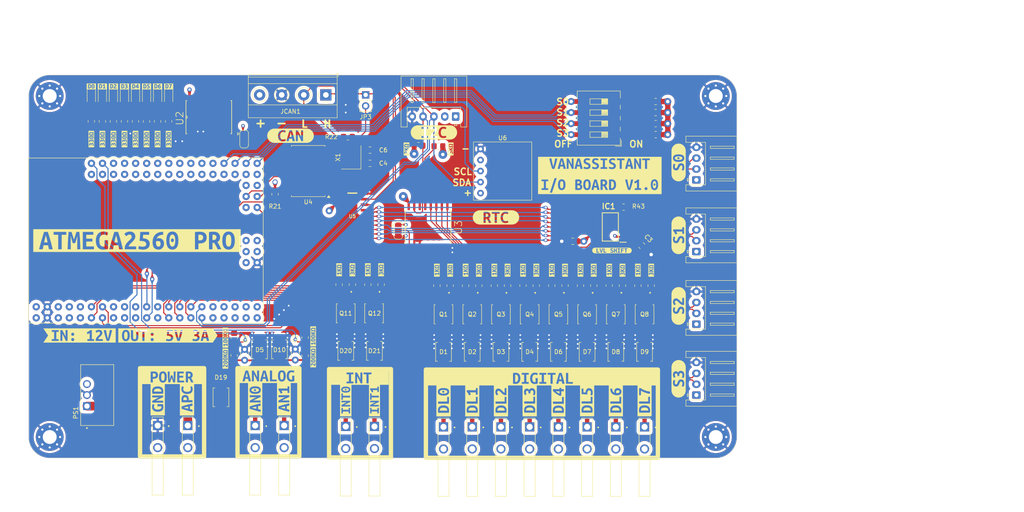
<source format=kicad_pcb>
(kicad_pcb (version 20241229) (generator "pcbnew") (generator_version "9.0")
  (layers (0 "F.Cu" signal) (4 "In1.Cu" power "GND") (6 "In2.Cu" power "PWR") (2 "B.Cu" signal) (13 "F.Paste" user) (15 "B.Paste" user) (5 "F.SilkS" user "F.Silkscreen") (7 "B.SilkS" user "B.Silkscreen") (1 "F.Mask" user) (3 "B.Mask" user) (25 "Edge.Cuts" user))
  (net 0 "")
  (net 16 "CANINT")
  (net 20 "MISO")
  (net 21 "MOSI")
  (net 26 "SCK")
  (net 27 "CANCS")
  (net 28 "IA0")
  (net 39 "ID2")
  (net 51 "+3.3V")
  (net 52 "SDA")
  (net 53 "SCL")
  (net 54 "RX1")
  (net 55 "TX1")
  (net 56 "RX2")
  (net 57 "TX2")
  (net 58 "IA1")
  (net 59 "ID0")
  (net 60 "ID1")
  (net 61 "ID3")
  (net 62 "ID6")
  (net 63 "ID4")
  (net 64 "ID5")
  (net 65 "ID7")
  (net 66 "Net-(D11-A)")
  (net 67 "DINT1")
  (net 68 "Net-(D12-A)")
  (net 69 "Net-(D13-A)")
  (net 70 "Net-(D14-A)")
  (net 71 "DINT0")
  (net 72 "+APC")
  (net 73 "+5V")
  (net 74 "SSEL2")
  (net 75 "SSEL1")
  (net 76 "SSEL0")
  (net 77 "DDL1")
  (net 78 "DDL2")
  (net 79 "DDL3")
  (net 80 "DDL4")
  (net 81 "DDL5")
  (net 82 "DDL6")
  (net 83 "DDL7")
  (net 84 "TX0")
  (net 85 "RX0")
  (net 86 "Net-(D15-A)")
  (net 87 "Net-(D16-A)")
  (net 88 "SSEL3")
  (net 89 "Net-(D17-A)")
  (net 90 "Net-(D18-A)")
  (net 91 "II0")
  (net 99 "Net-(Q1-Pad1)")
  (net 100 "Net-(Q1-Pad4)")
  (net 101 "Net-(Q2-Pad4)")
  (net 102 "Net-(Q2-Pad1)")
  (net 103 "Net-(Q3-Pad1)")
  (net 104 "Net-(Q3-Pad4)")
  (net 105 "Net-(Q4-Pad4)")
  (net 106 "Net-(Q4-Pad1)")
  (net 107 "Net-(Q5-Pad1)")
  (net 108 "Net-(Q5-Pad4)")
  (net 109 "Net-(Q6-Pad4)")
  (net 110 "Net-(Q6-Pad1)")
  (net 111 "Net-(Q7-Pad4)")
  (net 112 "Net-(Q7-Pad1)")
  (net 113 "Net-(Q8-Pad4)")
  (net 114 "Net-(Q8-Pad1)")
  (net 115 "TX0_OUT")
  (net 116 "RX3")
  (net 117 "TX1_OUT")
  (net 118 "TX3")
  (net 119 "DA0")
  (net 120 "DDL0")
  (net 121 "DA1")
  (net 126 "CHASSIS")
  (net 127 "Net-(R36-Pad2)")
  (net 128 "Net-(R37-Pad2)")
  (net 129 "Net-(R38-Pad2)")
  (net 130 "Net-(R39-Pad2)")
  (net 131 "II1")
  (net 132 "Net-(Q11-Pad4)")
  (net 133 "Net-(Q11-Pad1)")
  (net 134 "Net-(Q12-Pad4)")
  (net 135 "Net-(Q12-Pad1)")
  (net 136 "RX3_OUT")
  (net 137 "TX3_OUT")
  (net 138 "RX2_OUT")
  (net 139 "RX1_OUT")
  (net 140 "RX0_OUT")
  (net 141 "Net-(IC1-OE)")
  (net 142 "TX2_OUT")
  (net 143 "MU1A0")
  (net 145 "DLED6")
  (net 146 "DLED4")
  (net 147 "DLED5")
  (net 148 "DLED0")
  (net 149 "DLED1")
  (net 150 "DLED2")
  (net 151 "DLED7")
  (net 152 "DLED3")
  (net 154 "MU2A0")
  (net 161 "Net-(U4-~{RESET})")
  (net 162 "Net-(U4-OSC2)")
  (net 163 "TXCAN")
  (net 164 "Net-(U4-OSC1)")
  (net 165 "RXCAN")
  (net 167 "CANL")
  (net 168 "CANH")
  (net 169 "Net-(JP3-B)")
  (footprint "drz-lib:TE_928814-1" (layer "F.Cu") (at 77.408291 112.678645)
    (property "Reference" "DP1" (hide yes))
    (property "Value" "Conn_01x01_Pin" (hide yes))
  )
  (footprint "Resistor_SMD:R_0805_2012Metric_Pad1.20x1.40mm_HandSolder" (layer "F.Cu") (at 111.309276 92.4179 90)
    (property "Reference" "R16" (hide yes))
    (property "Value" "100k")
  )
  (footprint "kibuzzard-66BDFFE7" (layer "F.Cu") (at 72.644 70.104)
    (property "Reference" "kibuzzard-12" (hide yes))
    (property "Value" "G***" (hide yes))
  )
  (footprint "kibuzzard-66C26E45" (layer "F.Cu") (at 156.337 106.890096 90)
    (property "Reference" "kibuzzard-24" (hide yes))
    (property "Value" "G***" (hide yes))
  )
  (footprint "Package_SO:SOIC-18W_7.5x11.6mm_P1.27mm" (layer "F.Cu") (at 112.014 54.102 180)
    (property "Reference" "U4")
    (property "Value" "MCP2515-xSO")
  )
  (footprint "kibuzzard-66C28E17" (layer "F.Cu") (at 179.07 55.118)
    (property "Reference" "kibuzzard-66C28E17" (hide yes))
    (property "Value" "G***" (hide yes))
  )
  (footprint "drz-lib:TE_928814-1" (layer "F.Cu") (at 156.337 112.986096)
    (property "Reference" "DL3" (hide yes))
    (property "Value" "Conn_01x01_Pin" (hide yes))
  )
  (footprint "kibuzzard-66C3315C" (layer "F.Cu") (at 72.307401 34.5855)
    (property "Reference" "kibuzzard-66C3315C" (hide yes))
    (property "Value" "G***" (hide yes))
  )
  (footprint "drz-lib:DIOM4336X265N" (layer "F.Cu") (at 176.149 95.714096 -90)
    (property "Reference" "D7")
    (property "Value" "D_TVS")
  )
  (footprint "Resistor_SMD:R_0805_2012Metric_Pad1.20x1.40mm_HandSolder" (layer "F.Cu") (at 119.126 80.248 -90)
    (property "Reference" "R40" (hide yes))
    (property "Value" "1K" (hide yes))
  )
  (footprint "kibuzzard-66C282ED" (layer "F.Cu") (at 184.277 76.918096 90)
    (property "Reference" "kibuzzard-66C282ED" (hide yes))
    (property "Value" "G***" (hide yes))
  )
  (footprint "kibuzzard-66C33147" (layer "F.Cu") (at 62.147401 34.5945)
    (property "Reference" "kibuzzard-66C33147" (hide yes))
    (property "Value" "G***" (hide yes))
  )
  (footprint "kibuzzard-67B619C3" (layer "F.Cu") (at 197.188667 52.13 90)
    (property "Reference" "kibuzzard-67B619C3" (hide yes))
    (property "Value" "G***" (hide yes))
  )
  (footprint "drz-lib:DIOM4336X265N" (layer "F.Cu") (at 189.357 95.714096 -90)
    (property "Reference" "D9")
    (property "Value" "D_TVS")
  )
  (footprint "drz-lib:TE_928814-1" (layer "F.Cu") (at 162.941 112.986096)
    (property "Reference" "DL4" (hide yes))
    (property "Value" "Conn_01x01_Pin" (hide yes))
  )
  (footprint "kibuzzard-66C282E1" (layer "F.Cu") (at 161.417 76.918096 90)
    (property "Reference" "kibuzzard-66C282E1" (hide yes))
    (property "Value" "G***" (hide yes))
  )
  (footprint "Capacitor_SMD:C_0805_2012Metric_Pad1.18x1.45mm_HandSolder" (layer "F.Cu") (at 172.847 70.270496)
    (property "Reference" "C5" (hide yes))
    (property "Value" "100nf")
  )
  (footprint "kibuzzard-66C26E56" (layer "F.Cu") (at 169.545 106.890096 90)
    (property "Reference" "kibuzzard-28" (hide yes))
    (property "Value" "G***" (hide yes))
  )
  (footprint "kibuzzard-66E21539" (layer "F.Cu") (at 74.847401 46.736 90)
    (property "Reference" "kibuzzard-66E21539" (hide yes))
    (property "Value" "G***" (hide yes))
  )
  (footprint "LED_SMD:LED_0805_2012Metric_Pad1.15x1.40mm_HandSolder" (layer "F.Cu") (at 64.687401 37.1255 -90)
    (property "Reference" "D12" (hide yes))
    (property "Value" "LED")
  )
  (footprint "drz-lib:TE_928814-1" (layer "F.Cu") (at 189.357 112.986096)
    (property "Reference" "DL8" (hide yes))
    (property "Value" "Conn_01x01_Pin" (hide yes))
  )
  (footprint "kibuzzard-66C3316F" (layer "F.Cu") (at 79.927401 34.5855)
    (property "Reference" "kibuzzard-66C3316F" (hide yes))
    (property "Value" "G***" (hide yes))
  )
  (footprint "MountingHole:MountingHole_3.2mm_M3_Pad_Via" (layer "F.Cu") (at 205.740104 115.316)
    (property "Reference" "H2" (hide yes))
    (property "Value" "MountingHole")
  )
  (footprint "drz-lib:TE_928814-1" (layer "F.Cu") (at 169.545 112.986096)
    (property "Reference" "DL5" (hide yes))
    (property "Value" "Conn_01x01_Pin" (hide yes))
  )
  (footprint "kibuzzard-66C33169" (layer "F.Cu") (at 77.387401 34.5855)
    (property "Reference" "kibuzzard-66C33169" (hide yes))
    (property "Value" "G***" (hide yes))
  )
  (footprint "Resistor_SMD:R_0805_2012Metric_Pad1.20x1.40mm_HandSolder" (layer "F.Cu") (at 191.9115 43.18 180)
    (property "Reference" "R37" (hide yes))
    (property "Value" "4K")
  )
  (footprint "Resistor_SMD:R_0805_2012Metric_Pad1.20x1.40mm_HandSolder" (layer "F.Cu") (at 168.021 80.474096 -90)
    (property "Reference" "R17" (hide yes))
    (property "Value" "1K")
  )
  (footprint "kibuzzard-66E38004" (layer "F.Cu") (at 59.436 91.948)
    (property "Reference" "kibuzzard-66E38004" (hide yes))
    (property "Value" "G***" (hide yes))
  )
  (footprint "Capacitor_SMD:C_0805_2012Metric_Pad1.18x1.45mm_HandSolder" (layer "F.Cu") (at 188.722 71.286496 135)
    (property "Reference" "C3")
    (property "Value" "100nf")
  )
  (footprint "Resistor_SMD:R_0805_2012Metric_Pad1.20x1.40mm_HandSolder" (layer "F.Cu") (at 128.778 80.248 90)
    (property "Reference" "R41" (hide yes))
    (property "Value" "3.3K" (hide yes))
  )
  (footprint "kibuzzard-66E21539" (layer "F.Cu") (at 64.687401 46.736 90)
    (property "Reference" "kibuzzard-66E21539" (hide yes))
    (property "Value" "G***" (hide yes))
  )
  (footprint "kibuzzard-66E21539" (layer "F.Cu") (at 77.387401 46.736 90)
    (property "Reference" "kibuzzard-66E21539" (hide yes))
    (property "Value" "G***" (hide yes))
  )
  (footprint "Connector_PinHeader_2.54mm:PinHeader_1x02_P2.54mm_Vertical" (layer "F.Cu") (at 125.222 36.571)
    (property "Reference" "JP3")
    (property "Value" "Jumper_2_Open")
  )
  (footprint "kibuzzard-66C282E1" (layer "F.Cu") (at 168.021 76.918096 90)
    (property "Reference" "kibuzzard-66C282E1" (hide yes))
    (property "Value" "G***" (hide yes))
  )
  (footprint "Resistor_SMD:R_0805_2012Metric_Pad1.20x1.40mm_HandSolder" (layer "F.Cu") (at 157.861 80.474096 90)
    (property "Reference" "R3" (hide yes))
    (property "Value" "3.3K")
  )
  (footprint "drz-lib:DIOM4336X265N" (layer "F.Cu") (at 156.337 95.714096 -90)
    (property "Reference" "D3")
    (property "Value" "D_TVS")
  )
  (footprint "kibuzzard-66C26E7C" (layer "F.Cu") (at 120.65 106.797 90)
    (property "Reference" "kibuzzard-23" (hide yes))
    (property "Value" "G***" (hide yes))
  )
  (footprint "kibuzzard-66C3314C" (layer "F.Cu") (at 64.687401 34.5855)
    (property "Reference" "kibuzzard-66C3314C" (hide yes))
    (property "Value" "G***" (hide yes))
  )
  (footprint "drz-lib:TE_928814-1" (layer "F.Cu") (at 106.484399 112.683574)
    (property "Reference" "DA2" (hide yes))
    (property "Value" "Conn_01x01_Pin" (hide yes))
  )
  (footprint "Resistor_SMD:R_0805_2012Metric_Pad1.20x1.40mm_HandSolder" (layer "F.Cu") (at 69.767401 42.672 90)
    (property "Reference" "R31" (hide yes))
    (property "Value" "330")
  )
  (footprint "LED_SMD:LED_0805_2012Metric_Pad1.15x1.40mm_HandSolder" (layer "F.Cu") (at 77.387401 37.1345 -90)
    (property "Reference" "D17" (hide yes))
    (property "Value" "LED")
  )
  (footprint "drz-lib:DIOM4336X265N" (layer "F.Cu") (at 143.129 95.714096 -90)
    (property "Reference" "D1")
    (property "Value" "D_TVS")
  )
  (footprint "kibuzzard-66BDFCD7" (layer "F.Cu") (at 197.188667 85.15 90)
    (property "Reference" "kibuzzard-14" (hide yes))
    (property "Value" "G***" (hide yes))
  )
  (footprint "kibuzzard-66C282E1" (layer "F.Cu") (at 181.229 76.918096 90)
    (property "Reference" "kibuzzard-66C282E1" (hide yes))
    (property "Value" "G***" (hide yes))
  )
  (footprint "Resistor_SMD:R_0805_2012Metric_Pad1.20x1.40mm_HandSolder" (layer "F.Cu") (at 62.147401 42.672 90)
    (property "Reference" "R28" (hide yes))
    (property "Value" "330")
  )
  (footprint "drz-lib:DIOM4336X265N" (layer "F.Cu") (at 100.838 95.129 -90)
    (property "Reference" "D5")
    (property "Value" "D_TVS")
  )
  (footprint "drz-lib:TE_928814-1" (layer "F.Cu") (at 149.733 112.986096)
    (property "Reference" "DL2" (hide yes))
    (property "Value" "Conn_01x01_Pin" (hide yes))
  )
  (footprint "kibuzzard-66E37CCF" (layer "F.Cu") (at 123.698 101.717)
    (property "Reference" "kibuzzard-66E37CCF" (hide yes))
    (property "Value" "G***" (hide yes))
  )
  (footprint "drz-lib:AQY282SX" (layer "F.Cu") (at 120.65 86.852 -90)
    (property "Reference" "Q11")
    (property "Value" "AQY282S")
  )
  (footprint "Resistor_SMD:R_0805_2012Metric_Pad1.20x1.40mm_HandSolder" (layer "F.Cu") (at 190.881 80.474096 90)
    (property "Reference" "R14" (hide yes))
    (property "Value" "3.3K")
  )
  (footprint "Resistor_SMD:R_0805_2012Metric_Pad1.20x1.40mm_HandSolder" (layer "F.Cu") (at 125.73 80.248 -90)
    (property "Reference" "R42" (hide yes))
    (property "Value" "1K" (hide yes))
  )
  (footprint "Resistor_SMD:R_0805_2012Metric_Pad1.20x1.40mm_HandSolder" (layer "F.Cu") (at 191.9115 45.72 180)
    (property "Reference" "R36" (hide yes))
    (property "Value" "4K")
  )
  (footprint "kibuzzard-66C26E6B" (layer "F.Cu") (at 189.357 106.890096 90)
    (property "Reference" "kibuzzard-30" (hide yes))
    (property "Value" "G***" (hide yes))
  )
  (footprint "drz-lib:TE_928814-1" (layer "F.Cu") (at 182.753 112.986096)
    (property "Reference" "DL7" (hide yes))
    (property "Value" "Conn_01x01_Pin" (hide yes))
  )
  (footprint "drz-lib:DIOM4336X265N" (layer "F.Cu") (at 127.254 95.488 -90)
    (property "Reference" "D21")
    (property "Value" "D_TVS")
  )
  (footprint "kibuzzard-66C282E1" (layer "F.Cu") (at 187.833 76.918096 90)
    (property "Reference" "kibuzzard-66C282E1" (hide yes))
    (property "Value" "G***" (hide yes))
  )
  (footprint "Connector_JST:JST_XH_S4B-XH-A_1x04_P2.50mm_Horizontal" (layer "F.Cu") (at 201.274 105.664 90)
    (property "Reference" "S3" (hide yes))
    (property "Value" "Conn_01x04_Socket" (hide yes))
  )
  (footprint "drz-lib:AQY282SX" (layer "F.Cu") (at 176.149 87.078096 -90)
    (property "Reference" "Q6")
    (property "Value" "AQY282S")
  )
  (footprint "kibuzzard-66C26DEF" (layer "F.Cu") (at 99.822 106.587574 90)
    (property "Reference" "kibuzzard-15" (hide yes))
    (property "Value" "G***" (hide yes))
  )
  (footprint "LED_SMD:LED_0805_2012Metric_Pad1.15x1.40mm_HandSolder" (layer "F.Cu") (at 62.147401 37.1255 -90)
    (property "Reference" "D11" (hide yes))
    (property "Value" "LED")
  )
  (footprint "LED_SMD:LED_0805_2012Metric_Pad1.15x1.40mm_HandSolder" (layer "F.Cu") (at 67.227401 37.1345 -90)
    (property "Reference" "D13" (hide yes))
    (property "Value" "LED")
  )
  (footprint "Resistor_SMD:R_0805_2012Metric_Pad1.20x1.40mm_HandSolder" (layer "F.Cu") (at 154.813 80.474096 -90)
    (property "Reference" "R9" (hide yes))
    (property "Value" "1K")
  )
  (footprint "drz-lib:DIOM4336X265N" (layer "F.Cu") (at 182.753 95.714096 -90)
    (property "Reference" "D8")
    (property "Value" "D_TVS")
  )
  (footprint "kibuzzard-66BDFCE8" (layer "F.Cu") (at 197.188667 101.914 90)
    (property "Reference" "kibuzzard-32" (hide yes))
    (property "Value" "G***" (hide yes))
  )
  (footprint "drz-lib:AQY282SX" (layer "F.Cu") (at 169.545 87.078096 -90)
    (property "Reference" "Q5")
    (property "Value" "AQY282S")
  )
  (footprint "kibuzzard-66C282ED" (layer "F.Cu") (at 144.653 76.918096 90)
    (property "Reference" "kibuzzard-66C282ED" (hide yes))
    (property "Value" "G***" (hide yes))
  )
  (footprint "drz-lib:TE_928814-1" (layer "F.Cu") (at 99.822 112.683574)
    (property "Reference" "DA1" (hide yes))
    (property "Value" "Conn_01x01_Pin" (hide yes))
  )
  (footprint "drz-lib:CONV_TSR_3-2450N" (layer "F.Cu") (at 63.5 105.664 90)
    (property "Reference" "PS1")
    (property "Value" "TSR_3-2450N")
  )
  (footprint "kibuzzard-66C26E51" (layer "F.Cu") (at 162.941 106.890096 90)
    (property "Reference" "kibuzzard-27" (hide yes))
    (property "Value" "G***" (hide yes))
  )
  (footprint "kibuzzard-66E21539" (layer "F.Cu") (at 72.307401 46.736 90)
    (property "Reference" "kibuzzard-66E21539" (hide yes))
    (property "Value" "G***" (hide yes))
  )
  (footprint "Resistor_SMD:R_0805_2012Metric_Pad1.20x1.40mm_HandSolder" (layer "F.Cu") (at 187.833 80.474096 -90)
    (property "Reference" "R20" (hide yes))
    (property "Value" "1K")
  )
  (footprint "Resistor_SMD:R_0805_2012Metric_Pad1.20x1.40mm_HandSolder" (layer "F.Cu") (at 191.9115 38.1 180)
    (property "Reference" "R39" (hide yes))
    (property "Value" "4K")
  )
  (footprint "kibuzzard-66E38165" (layer "F.Cu") (at 113.1632 96.9739 90)
    (property "Reference" "kibuzzard-66E38165" (hide yes))
    (property "Value" "G***" (hide yes))
  )
  (footprint "drz-lib:AQY282SX" (layer "F.Cu") (at 189.357 87.078096 -90)
    (property "Reference" "Q8")
    (property "Value" "AQY282S")
  )
  (footprint "Resistor_SMD:R_0805_2012Metric_Pad1.20x1.40mm_HandSolder" (layer "F.Cu") (at 94.998288 92.456 90)
    (property "Reference" "R6" (hide yes))
    (property "Value" "100k" (hide yes))
  )
  (footprint "Resistor_SMD:R_0805_2012Metric_Pad1.20x1.40mm_HandSolder" (layer "F.Cu") (at 67.227401 42.672 90)
    (property "Reference" "R30" (hide yes))
    (property "Value" "330")
  )
  (footprint "Connector_JST:JST_XH_S4B-XH-A_1x04_P2.50mm_Horizontal" (layer "F.Cu") (at 201.274 89.348 90)
    (property "Reference" "S2" (hide yes))
    (property "Value" "Conn_01x04_Socket" (hide yes))
  )
  (footprint "Connector_JST:JST_XH_S5B-XH-A_1x05_P2.50mm_Horizontal" (layer "F.Cu") (at 145.923 41.55 180)
    (property "Reference" "I2C1" (hide yes))
    (property "Value" "Conn_01x05_Socket" (hide yes))
  )
  (footprint "Capacitor_THT:C_Disc_D3.0mm_W1.6mm_P2.50mm" (layer "F.Cu") (at 109.0431 97.5949 90)
    (property "Reference" "C2")
    (property "Value" "100nf")
  )
  (footprint "kibuzzard-66E38172" (layer "F.Cu") (at 113.1632 92.1479 90)
    (property "Reference" "kibuzzard-66E38172" (hide yes))
    (property "Value" "G***" (hide yes))
  )
  (footprint "drz-lib:DIOM4336X265N" (layer "F.Cu") (at 149.733 95.714096 -90)
    (property "Reference" "D2")
    (property "Value" "D_TVS")
  )
  (footprint "MountingHole:MountingHole_3.2mm_M3_Pad_Via" (layer "F.Cu") (at 205.740104 36.83)
    (property "Reference" "H3" (hide yes))
    (property "Value" "MountingHole")
  )
  (footprint "drz-lib:DIOM4336X265N" (layer "F.Cu") (at 105.41 95.129 -90)
    (property "Reference" "D10")
    (property "Value" "D_TVS")
  )
  (footprint "Resistor_SMD:R_0805_2012Metric_Pad1.20x1.40mm_HandSolder" (layer "F.Cu") (at 104.394 59.436 90)
    (property "Reference" "R21")
    (property "Value" "10K")
  )
  (footprint "kibuzzard-66C282ED" (layer "F.Cu") (at 164.465 76.918096 90)
    (property "Reference" "kibuzzard-66C282ED" (hide yes))
    (property "Value" "G***" (hide yes))
  )
  (footprint "kibuzzard-66BDFCC3" (layer "F.Cu") (at 197.188667 68.894 90)
    (property "Reference" "kibuzzard-13" (hide yes))
    (property "Value" "G***" (hide yes))
  )
  (footprint "drz-lib:AQY282SX" (layer "F.Cu") (at 162.941 87.078096 -90)
    (property "Reference" "Q4")
    (property "Value" "AQY282S")
  )
  (footprint "kibuzzard-66C26DD9" (layer "F.Cu") (at 77.408291 106.582645 90)
    (property "Reference" "kibuzzard-17" (hide yes))
    (property "Value" "G***" (hide yes))
  )
  (footprint "kibuzzard-66C27575" (layer "F.Cu") (at 165.989 101.810096)
    (property "Reference" "kibuzzard-26" (hide yes))
    (property "Value" "G***" (hide yes))
  )
  (footprint "Capacitor_SMD:C_0805_2012Metric_Pad1.18x1.45mm_HandSolder" (layer "F.Cu") (at 126.238 52.324 180)
    (property "Reference" "C4")
    (property "Value" "22uf")
  )
  (footprint "kibuzzard-66C33164" (layer "F.Cu") (at 74.847401 34.5855)
    (property "Reference" "kibuzzard-66C33164" (hide yes))
    (property "Value" "G***" (hide yes))
  )
  (footprint "Resistor_SMD:R_0805_2012Metric_Pad1.20x1.40mm_HandSolder" (layer "F.Cu") (at 161.417 80.458096 -90)
    (property "Reference" "R10" (hide yes))
    (property "Value" "1K")
  )
  (footprint "drz-lib:AQY282SX" (layer "F.Cu") (at 143.129 87.078096 -90)
    (property "Reference" "Q1")
    (property "Value" "AQY282S")
  )
  (footprint "Resistor_SMD:R_0805_2012Metric_Pad1.20x1.40mm_HandSolder" (layer "F.Cu") (at 137.383 48.26 180)
    (property "Reference" "R26" (hide yes))
    (property "Value" "4K")
  )
  (footprint "drz-lib:DIOM4336X265N" (layer "F.Cu") (at 169.545 95.714096 -90)
    (property "Reference" "D6")
    (property "Value" "D_TVS")
  )
  (footprint "Resistor_SMD:R_0805_2012Metric_Pad1.20x1.40mm_HandSolder" (layer "F.Cu") (at 72.307401 42.672 90)
    (property "Reference" "R32" (hide yes))
    (property "Value" "330")
  )
  (footprint "LED_SMD:LED_0805_2012Metric_Pad1.15x1.40mm_HandSolder" (layer "F.Cu") (at 79.927401 37.1255 -90)
    (property "Reference" "D18" (hide yes))
    (property "Value" "LED")
  )
  (footprint "LED_SMD:LED_0805_2012Metric_Pad1.15x1.40mm_HandSolder" (layer "F.Cu") (at 69.767401 37.1345 -90)
    (property "Reference" "D14" (hide yes))
    (property "Value" "LED")
  )
  (footprint "Resistor_SMD:R_0805_2012Metric_Pad1.20x1.40mm_HandSolder" (layer "F.Cu") (at 79.927401 42.672 90)
    (property "Reference" "R35" (hide yes))
    (property "Value" "330")
  )
  (footprint "drz-lib:PCF8574T_SOIC16" (layer "F.Cu") (at 139.573 66.968496 90)
    (property "Reference" "U3")
    (property "Value" "PCF8574T")
  )
  (footprint "kibuzzard-66C26E39" (layer "F.Cu") (at 143.129 106.890096 90)
    (property "Reference" "kibuzzard-21" (hide yes))
    (property "Value" "G***" (hide yes))
  )
  (footprint "drz-lib:SOP65P640X120-20N" (layer "F.Cu") (at 181.483 66.968496 180)
    (property "Reference" "IC1")
    (property "Value" "TXB0108PWR" (hide yes))
  )
  (footprint "Resistor_SMD:R_0805_2012Metric_Pad1.20x1.40mm_HandSolder" (layer "F.Cu") (at 122.174 80.248 90)
    (property "Reference" "R27" (hide yes))
    (property "Value" "3.3K" (hide yes))
  )
  (footprint "drz-lib:AQY282SX" (layer "F.Cu") (at 127.152 86.852 -90)
    (property "Reference" "Q12")
    (property "Value" "AQY282S")
  )
  (footprint "Resistor_SMD:R_0805_2012Metric_Pad1.20x1.40mm_HandSolder" (layer "F.Cu") (at 171.069 80.458096 90)
    (property "Reference" "R11" (hide yes))
    (property "Value" "3.3K")
  )
  (footprint "Resistor_SMD:R_0805_2012Metric_Pad1.20x1.40mm_HandSolder" (layer "F.Cu") (at 181.229 80.458096 -90)
    (property "Reference" "R19" (hide yes))
    (property "Value" "1K")
  )
  (footprint "Resistor_SMD:R_0805_2012Metric_Pad1.20x1.40mm_HandSolder" (layer "F.Cu") (at 174.625 80.474096 -90)
    (property "Reference" "R18" (hide yes))
    (property "Value" "1K")
  )
  (footprint "kibuzzard-66C26E3E" (layer "F.Cu") (at 149.733 106.890096 90)
    (property "Reference" "kibuzzard-25" (hide yes))
    (property "Value" "G***" (hide yes))
  )
  (footprint "kibuzzard-66C282ED" (layer "F.Cu") (at 122.174 76.825 90)
    (property "Reference" "kibuzzard-66C282ED" (hide yes))
    (property "Value" "G***" (hide yes))
  )
  (footprint "Resistor_SMD:R_0805_2012Metric_Pad1.20x1.40mm_HandSolder" (layer "F.Cu") (at 111.309276 96.5989 -90)
    (property "Reference" "R15" (hide yes))
    (property "Value" "200k")
  )
  (footprint "Capacitor_SMD:C_0805_2012Metric_Pad1.18x1.45mm_HandSolder" (layer "F.Cu") (at 126.238 49.276 180)
    (property "Reference" "C6")
    (property "Value" "22uf")
  )
  (footprint "drz-lib:PCF8574T_SOIC16" (layer "F.Cu") (at 89.164906 41.7065 90)
    (property "Reference" "U2")
    (property "Value" "PCF8574T")
  )
  (footprint "drz-lib:AQY282SX" (layer "F.Cu") (at 156.337 87.078096 -90)
    (property "Reference" "Q3")
    (property "Value" "AQY282S")
  )
  (footprint "LED_SMD:LED_0805_2012Metric_Pad1.15x1.40mm_HandSolder" (layer "F.Cu") (at 74.847401 37.1255 -90)
    (property "Reference" "D16" (hide yes))
    (property "Value" "LED")
  )
  (footprint "kibuzzard-66BDFE2F" (layer "F.Cu") (at 140.923 45.212)
    (property "Reference" "kibuzzard-10" (hide yes))
    (property "Value" "G***" (hide yes))
  )
  (footprint "kibuzzard-66C33151" (layer "F.Cu") (at 67.227401 34.5855)
    (property "Reference" "kibuzzard-66C33151" (hide yes))
    (property "Value" "G***" (hide yes))
  )
  (footprint "kibuzzard-66C282ED" (layer "F.Cu") (at 157.861 76.918096 90)
    (property "Reference" "kibuzzard-66C282ED" (hide yes))
    (property "Value" "G***" (hide yes))
  )
  (footprint "kibuzzard-66C282ED" (layer "F.Cu") (at 128.778 76.825 90)
    (property "Reference" "kibuzzard-66C282ED" (hide yes))
    (property "Value" "G***" (hide yes))
  )
  (footprint "Resistor_SMD:R_0805_2012Metric_Pad1.20x1.40mm_HandSolder" (layer "F.Cu") (at 74.847401 42.688 90)
    (property "Reference" "R33" (hide yes))
    (property "Value" "330")
  )
  (footprint "Resistor_SMD:R_0805_2012Metric_Pad1.20x1.40mm_HandSolder" (layer "F.Cu") (at 121.142 46.228)
    (property "Reference" "R22")
    (property "Value" "120")
  )
  (footprint "drz-lib:TE_928814-1" (layer "F.Cu") (at 176.149 112.986096)
    (property "Reference" "DL6" (hide yes))
    (property "Value" "Conn_01x01_Pin" (hide yes))
  )
  (footprint "Connector_JST:JST_XH_S4B-XH-A_1x04_P2.50mm_Horizontal" (layer "F.Cu") (at 201.274 72.644 90)
    (property "Reference" "SERIAL_PI1" (hide yes))
    (property "Value" "Conn_01x04_Socket" (hide yes))
  )
  (footprint "Connector_JST:JST_XH_S4B-XH-A_1x04_P2.50mm_Horizontal" (layer "F.Cu") (at 201.274 56.134 90)
    (property "Reference" "S1" (hide yes))
    (property "Value" "Conn_01x04_Socket" (hide yes))
  )
  (footprint "kibuzzard-66C282ED" (layer "F.Cu") (at 134.62 49.022 90)
    (property "Reference" "kibuzzard-66C282ED" (hide yes))
    (property "Value" "G***" (hide yes))
  )
  (footprint "kibuzzard-66C26E5F" (layer "F.Cu") (at 176.149 106.890096 90)
    (property "Reference" "kibuzzard-31" (hide yes))
    (property "Value" "G***" (hide yes))
  )
  (footprint "Resistor_SMD:R_0805_2012Metric_Pad1.20x1.40mm_HandSolder" (layer "F.Cu") (at 164.465 80.474096 90)
    (property "Reference" "R4" (hide yes))
    (property "Value" "3.3K")
  )
  (footprint "drz-lib:DIOM4336X265N" (layer "F.Cu") (at 91.948 106.172 90)
    (property "Reference" "D19")
    (property "Value" "D_TVS")
  )
  (footprint "kibuzzard-66C27559" (layer "F.Cu") (at 80.710291 101.502645)
    (property "Reference" "kibuzzard-16" (hide yes))
    (property "Value" "G***" (hide yes))
  )
  (footprint "drz-lib:MODULE_MEGA_PRO_EMBED_CH340G___ATMEGA2560" (layer "F.Cu") (at 74.676 70.104)
    (property "Reference" "U1" (hide yes))
    (property "Value" "MEGA_PRO_EMBED_CH340G___ATMEGA2560")
  )
  (footprint "kibuzzard-66C282E1" (layer "F.Cu") (at 174.625 76.918096 90)
    (property "Reference" "kibuzzard-66C282E1" (hide yes))
    (property "Value" "G***" (hide yes))
  )
  (footprint "drz-lib:TE_928814-1" (layer "F.Cu") (at 143.129 112.986096)
    (property "Reference" "DL1" (hide yes))
    (property "Value" "Conn_01x01_Pin" (hide yes))
  )
  (footprint "kibuzzard-67B666F5" (layer "F.Cu") (at 107.95 45.974)
    (property "Reference" "kibuzzard-67B666F5" (hide yes))
    (property "Value" "G***" (hide yes))
  )
  (footprint "kibuzzard-66C282ED" (layer "F.Cu") (at 190.881 76.918096 90)
    (property "Reference" "kibuzzard-66C282ED" (hide yes))
    (property "Value" "G***" (hide yes))
  )
  (footprint "Resistor_SMD:R_0805_2012Metric_Pad1.20x1.40mm_HandSolder" (layer "F.Cu") (at 77.387401 42.672 90)
    (property "Reference" "R34" (hide yes))
    (property "Value" "330")
  )
  (footprint "drz-lib:DS3231_RTC_MODULE" (layer "F.Cu") (at 156.718 54.102 180)
    (property "Reference" "U6")
    (property "Value" "~")
  )
  (footprint "drz-lib:DIOM4336X265N" (layer "F.Cu") (at 162.941 95.714096 -90)
    (property "Reference" "D4")
    (property "Value" "D_TVS")
  )
  (footprint "Capacitor_THT:C_Disc_D3.0mm_W1.6mm_P2.50mm" (layer "F.Cu") (at 97.399088 97.649 90)
    (property "Reference" "C1")
    (property "Value" "100nf")
  )
  (footprint "kibuzzard-66C282E1" (layer "F.Cu") (at 154.813 76.918096 90)
    (property "Reference" "kibuzzard-66C282E1" (hide yes))
    (property "Value" "G***" (hide yes))
  )
  (footprint "drz-lib:TE_928814-1" (layer "F.Cu") (at 84.328 112.678645)
    (property "Reference" "DP2" (hide yes))
    (property "Value" "Conn_01x01_Pin" (hide yes))
  )
  (footprint "kibuzzard-68631072" (layer "F.Cu") (at 155.194 64.77)
    (property "Reference" "kibuzzard-68631072" (hide yes))
    (property "Value" "G***" (hide yes))
  )
  (footprint "kibuzzard-66C282ED" (layer "F.Cu") (at 171.069 76.918096 90)
    (property "Reference" "kibuzzard-66C282ED" (hide yes))
    (property "Value" "G***" (hide yes))
  )
  (footprint "kibuzzard-66E21539" (layer "F.Cu") (at 69.767401 46.736 90)
    (property "Reference" "kibuzzard-66E21539" (hide yes))
    (property "Value" "G***" (hide yes))
  )
  (footprint "drz-lib:AQY282SX" (layer "F.Cu") (at 149.733 87.078096 -90)
    (property "Reference" "Q2")
    (property "Value" "AQY282S")
  )
  (footprint "Resistor_SMD:R_0805_2012Metric_Pad1.20x1.40mm_HandSolder" (layer "F.Cu") (at 191.8955 40.64 180)
    (property "Reference" "R38" (hide yes))
    (property "Value" "4K")
  )
  (footprint "Resistor_SMD:R_0805_2012Metric_Pad1.20x1.40mm_HandSolder" (layer "F.Cu") (at 184.277 80.474096 90)
    (property "Reference" "R13" (hide yes))
    (property "Value" "3.3K")
  )
  (footprint "drz-lib:TJA1050_SOP8" (layer "F.Cu") (at 122.174 61.214 -90)
    (property "Reference" "U5")
    (property "Value" "TJA1050")
  )
  (footprint "Resistor_SMD:R_0805_2012Metric_Pad1.20x1.40mm_HandSolder" (layer "F.Cu") (at 64.687401 42.672 90)
    (property "Reference" "R29" (hide yes))
    (property "Value" "330")
  )
  (footprint "kibuzzard-66C26DF6" (layer "F.Cu") (at 106.426 106.587574 90)
    (property "Reference" "kibuzzard-20" (hide yes))
    (property "Value" "G***" (hide yes))
  )
  (footprint "Resistor_SMD:R_0805_2012Metric_Pad1.20x1.40mm_HandSolder" (layer "F.Cu") (at 148.209 80.490096 -90)
    (property "Reference" "R8" (hide yes))
    (property "Value" "1K")
  )
  (footprint "kibuzzard-66E21539" (layer "F.Cu") (at 67.227401 46.736 90)
    (property "Reference" "kibuzzard-66E21539" (hide yes))
    (property "Value" "G***" (hide yes))
  )
  (footprint "kibuzzard-66C33156" (layer "F.Cu") (at 69.767401 34.5855)
    (property "Reference" "kibuzzard-66C33156" (hide yes))
    (property "Value" "G***" (hide yes))
  )
  (footprint "MountingHole:MountingHole_3.2mm_M3_Pad_Via" (layer "F.Cu") (at 52.578 115.316)
    (property "Reference" "H4" (hide yes))
    (property "Value" "MountingHole")
  )
  (footprint "kibuzzard-66E21539" (layer "F.Cu") (at 62.147401 46.736 90)
    (property "Reference" "kibuzzard-66E21539" (hide yes))
    (property "Value" "G***" (hide yes))
  )
  (footprint "Resistor_SMD:R_0805_2012Metric_Pad1.20x1.40mm_HandSolder" (layer "F.Cu") (at 94.998288 96.52 -90)
    (property "Reference" "R5" (hide yes))
    (property "Value" "200k" (hide yes))
  )
  (footprint "Resistor_SMD:R_0805_2012Metric_Pad1.20x1.40mm_HandSolder" (layer "F.Cu") (at 144.653 80.474096 90)
    (property "Reference" "R1" (hide yes))
    (property "Value" "3.3K")
  )
  (footprint "kibuzzard-66E3800B" (layer "F.Cu") (at 79.756 91.948)
    (property "Reference" "kibuzzard-66E3800B" (hide yes))
    (property "Value" "G***" (hide yes))
  )
  (footprint "drz-lib:AQY282SX" (layer "F.Cu") (at 182.753 87.078096 -90)
    (property "Reference" "Q7")
    (property "Value" "AQY282S")
  )
  (footprint "kibuzzard-66C26E65" (layer "F.Cu") (at 182.753 106.890096 90)
    (property "Reference" "kibuzzard-29" (hide yes))
    (property "Value" "G***" (hide yes))
  )
  (footprint "MountingHole:MountingHole_3.2mm_M3_Pad_Via" (layer "F.Cu") (at 52.578 36.83)
    (property "Reference" "H1" (hide yes))
    (property "Value" "MountingHole")
  )
  (footprint "kibuzzard-66C282E1" (layer "F.Cu") (at 141.605 76.918096 90)
    (property "Reference" "kibuzzard-66C282E1" (hide yes))
    (property "Value" "G***" (hide yes))
  )
  (footprint "kibuzzard-66C282ED" (layer "F.Cu") (at 177.673 76.918096 90)
    (property "Reference" "kibuzzard-66C282ED" (hide yes))
    (property "Value" "G***" (hide yes))
  )
  (footprint "kibuzzard-66E37C83" (layer "F.Cu") (at 127.254 106.797 90)
    (property "Reference" "kibuzzard-66E37C83" (hide yes))
    (property "Value" "G***" (hide yes))
  )
  (footprint "Resistor_SMD:R_0805_2012Metric_Pad1.20x1.40mm_HandSolder" (layer "F.Cu") (at 141.955 48.387)
    (property "Reference" "R25" (hide yes))
    (property "Value" "4K")
  )
  (footprint "Jumper:SolderJumper-3_P1.3mm_Open_RoundedPad1.0x1.5mm" (layer "F.Cu") (at 97.282 46.736 -90)
    (property "Reference" "JP1" (hide yes))
    (property "Value" "SolderJumper_3_Open")
  )
  (footprint "kibuzzard-66C282E1" (layer "F.Cu") (at 119.126 76.825 90)
    (property "Reference" "kibuzzard-66C282E1" (hide yes))
    (property "Value" "G***" (hide yes))
  )
  (footprint "kibuzzard-66BE5FFD" (layer "F.Cu") (at 102.87 101.251274)
    (property "Reference" "kibuzzard-18" (hide yes))
    (property "Value" "G***" (hide yes))
  )
  (footprint "drz-lib:DIOM4336X265N" (layer "F.Cu") (at 120.65 95.488 -90)
    (property "Reference" "D20")
    (property "Value" "D_TVS")
  )
  (footprint "drz-lib:TE_928814-1" (layer "F.Cu") (at 127.254 112.893)
    (property "Reference" "DD2" (hide yes))
    (property "Value" "Conn_01x01_Pin" (hide yes))
  )
  (footprint "TerminalBlock_Phoenix:TerminalBlock_Phoenix_MKDS-1,5-4-5.08_1x04_P5.08mm_Horizontal" (layer "F.Cu") (at 116.078 36.576 180)
    (property "Reference" "JCAN1")
    (property "Value" "CAN")
  )
  (footprint "LED_SMD:LED_0805_2012Metric_Pad1.15x1.40mm_HandSolder" (layer "F.Cu") (at 72.307401 37.1345 -90)
    (property "Reference" "D15" (hide yes))
    (property "Value" "LED")
  )
  (footprint "Jumper:SolderJumper-3_P1.3mm_Open_RoundedPad1.0x1.5mm" (layer "F.Cu") (at 132.715 67.730496 -90)
    (property "Reference" "JP2" (hide yes))
    (property "Value" "SolderJumper_3_Open")
  )
  (footprint "kibuzzard-66E21539" (layer "F.Cu") (at 79.927401 46.736 90)
    (property "Reference" "kibuzzard-66E21539" (hide yes))
    (property "Value" "G***" (hide yes))
  )
  (footprint "Resistor_SMD:R_0805_2012Metric_Pad1.20x1.40mm_HandSolder" (layer "F.Cu") (at 141.605 80.474096 -90)
    (property "Reference" "R7" (hide yes))
    (property "Value" "1K")
  )
  (footprint "Button_Switch_SMD:SW_DIP_SPSTx04_Slide_9.78x12.34mm_W8.61mm_P2.54mm" (layer "F.Cu") (at 178.829 41.91 180)
    (property "Reference" "SW1" (hide yes))
    (property "Value" "SW_SERIAL_OUTPUTS")
  )
  (footprint "kibuzzard-66E38172" (layer "F.Cu") (at 92.964 92.456 90)
    (property "Reference" "kibuzzard-66E38172" (hide yes))
    (property "Value" "G***" (hide yes))
  )
  (footprint "Resistor_SMD:R_0805_2012Metric_Pad1.20x1.40mm_HandSolder" (layer "F.Cu") (at 177.673 80.474096 90)
    (property "Reference" "R12" (hide yes))
    (property "Value" "3.3K")
  )
  (footprint "Resistor_SMD:R_0805_2012Metric_Pad1.20x1.40mm_HandSolder" (layer "F.Cu") (at 184.531 62.396496 180)
    (property "Reference" "R43")
    (property "Value" "10k")
  )
  (footprint "kibuzzard-66C282E1" (layer "F.Cu") (at 148.209 76.918096 90)
    (property "Reference" "kibuzzard-66C282E1" (hide yes))
    (property "Value" "G***" (hide yes))
  )
  (footprint "kibuzzard-66C282ED" (layer "F.Cu") (at 144.78 49.022 90)
    (property "Reference" "kibuzzard-66C282ED" (hide yes))
    (property "Value" "G***" (hide yes))
  )
  (footprint "kibuzzard-66C26DE5" (layer "F.Cu") (at 84.149203 106.582645 90)
    (property "Reference" "kibuzzard-19" (hide yes))
    (property "Value" "G***" (hide yes))
  )
  (footprint "kibuzzard-66C282ED" (layer "F.Cu") (at 151.257 76.918096 90)
    (property "Reference" "kibuzzard-66C282ED" (hide yes))
    (property "Value" "G***" (hide yes))
  )
  (footprint "kibuzzard-68631628" (layer "F.Cu") (at 181.864 72.39)
    (property "Reference" "kibuzzard-68631628" (hide yes))
    (property "Value" "G***" (hide yes))
  )
  (footprint "kibuzzard-66C282E1" (layer "F.Cu") (at 125.73 76.825 90)
    (property "Reference" "kibuzzard-66C282E1" (hide yes))
    (property "Value" "G***" (hide yes))
  )
  (footprint "drz-lib:TE_928814-1" (layer "F.Cu") (at 120.65 112.893)
    (property "Reference" "DD1" (hide yes))
    (property "Value" "Conn_01x01_Pin" (hide yes))
  )
  (footprint "Crystal:Crystal_SMD_3225-4Pin_3.2x2.5mm_HandSoldering" (layer "F.Cu") (at 121.897297 50.942337 90)
    (property "Reference" "X1")
    (property "Value" "8Mhz")
  )
  (footprint "Resistor_SMD:R_0805_2012Metric_Pad1.20x1.40mm_HandSolder" (layer "F.Cu") (at 151.257 80.490096 90)
    (property "Reference" "R2" (hide yes))
    (property "Value" "3.3K")
  )
  (footprint "kibuzzard-66E38165" (layer "F.Cu") (at 92.964 97.282 90)
    (property "Reference" "kibuzzard-66E38165" (hide yes))
    (property "Value" "G***" (hide yes))
  )
  (gr_rect (start 177.650107 62.904496) (end 179.436094 63.991104) (stroke (width 0.2)) (fill yes) (layer "F.Cu") (net 126))
  (gr_rect (start 139.081 99.794096) (end 192.421 120.114096) (stroke (width 1)) (fill no) (layer "F.SilkS"))
  (gr_rect (start 95.758 99.475574) (end 109.982 119.795574) (stroke (width 1)) (fill no) (layer "F.SilkS"))
  (gr_rect (start 73.344291 99.470645) (end 88.076291 119.790645) (stroke (width 1)) (fill no) (layer "F.SilkS"))
  (gr_rect (start 116.816642 99.685) (end 131.040642 120.005) (stroke (width 1)) (fill no) (layer "F.SilkS"))
  (gr_line (start 52.578 32.004) (end 205.740104 32.004) (stroke (width 0.1)) (layer "Edge.Cuts"))
  (gr_line (start 210.566 36.83) (end 210.566 115.316) (stroke (width 0.1)) (layer "Edge.Cuts"))
  (gr_arc (start 52.578 120.142) (mid 49.165503 118.728497) (end 47.752 115.316) (stroke (width 0.1)) (layer "Edge.Cuts"))
  (gr_arc (start 210.565896 115.316) (mid 209.152467 118.728424) (end 205.740104 120.142) (stroke (width 0.1)) (layer "Edge.Cuts"))
  (gr_line (start 52.578 120.142) (end 205.740104 120.142) (stroke (width 0.1)) (layer "Edge.Cuts"))
  (gr_arc (start 47.752 36.83) (mid 49.165503 33.417503) (end 52.578 32.004) (stroke (width 0.1)) (layer "Edge.Cuts"))
  (gr_line (start 47.752 115.316) (end 47.752 115.316) (stroke (width 0.1)) (layer "Edge.Cuts"))
  (gr_line (start 47.752 36.83) (end 47.752 115.316) (stroke (width 0.1)) (layer "Edge.Cuts"))
  (gr_arc (start 205.740104 32.004) (mid 209.152601 33.417503) (end 210.566104 36.83) (stroke (width 0.1)) (layer "Edge.Cuts"))
  (gr_text "H" (at 115.316 44.196 0) (layer "F.SilkS") (effects (font (size 1.6 1.6) (thickness 0.4) (bold yes)) (justify left bottom)))
  (gr_text "SDA" (at 145.034 57.658 0) (layer "F.SilkS") (effects (font (size 1.5 1.5) (thickness 0.3) (bold yes)) (justify left bottom)))
  (gr_text "+" (at 147.574 59.944 0) (layer "F.SilkS") (effects (font (size 1.5 1.5) (thickness 0.3) (bold yes)) (justify left bottom)))
  (gr_text "L" (at 110.236 44.196 0) (layer "F.SilkS") (effects (font (size 1.6 1.6) (thickness 0.4) (bold yes)) (justify left bottom)))
  (gr_text "-" (at 147.066 49.784 0) (layer "F.SilkS") (effects (font (size 1.5 1.5) (thickness 0.3) (bold yes)) (justify left bottom)))
  (gr_text "S0\nS1\nS2\nS3" (at 168.923 46.2788 0) (layer "F.SilkS") (effects (font (size 1.5 1.5) (thickness 0.3) (bold yes)) (justify left bottom)))
  (gr_text "-\n" (at 104.394 44.196 0) (layer "F.SilkS") (effects (font (size 2 2) (thickness 0.4) (bold yes)) (justify left bottom)))
  (gr_text "SCL" (at 145.288 55.118 0) (layer "F.SilkS") (effects (font (size 1.5 1.5) (thickness 0.3) (bold yes)) (justify left bottom)))
  (gr_text "ON" (at 185.687 48.768 0) (layer "F.SilkS") (effects (font (size 1.5 1.5) (thickness 0.3) (bold yes)) (justify left bottom)))
  (gr_text "OFF\n" (at 168.415 48.768 0) (layer "F.SilkS") (effects (font (size 1.5 1.5) (thickness 0.3) (bold yes)) (justify left bottom)))
  (gr_text "+" (at 99.568 44.196 0) (layer "F.SilkS") (effects (font (size 2 2) (thickness 0.4) (bold yes)) (justify left bottom)))
  (segment (start 110.49 61.214) (end 110.49 53.663001) (width 0.25) (layer "F.Cu") (net 16))
  (segment (start 108.388999 51.562) (end 107.364 51.562) (width 0.25) (layer "F.Cu") (net 16))
  (segment (start 110.49 53.663001) (end 108.388999 51.562) (width 0.25) (layer "F.Cu") (net 16))
  (segment (start 107.188 64.516) (end 110.49 61.214) (width 0.25) (layer "F.Cu") (net 16))
  (segment (start 76.138421 78.994) (end 76.138421 76.769579) (width 0.25) (layer "F.Cu") (net 16))
  (segment (start 88.392 64.516) (end 107.188 64.516) (width 0.25) (layer "F.Cu") (net 16))
  (segment (start 76.138421 76.769579) (end 88.392 64.516) (width 0.25) (layer "F.Cu") (net 16))
  (via (at 76.138421 78.994) (size 1) (drill 0.5) (layers "F.Cu" "B.Cu") (net 16))
  (segment (start 76.138421 78.994) (end 76.138421 86.621579) (width 0.25) (layer "B.Cu") (net 16))
  (segment (start 76.138421 86.621579) (end 74.876 87.884) (width 0.25) (layer "B.Cu") (net 16))
  (segment (start 102.87 56.642) (end 102.87 58.166) (width 0.25) (layer "F.Cu") (net 20))
  (segment (start 101.092 59.944) (end 100.276 59.944) (width 0.25) (layer "F.Cu") (net 20))
  (segment (start 104.14 55.372) (end 102.87 56.642) (width 0.25) (layer "F.Cu") (net 20))
  (segment (start 107.364 55.372) (end 104.14 55.372) (width 0.25) (layer "F.Cu") (net 20))
  (segment (start 102.87 58.166) (end 101.092 59.944) (width 0.25) (layer "F.Cu") (net 20))
  (segment (start 102.362 57.912) (end 101.6 58.674) (width 0.25) (layer "F.Cu") (net 21))
  (segment (start 104.648 54.102) (end 102.362 56.388) (width 0.25) (layer "F.Cu") (net 21))
  (segment (start 101.6 58.674) (end 99.006 58.674) (width 0.25) (layer "F.Cu") (net 21))
  (segment (start 99.006 58.674) (end 97.736 59.944) (width 0.25) (layer "F.Cu") (net 21))
  (segment (start 102.362 56.388) (end 102.362 57.912) (width 0.25) (layer "F.Cu") (net 21))
  (segment (start 107.364 54.102) (end 104.648 54.102) (width 0.25) (layer "F.Cu") (net 21))
  (segment (start 101.673 63.881) (end 100.276 62.484) (width 0.25) (layer "F.Cu") (net 26))
  (segment (start 109.982 60.706) (end 109.982 54.425001) (width 0.25) (layer "F.Cu") (net 26))
  (segment (start 106.807 63.881) (end 109.982 60.706) (width 0.25) (layer "F.Cu") (net 26))
  (segment (start 109.982 54.425001) (end 108.388999 52.832) (width 0.25) (layer "F.Cu") (net 26))
  (segment (start 108.388999 52.832) (end 107.364 52.832) (width 0.25) (layer "F.Cu") (net 26))
  (segment (start 106.807 63.881) (end 101.673 63.881) (width 0.25) (layer "F.Cu") (net 26))
  (segment (start 101.854 61.214) (end 103.378 62.738) (width 0.25) (layer "F.Cu") (net 27))
  (segment (start 74.93 76.708) (end 88.138 63.5) (width 0.25) (layer "F.Cu") (net 27))
  (segment (start 97.028 61.214) (end 101.854 61.214) (width 0.25) (layer "F.Cu") (net 27))
  (segment (start 108.388999 56.642) (end 107.364 56.642) (width 0.25) (layer "F.Cu") (net 27))
  (segment (start 109.474 57.727001) (end 108.388999 56.642) (width 0.25) (layer "F.Cu") (net 27))
  (segment (start 74.93 77.724) (end 74.93 76.708) (width 0.25) (layer "F.Cu") (net 27))
  (segment (start 88.138 63.5) (end 94.742 63.5) (width 0.25) (layer "F.Cu") (net 27))
  (segment (start 106.934 62.738) (end 109.474 60.198) (width 0.25) (layer "F.Cu") (net 27))
  (segment (start 103.378 62.738) (end 106.934 62.738) (width 0.25) (layer "F.Cu") (net 27))
  (segment (start 94.742 63.5) (end 97.028 61.214) (width 0.25) (layer "F.Cu") (net 27))
  (segment (start 109.474 60.198) (end 109.474 57.727001) (width 0.25) (layer "F.Cu") (net 27))
  (via (at 74.93 77.724) (size 1) (drill 0.5) (layers "F.Cu" "B.Cu") (net 27))
  (segment (start 74.93 77.724) (end 74.93 85.29) (width 0.25) (layer "B.Cu") (net 27))
  (segment (start 74.93 85.29) (end 74.876 85.344) (width 0.25) (layer "B.Cu") (net 27))
  (segment (start 97.484949 97.480861) (end 97.484629 97.480541) (width 0.25) (layer "F.Cu") (net 28))
  (segment (start 97.494911 97.490823) (end 97.494854 97.490766) (width 0.25) (layer "F.Cu") (net 28))
  (segment (start 97.477927 97.473839) (end 97.478009 97.473921) (width 0.25) (layer "F.Cu") (net 28))
  (segment (start 97.483754 97.479666) (end 97.483636 97.479548) (width 0.25) (layer "F.Cu") (net 28))
  (segment (start 97.515164 97.511076) (end 97.515187 97.511099) (width 0.25) (layer "F.Cu") (net 28))
  (segment (start 97.498918 97.49483) (end 97.499023 97.494935) (width 0.25) (layer "F.Cu") (net 28))
  (segment (start 97.444335 97.440247) (end 97.444377 97.440289) (width 0.25) (layer "F.Cu") (net 28))
  (segment (start 97.503521 97.499433) (end 97.503576 97.499488) (width 0.25) (layer "F.Cu") (net 28))
  (segment (start 97.445335 97.441247) (end 97.445543 97.441455) (width 0.25) (layer "F.Cu") (net 28))
  (segment (start 97.502659 97.498571) (end 97.502821 97.498733) (width 0.25) (layer "F.Cu") (net 28))
  (segment (start 97.496358 97.49227) (end 97.496367 97.492279) (width 0.25) (layer "F.Cu") (net 28))
  (segment (start 97.448954 97.444866) (end 97.449287 97.445199) (width 0.25) (layer "F.Cu") (net 28))
  (segment (start 97.457333 97.453245) (end 97.457531 97.453443) (width 0.25) (layer "F.Cu") (net 28))
  (segment (start 97.479205 97.475117) (end 97.479236 97.475148) (width 0.25) (layer "F.Cu") (net 28))
  (segment (start 95.127288 97.778) (end 94.998288 97.907) (width 0.25) (layer "F.Cu") (net 28))
  (segment (start 97.482461 97.478373) (end 97.482542 97.478454) (width 0.25) (layer "F.Cu") (net 28))
  (segment (start 97.503576 97.499488) (end 97.503612 97.499524) (width 0.25) (layer "F.Cu") (net 28))
  (segment (start 97.496028 97.49194) (end 97.496046 97.491958) (width 0.25) (layer "F.Cu") (net 28))
  (segment (start 97.49832 97.494232) (end 97.498336 97.494248) (width 0.25) (layer "F.Cu") (net 28))
  (segment (start 97.523878 97.51979) (end 97.52393 97.519842) (width 0.25) (layer "F.Cu") (net 28))
  (segment (start 97.499841 97.495753) (end 97.499989 97.495901) (width 0.25) (layer "F.Cu") (net 28))
  (segment (start 97.47957 97.475482) (end 97.479673 97.475585) (width 0.25) (layer "F.Cu") (net 28))
  (segment (start 97.483998 97.47991) (end 97.48412 97.480032) (width 0.25) (layer "F.Cu") (net 28))
  (segment (start 97.491628 97.48754) (end 97.491715 97.487627) (width 0.25) (layer "F.Cu") (net 28))
  (segment (start 97.503352 97.499264) (end 97.503424 97.499336) (width 0.25) (layer "F.Cu") (net 28))
  (segment (start 97.468168 97.46408) (end 97.468588 97.4645) (width 0.25) (layer "F.Cu") (net 28))
  (segment (start 97.486852 97.482764) (end 97.486618 97.48253) (width 0.25) (layer "F.Cu") (net 28))
  (segment (start 97.499498 97.49541) (end 97.499506 97.495418) (width 0.25) (layer "F.Cu") (net 28))
  (segment (start 97.518845 97.514757) (end 97.518793 97.514705) (width 0.25) (layer "F.Cu") (net 28))
  (segment (start 97.472496 97.468408) (end 97.472678 97.46859) (width 0.25) (layer "F.Cu") (net 28))
  (segment (start 97.461071 97.456983) (end 97.46113 97.457042) (width 0.25) (layer "F.Cu") (net 28))
  (segment (start 97.521858 97.51777) (end 97.522144 97.518056) (width 0.25) (layer "F.Cu") (net 28))
  (segment (start 97.46969 97.465602) (end 97.469812 97.465724) (width 0.25) (layer "F.Cu") (net 28))
  (segment (start 97.493347 97.489259) (end 97.493509 97.489421) (width 0.25) (layer "F.Cu") (net 28))
  (segment (start 97.471951 97.467863) (end 97.471967 97.467879) (width 0.25) (layer "F.Cu") (net 28))
  (segment (start 97.463228 97.45914) (end 97.463433 97.459345) (width 0.25) (layer "F.Cu") (net 28))
  (segment (start 97.499989 97.495901) (end 97.500041 97.495953) (width 0.25) (layer "F.Cu") (net 28))
  (segment (start 97.495956 97.491868) (end 97.495947 97.491859) (width 0.25) (layer "F.Cu") (net 28))
  (segment (start 97.494911 97.490823) (end 97.494935 97.490847) (width 0.25) (layer "F.Cu") (net 28))
  (segment (start 97.485063 97.480975) (end 97.48512 97.481032) (width 0.25) (layer "F.Cu") (net 28))
  (segment (start 97.495155 97.491067) (end 97.495141 97.491053) (width 0.25) (layer "F.Cu") (net 28))
  (segment (start 97.49857 97.494482) (end 97.498584 97.494496) (width 0.25) (layer "F.Cu") (net 28))
  (segment (start 97.481587 97.477499) (end 97.481668 97.47758) (width 0.25) (layer "F.Cu") (net 28))
  (segment (start 97.49529 97.491202) (end 97.495382 97.491294) (width 0.25) (layer "F.Cu") (net 28))
  (segment (start 97.479375 97.475287) (end 97.47941 97.475322) (width 0.25) (layer "F.Cu") (net 28))
  (segment (start 97.444292 97.440204) (end 97.444335 97.440247) (width 0.25) (layer "F.Cu") (net 28))
  (segment (start 97.472371 97.468283) (end 97.472496 97.468408) (width 0.25) (layer "F.Cu") (net 28))
  (segment (start 97.49829 97.494202) (end 97.498282 97.494194) (width 0.25) (layer "F.Cu") (net 28))
  (segment (start 97.445761 97.441673) (end 97.44599 97.441902) (width 0.25) (layer "F.Cu") (net 28))
  (segment (start 97.458575 97.454487) (end 97.458611 97.454523) (width 0.25) (layer "F.Cu") (net 28))
  (segment (start 97.470914 97.466826) (end 97.471086 97.466998) (width 0.25) (layer "F.Cu") (net 28))
  (segment (start 97.490806 97.486718) (end 97.490671 97.486583) (width 0.25) (layer "F.Cu") (net 28))
  (segment (start 97.448954 97.444866) (end 97.448871 97.444783) (width 0.25) (layer "F.Cu") (net 28))
  (segment (start 97.447541 97.443453) (end 97.447707 97.443619) (width 0.25) (layer "F.Cu") (net 28))
  (segment (start 97.495471 97.491383) (end 97.495509 97.491421) (width 0.25) (layer "F.Cu") (net 28))
  (segment (start 97.495194 97.491106) (end 97.49522 97.491132) (width 0.25) (layer "F.Cu") (net 28))
  (segment (start 97.494276 97.490188) (end 97.49438 97.490292) (width 0.25) (layer "F.Cu") (net 28))
  (segment (start 97.496539 97.492451) (end 97.496587 97.492499) (width 0.25) (layer "F.Cu") (net 28))
  (segment (start 97.458503 97.454415) (end 97.458539 97.454451) (width 0.25) (layer "F.Cu") (net 28))
  (segment (start 97.498063 97.493975) (end 97.498085 97.493997) (width 0.25) (layer "F.Cu") (net 28))
  (segment (start 97.490379 97.486291) (end 97.490671 97.486583) (width 0.25) (layer "F.Cu") (net 28))
  (segment (start 97.503485 97.499397) (end 97.503477 97.499389) (width 0.25) (layer "F.Cu") (net 28))
  (segment (start 97.484148 97.48006) (end 97.484214 97.480126) (width 0.25) (layer "F.Cu") (net 28))
  (segment (start 97.521858 97.51777) (end 97.5213 97.517212) (width 0.25) (layer "F.Cu") (net 28))
  (segment (start 97.515141 97.511053) (end 97.515164 97.511076) (width 0.25) (layer "F.Cu") (net 28))
  (segment (start 97.484214 97.480126) (end 97.48428 97.480192) (width 0.25) (layer "F.Cu") (net 28))
  (segment (start 97.504383 97.500295) (end 97.504801 97.500713) (width 0.25) (layer "F.Cu") (net 28))
  (segment (start 97.44837 97.444282) (end 97.448537 97.444449) (width 0.25) (layer "F.Cu") (net 28))
  (segment (start 97.481135 97.477047) (end 97.48115 97.477062) (width 0.25) (layer "F.Cu") (net 28))
  (segment (start 97.477133 97.473045) (end 97.477214 97.473126) (width 0.25) (layer "F.Cu") (net 28))
  (segment (start 97.481116 97.477028) (end 97.481135 97.477047) (width 0.25) (layer "F.Cu") (net 28))
  (segment (start 97.498185 97.494097) (end 97.498214 97.494126) (width 0.25) (layer "F.Cu") (net 28))
  (segment (start 97.515187 97.511099) (end 97.51521 97.511122) (width 0.25) (layer "F.Cu") (net 28))
  (segment (start 97.462818 97.45873) (end 97.463023 97.458935) (width 0.25) (layer "F.Cu") (net 28))
  (segment (start 97.480897 97.476809) (end 97.480943 97.476855) (width 0.25) (layer "F.Cu") (net 28))
  (segment (start 97.479428 97.47534) (end 97.47941 97.475322) (width 0.25) (layer "F.Cu") (net 28))
  (segment (start 97.498103 97.494015) (end 97.498092 97.494004) (width 0.25) (layer "F.Cu") (net 28))
  (segment (start 97.479452 97.475364) (end 97.479468 97.47538) (width 0.25) (layer "F.Cu") (net 28))
  (segment (start 97.482623 97.478535) (end 97.482704 97.478616) (width 0.25) (layer "F.Cu") (net 28))
  (segment (start 97.51117 97.507082) (end 97.510955 97.506867) (width 0.25) (layer "F.Cu") (net 28))
  (segment (start 97.491891 97.487803) (end 97.491879 97.487791) (width 0.25) (layer "F.Cu") (net 28))
  (segment (start 97.478173 97.474085) (end 97.478255 97.474167) (width 0.25) (layer "F.Cu") (net 28))
  (segment (start 97.496683 97.492595) (end 97.496699 97.492611) (width 0.25) (layer "F.Cu") (net 28))
  (segment (start 97.48065 97.476562) (end 97.480757 97.476669) (width 0.25) (layer "F.Cu") (net 28))
  (segment (start 97.445001 97.440913) (end 97.44499 97.440902) (width 0.25) (layer "F.Cu") (net 28))
  (segment (start 97.495775 97.491687) (end 97.495813 97.491725) (width 0.25) (layer "F.Cu") (net 28))
  (segment (start 97.499105 97.495017) (end 97.499166 97.495078) (width 0.25) (layer "F.Cu") (net 28))
  (segment (start 97.446875 97.442787) (end 97.447083 97.442995) (width 0.25) (layer "F.Cu") (net 28))
  (segment (start 97.495891 97.491803) (end 97.495903 97.491815) (width 0.25) (layer "F.Cu") (net 28))
  (segment (start 97.478091 97.474003) (end 97.478173 97.474085) (width 0.25) (layer "F.Cu") (net 28))
  (segment (start 97.519846 97.515758) (end 97.519916 97.515828) (width 0.25) (layer "F.Cu") (net 28))
  (segment (start 97.482764 97.478676) (end 97.482803 97.478715) (width 0.25) (layer "F.Cu") (net 28))
  (segment (start 97.519305 97.515217) (end 97.51941 97.515322) (width 0.25) (layer "F.Cu") (net 28))
  (segment (start 97.447375 97.443287) (end 97.447417 97.443329) (width 0.25) (layer "F.Cu") (net 28))
  (segment (start 97.496042 97.491954) (end 97.496028 97.49194) (width 0.25) (layer "F.Cu") (net 28))
  (segment (start 97.495529 97.491441) (end 97.495556 97.491468) (width 0.25) (layer "F.Cu") (net 28))
  (segment (start 97.489296 97.485208) (end 97.489377 97.485289) (width 0.25) (layer "F.Cu") (net 28))
  (segment (start 97.496587 97.492499) (end 97.496635 97.492547) (width 0.25) (layer "F.Cu") (net 28))
  (segment (start 97.497184 97.493096) (end 97.497232 97.493144) (width 0.25) (layer "F.Cu") (net 28))
  (segment (start 97.481063 97.476975) (end 97.481042 97.476954) (width 0.25) (layer "F.Cu") (net 28))
  (segment (start 97.499478 97.49539) (end 97.499498 97.49541) (width 0.25) (layer "F.Cu") (net 28))
  (segment (start 97.493185 97.489097) (end 97.493347 97.489259) (width 0.25) (layer "F.Cu") (net 28))
  (segment (start 97.451329 97.447241) (end 97.452203 97.448115) (width 0.25) (layer "F.Cu") (net 28))
  (segment (start 97.495699 97.491611) (end 97.495737 97.491649) (width 0.25) (layer "F.Cu") (net 28))
  (segment (start 97.517709 97.513621) (end 97.518216 97.514128) (width 0.25) (layer "F.Cu") (net 28))
  (segment (start 97.497491 97.493403) (end 97.497545 97.493457) (width 0.25) (layer "F.Cu") (net 28))
  (segment (start 97.496845 97.492757) (end 97.497055 97.492967) (width 0.25) (layer "F.Cu") (net 28))
  (segment (start 97.473167 97.469079) (end 97.473656 97.469568) (width 0.25) (layer "F.Cu") (net 28))
  (segment (start 97.515239 97.511151) (end 97.51532 97.511232) (width 0.25) (layer "F.Cu") (net 28))
  (segment (start 97.479263 97.475175) (end 97.47929 97.475202) (width 0.25) (layer "F.Cu") (net 28))
  (segment (start 97.447291 97.443203) (end 97.447249 97.443161) (width 0.25) (layer "F.Cu") (net 28))
  (segment (start 97.444251 97.440163) (end 97.444292 97.440204) (width 0.25) (layer "F.Cu") (net 28))
  (segment (start 97.515743 97.511655) (end 97.515859 97.511771) (width 0.25) (layer "F.Cu") (net 28))
  (segment (start 100.965 97.421) (end 100.838 97.294) (width 0.25) (layer "F.Cu") (net 28))
  (segment (start 97.483876 97.479788) (end 97.483998 97.47991) (width 0.25) (layer "F.Cu") (net 28))
  (segment (start 97.523733 97.519645) (end 97.523668 97.51958) (width 0.25) (layer "F.Cu") (net 28))
  (segment (start 97.459151 97.455063) (end 97.459727 97.455639) (width 0.25) (layer "F.Cu") (net 28))
  (segment (start 97.494546 97.490458) (end 97.49438 97.490292) (width 0.25) (layer "F.Cu") (net 28))
  (segment (start 97.450371 97.446283) (end 97.450413 97.446325) (width 0.25) (layer "F.Cu") (net 28))
  (segment (start 97.473931 97.469843) (end 97.473992 97.469904) (width 0.25) (layer "F.Cu") (net 28))
  (segment (start 97.500041 97.495953) (end 97.500085 97.495997) (width 0.25) (layer "F.Cu") (net 28))
  (segment (start 97.481207 97.477119) (end 97.481275 97.477187) (width 0.25) (layer "F.Cu") (net 28))
  (segment (start 97.477052 97.472964) (end 97.477133 97.473045) (width 0.25) (layer "F.Cu") (net 28))
  (segment (start 97.460315 97.456227) (end 97.460723 97.456635) (width 0.25) (layer "F.Cu") (net 28))
  (segment (start 97.485582 97.481494) (end 97.4861 97.482012) (width 0.25) (layer "F.Cu") (net 28))
  (segment (start 97.444251 97.440163) (end 97.444241 97.440153) (width 0.25) (layer "F.Cu") (net 28))
  (segment (start 97.512782 97.508694) (end 97.51343 97.509342) (width 0.25) (layer "F.Cu") (net 28))
  (segment (start 97.461609 97.457521) (end 97.461921 97.457833) (width 0.25) (layer "F.Cu") (net 28))
  (segment (start 97.495025 97.490937) (end 97.495048 97.49096) (width 0.25) (layer "F.Cu") (net 28))
  (segment (start 97.499216 97.495128) (end 97.499237 97.495149) (width 0.25) (layer "F.Cu") (net 28))
  (segment (start 97.506038 97.50195) (end 97.506143 97.502055) (width 0.25) (layer "F.Cu") (net 28))
  (segment (start 97.501801 97.497713) (end 97.502659 97.498571) (width 0.25) (layer "F.Cu") (net 28))
  (segment (start 97.493671 97.489583) (end 97.493833 97.489745) (width 0.25) (layer "F.Cu") (net 28))
  (segment (start 97.452203 97.448115) (end 97.453077 97.448989) (width 0.25) (layer "F.Cu") (net 28))
  (segment (start 97.491315 97.487227) (end 97.491356 97.487268) (width 0.25) (layer "F.Cu") (net 28))
  (segment (start 97.522731 97.518643) (end 97.522887 97.518799) (width 0.25) (layer "F.Cu") (net 28))
  (segment (start 97.478782 97.474694) (end 97.478809 97.474721) (width 0.25) (layer "F.Cu") (net 28))
  (segment (start 97.448039 97.443951) (end 97.448205 97.444117) (width 0.25) (layer "F.Cu") (net 28))
  (segment (start 97.481911 97.477823) (end 97.481992 97.477904) (width 0.25) (layer "F.Cu") (net 28))
  (segment (start 97.515992 97.511904) (end 97.516142 97.512054) (width 0.25) (layer "F.Cu") (net 28))
  (segment (start 97.500991 97.496903) (end 97.501153 97.497065) (width 0.25) (layer "F.Cu") (net 28))
  (segment (start 97.444543 97.440455) (end 97.444709 97.440621) (width 0.25) (layer "F.Cu") (net 28))
  (segment (start 97.520056 97.515968) (end 97.520141 97.516053) (width 0.25) (layer "F.Cu") (net 28))
  (segment (start 97.494959 97.490871) (end 97.495025 97.490937) (width 0.25) (layer "F.Cu") (net 28))
  (segment (start 97.492165 97.488077) (end 97.492327 97.488239) (width 0.25) (layer "F.Cu") (net 28))
  (segment (start 97.453077 97.448989) (end 97.454075 97.449987) (width 0.25) (layer "F.Cu") (net 28))
  (segment (start 97.483754 97.479666) (end 97.483876 97.479788) (width 0.25) (layer "F.Cu") (net 28))
  (segment (start 97.495947 97.491859) (end 97.495931 97.491843) (width 0.25) (layer "F.Cu") (net 28))
  (segment (start 97.501153 97.497065) (end 97.501315 97.497227) (width 0.25) (layer "F.Cu") (net 28))
  (segment (start 97.497136 97.493048) (end 97.497184 97.493096) (width 0.25) (layer "F.Cu") (net 28))
  (segment (start 97.495382 97.491294) (end 97.495471 97.491383) (width 0.25) (layer "F.Cu") (net 28))
  (segment (start 97.489215 97.485127) (end 97.489296 97.485208) (width 0.25) (layer "F.Cu") (net 28))
  (segment (start 97.471929 97.467841) (end 97.471872 97.467784) (width 0.25) (layer "F.Cu") (net 28))
  (segment (start 97.489701 97.485613) (end 97.489836 97.485748) (width 0.25) (layer "F.Cu") (net 28))
  (segment (start 97.497302 97.493214) (end 97.497491 97.493403) (width 0.25) (layer "F.Cu") (net 28))
  (segment (start 97.498436 97.494348) (end 97.498463 97.494375) (width 0.25) (layer "F.Cu") (net 28))
  (segment (start 97.522731 97.518643) (end 97.522678 97.51859) (width 0.25) (layer "F.Cu") (net 28))
  (segment (start 97.512134 97.508046) (end 97.512782 97.508694) (width 0.25) (layer "F.Cu") (net 28))
  (segment (start 97.505304 97.501216) (end 97.50563 97.501542) (width 0.25) (layer "F.Cu") (net 28))
  (segment (start 97.476178 97.47209) (end 97.476437 97.472349) (width 0.25) (layer "F.Cu") (net 28))
  (segment (start 97.498489 97.494401) (end 97.498516 97.494428) (width 0.25) (layer "F.Cu") (net 28))
  (segment (start 97.504801 97.500713) (end 97.504841 97.500753) (width 0.25) (layer "F.Cu") (net 28))
  (segment (start 97.516808 97.51272) (end 97.516993 97.512905) (width 0.25) (layer "F.Cu") (net 28))
  (segment (start 97.477376 97.473288) (end 97.477845 97.473757) (width 0.25) (layer "F.Cu") (net 28))
  (segment (start 97.488902 97.484814) (end 97.488971 97.484883) (width 0.25) (layer "F.Cu") (net 28))
  (segment (start 97.497302 97.493214) (end 97.497232 97.493144) (width 0.25) (layer "F.Cu") (net 28))
  (segment (start 97.496131 97.492043) (end 97.49618 97.492092) (width 0.25) (layer "F.Cu") (net 28))
  (segment (start 97.499543 97.495455) (end 97.499612 97.495524) (width 0.25) (layer "F.Cu") (net 28))
  (segment (start 97.50563 97.501542) (end 97.505867 97.501779) (width 0.25) (layer "F.Cu") (net 28))
  (segment (start 97.465549 97.461461) (end 97.466446 97.462358) (width 0.25) (layer "F.Cu") (net 28))
  (segment (start 97.479673 97.475585) (end 97.47978 97.475692) (width 0.25) (layer "F.Cu") (net 28))
  (segment (start 97.503352 97.499264) (end 97.503307 97.499219) (width 0.25) (layer "F.Cu") (net 28))
  (segment (start 97.505933 97.501845) (end 97.505867 97.501779) (width 0.25) (layer "F.Cu") (net 28))
  (segment (start 97.498543 97.494455) (end 97.49857 97.494482) (width 0.25) (layer "F.Cu") (net 28))
  (segment (start 97.494246 97.490158) (end 97.494276 97.490188) (width 0.25) (layer "F.Cu") (net 28))
  (segment (start 97.472678 97.46859) (end 97.473167 97.469079) (width 0.25) (layer "F.Cu") (net 28))
  (segment (start 97.488971 97.484883) (end 97.488999 97.484911) (width 0.25) (layer "F.Cu") (net 28))
  (segment (start 97.519805 97.515717) (end 97.519846 97.515758) (width 0.25) (layer "F.Cu") (net 28))
  (segment (start 97.480544 97.476456) (end 97.48065 97.476562) (width 0.25) (layer "F.Cu") (net 28))
  (segment (start 97.457225 97.453137) (end 97.457333 97.453245) (width 0.25) (layer "F.Cu") (net 28))
  (segment (start 97.451121 97.447033) (end 97.451329 97.447241) (width 0.25) (layer "F.Cu") (net 28))
  (segment (start 97.510367 97.506279) (end 97.510955 97.506867) (width 0.25) (layer "F.Cu") (net 28))
  (segment (start 97.470523 97.466435) (end 97.470645 97.466557) (width 0.25) (layer "F.Cu") (net 28))
  (segment (start 97.446656 97.442568) (end 97.446667 97.442579) (width 0.25) (layer "F.Cu") (net 28))
  (segment (start 97.46692 97.462832) (end 97.467456 97.463368) (width 0.25) (layer "F.Cu") (net 28))
  (segment (start 97.5192 97.515112) (end 97.519171 97.515083) (width 0.25) (layer "F.Cu") (net 28))
  (segment (start 97.464652 97.460564) (end 97.465549 97.461461) (width 0.25) (layer "F.Cu") (net 28))
  (segment (start 97.504342 97.500254) (end 97.504383 97.500295) (width 0.25) (layer "F.Cu") (net 28))
  (segment (start 97.481668 97.47758) (end 97.481749 97.477661) (width 0.25) (layer "F.Cu") (net 28))
  (segment (start 97.478564 97.474476) (end 97.478434 97.474346) (width 0.25) (layer "F.Cu") (net 28))
  (segment (start 97.49841 97.494322) (end 97.498436 97.494348) (width 0.25) (layer "F.Cu") (net 28))
  (segment (start 97.489836 97.485748) (end 97.490295 97.486207) (width 0.25) (layer "F.Cu") (net 28))
  (segment (start 97.498103 97.494015) (end 97.498126 97.494038) (width 0.25) (layer "F.Cu") (net 28))
  (segment (start 97.500898 97.49681) (end 97.500828 97.49674) (width 0.25) (layer "F.Cu") (net 28))
  (segment (start 97.471935 97.467847) (end 97.471943 97.467855) (width 0.25) (layer "F.Cu") (net 28))
  (segment (start 97.478908 97.47482) (end 97.478957 97.474869) (width 0.25) (layer "F.Cu") (net 28))
  (segment (start 97.520545 97.516457) (end 97.520581 97.516493) (width 0.25) (layer "F.Cu") (net 28))
  (segment (start 97.503612 97.499524) (end 97.503739 97.499651) (width 0.25) (layer "F.Cu") (net 28))
  (segment (start 97.474658 97.47057) (end 97.474831 97.470743) (width 0.25) (layer "F.Cu") (net 28))
  (segment (start 97.496539 97.492451) (end 97.49652 97.492432) (width 0.25) (layer "F.Cu") (net 28))
  (segment (start 97.523982 97.519894) (end 97.524034 97.519946) (width 0.25) (layer "F.Cu") (net 28))
  (segment (start 97.500225 97.496137) (end 97.500129 97.496041) (width 0.25) (layer "F.Cu") (net 28))
  (segment (start 97.506248 97.50216) (end 97.506393 97.502305) (width 0.25) (layer "F.Cu") (net 28))
  (segment (start 97.485207 97.481119) (end 97.48512 97.481032) (width 0.25) (layer "F.Cu") (net 28))
  (segment (start 97.499638 97.49555) (end 97.499746 97.495658) (width 0.25) (layer "F.Cu") (net 28))
  (segment (start 97.503145 97.499057) (end 97.503307 97.499219) (width 0.25) (layer "F.Cu") (net 28))
  (segment (start 97.49522 97.491132) (end 97.495258 97.49117) (width 0.25) (layer "F.Cu") (net 28))
  (segment (start 97.491356 97.487268) (end 97.491397 97.487309) (width 0.25) (layer "F.Cu") (net 28))
  (segment (start 97.455785 97.451697) (end 97.456325 97.452237) (width 0.25) (layer "F.Cu") (net 28))
  (segment (start 97.462445 97.458357) (end 97.462762 97.458674) (width 0.25) (layer "F.Cu") (net 28))
  (segment (start 97.498811 97.494723) (end 97.498918 97.49483) (width 0.25) (layer "F.Cu") (net 28))
  (segment (start 97.48238 97.478292) (end 97.481992 97.477904) (width 0.25) (layer "F.Cu") (net 28))
  (segment (start 97.524074 97.519986) (end 97.524088 97.52) (width 0.25) (layer "F.Cu") (net 28))
  (segment (start 97.518845 97.514757) (end 97.519008 97.51492) (width 0.25) (layer "F.Cu") (net 28))
  (segment (start 97.500534 97.496446) (end 97.500681 97.496593) (width 0.25) (layer "F.Cu") (net 28))
  (segment (start 97.485438 97.48135) (end 97.485582 97.481494) (width 0.25) (layer "F.Cu") (net 28))
  (segment (start 97.491525 97.487437) (end 97.491565 97.487477) (width 0.25) (layer "F.Cu") (net 28))
  (segment (start 97.506931 97.502843) (end 97.507614 97.503526) (width 0.25) (layer "F.Cu") (net 28))
  (segment (start 97.496472 97.492384) (end 97.49652 97.492432) (width 0.25) (layer "F.Cu") (net 28))
  (segment (start 97.506393 97.502305) (end 97.506787 97.502699) (width 0.25) (layer "F.Cu") (net 28))
  (segment (start 97.463433 97.459345) (end 97.463592 97.459504) (width 0.25) (layer "F.Cu") (net 28))
  (segment (start 97.481165 97.477077) (end 97.481207 97.477119) (width 0.25) (layer "F.Cu") (net 28))
  (segment (start 97.522144 97.518056) (end 97.522156 97.518068) (width 0.25) (layer "F.Cu") (net 28))
  (segment (start 97.498584 97.494496) (end 97.498638 97.49455) (width 0.25) (layer "F.Cu") (net 28))
  (segment (start 97.503812 97.499724) (end 97.503798 97.49971) (width 0.25) (layer "F.Cu") (net 28))
  (segment (start 97.506787 97.502699) (end 97.506931 97.502843) (width 0.25) (layer "F.Cu") (net 28))
  (segment (start 97.498336 97.494248) (end 97.498345 97.494257) (width 0.25) (layer "F.Cu") (net 28))
  (segment (start 97.487935 97.483847) (end 97.487726 97.483638) (width 0.25) (layer "F.Cu") (net 28))
  (segment (start 97.459151 97.455063) (end 97.458998 97.45491) (width 0.25) (layer "F.Cu") (net 28))
  (segment (start 97.504881 97.500793) (end 97.504921 97.500833) (width 0.25) (layer "F.Cu") (net 28))
  (segment (start 97.491771 97.487683) (end 97.491796 97.487708) (width 0.25) (layer "F.Cu") (net 28))
  (segment (start 97.445085 97.440997) (end 97.445127 97.441039) (width 0.25) (layer "F.Cu") (net 28))
  (segment (start 97.5192 97.515112) (end 97.519305 97.515217) (width 0.25) (layer "F.Cu") (net 28))
  (segment (start 97.494047 97.489959) (end 97.493995 97.489907) (width 0.25) (layer "F.Cu") (net 28))
  (segment (start 97.467665 97.463577) (end 97.467456 97.463368) (width 0.25) (layer "F.Cu") (net 28))
  (segment (start 97.495903 97.491815) (end 97.495924 97.491836) (width 0.25) (layer "F.Cu") (net 28))
  (segment (start 97.49829 97.494202) (end 97.498307 97.494219) (width 0.25) (layer "F.Cu") (net 28))
  (segment (start 97.479322 97.475234) (end 97.479375 97.475287) (width 0.25) (layer "F.Cu") (net 28))
  (segment (start 97.521034 97.516946) (end 97.5213 97.517212) (width 0.25) (layer "F.Cu") (net 28))
  (segment (start 97.494201 97.490113) (end 97.494246 97.490158) (width 0.25) (layer "F.Cu") (net 28))
  (segment (start 97.487955 97.483867) (end 97.487975 97.483887) (width 0.25) (layer "F.Cu") (net 28))
  (segment (start 97.486852 97.482764) (end 97.487289 97.483201) (width 0.25) (layer "F.Cu") (net 28))
  (segment (start 97.501315 97.497227) (end 97.501477 97.497389) (width 0.25) (layer "F.Cu") (net 28))
  (segment (start 97.471086 97.466998) (end 97.471407 97.467319) (width 0.25) (layer "F.Cu") (net 28))
  (segment (start 97.447427 97.443339) (end 97.447417 97.443329) (width 0.25) (layer "F.Cu") (net 28))
  (segment (start 97.47917 97.475082) (end 97.47916 97.475072) (width 0.25) (layer "F.Cu") (net 28))
  (segment (start 97.523041 97.518953) (end 97.523092 97.519004) (width 0.25) (layer "F.Cu") (net 28))
  (segment (start 97.50426 97.500172) (end 97.504029 97.499941) (width 0.25) (layer "F.Cu") (net 28))
  (segment (start 97.448537 97.444449) (end 97.448704 97.444616) (width 0.25) (layer "F.Cu") (net 28))
  (segment (start 97.495956 97.491868) (end 97.49598 97.491892) (width 0.25) (layer "F.Cu") (net 28))
  (segment (start 97.445001 97.440913) (end 97.445043 97.440955) (width 0.25) (layer "F.Cu") (net 28))
  (segment (start 97.471943 97.467855) (end 97.471951 97.467863) (width 0.25) (layer "F.Cu") (net 28))
  (segment (start 97.491796 97.487708) (end 97.491841 97.487753) (width 0.25) (layer "F.Cu") (net 28))
  (segment (start 97.498516 97.494428) (end 97.498543 97.494455) (width 0.25) (layer "F.Cu") (net 28))
  (segment (start 97.491953 97.487865) (end 97.492003 97.487915) (width 0.25) (layer "F.Cu") (net 28))
  (segment (start 97.498745 97.494657) (end 97.498764 97.494676) (width 0.25) (layer "F.Cu") (net 28))
  (segment (start 97.456739 97.452651) (end 97.457027 97.452939) (width 0.25) (layer "F.Cu") (net 28))
  (segment (start 97.488351 97.484263) (end 97.488372 97.484284) (width 0.25) (layer "F.Cu") (net 28))
  (segment (start 97.444429 97.440341) (end 97.444491 97.440403) (width 0.25) (layer "F.Cu") (net 28))
  (segment (start 97.514292 97.510204) (end 97.514518 97.51043) (width 0.25) (layer "F.Cu") (net 28))
  (segment (start 97.446427 97.442339) (end 97.44599 97.441902) (width 0.25) (layer "F.Cu") (net 28))
  (segment (start 97.503798 97.49971) (end 97.503739 97.499651) (width 0.25) (layer "F.Cu") (net 28))
  (segment (start 97.480951 97.476863) (end 97.480981 97.476893) (width 0.25) (layer "F.Cu") (net 28))
  (segment (start 97.498248 97.49416) (end 97.498282 97.494194) (width 0.25) (layer "F.Cu") (net 28))
  (segment (start 97.450663 97.446575) (end 97.450455 97.446367) (width 0.25) (layer "F.Cu") (net 28))
  (segment (start 97.477845 97.473757) (end 97.477927 97.473839) (width 0.25) (layer "F.Cu") (net 28))
  (segment (start 97.489134 97.485046) (end 97.489215 97.485127) (width 0.25) (layer "F.Cu") (net 28))
  (segment (start 97.478635 97.474547) (end 97.478706 97.474618) (width 0.25) (layer "F.Cu") (net 28))
  (segment (start 97.517548 97.51346) (end 97.517709 97.513621) (width 0.25) (layer "F.Cu") (net 28))
  (segment (start 97.475919 97.471831) (end 97.476178 97.47209) (width 0.25) (layer "F.Cu") (net 28))
  (segment (start 97.49919 97.495102) (end 97.49921 97.495122) (width 0.25) (layer "F.Cu") (net 28))
  (segment (start 97.49678 97.492692) (end 97.496845 97.492757) (width 0.25) (layer "F.Cu") (net 28))
  (segment (start 97.466446 97.462358) (end 97.46692 97.462832) (width 0.25) (layer "F.Cu") (net 28))
  (segment (start 97.475875 97.471787) (end 97.475919 97.471831) (width 0.25) (layer "F.Cu") (net 28))
  (segment (start 97.49607 97.491982) (end 97.496046 97.491958) (width 0.25) (layer "F.Cu") (net 28))
  (segment (start 97.523106 97.519018) (end 97.523185 97.519097) (width 0.25) (layer "F.Cu") (net 28))
  (segment (start 97.490806 97.486718) (end 97.490827 97.486739) (width 0.25) (layer "F.Cu") (net 28))
  (segment (start 97.514934 97.510846) (end 97.51498 97.510892) (width 0.25) (layer "F.Cu") (net 28))
  (segment (start 97.519916 97.515828) (end 97.519986 97.515898) (width 0.25) (layer "F.Cu") (net 28))
  (segment (start 97.499612 97.495524) (end 97.499632 97.495544) (width 0.25) (layer "F.Cu") (net 28))
  (segment (start 97.497545 97.493457) (end 97.497626 97.493538) (width 0.25) (layer "F.Cu") (net 28))
  (segment (start 97.480106 97.476018) (end 97.479891 97.475803) (width 0.25) (layer "F.Cu") (net 28))
  (segment (start 97.500918 97.49683) (end 97.500991 97.496903) (width 0.25) (layer "F.Cu") (net 28))
  (segment (start 97.519986 97.515898) (end 97.520056 97.515968) (width 0.25) (layer "F.Cu") (net 28))
  (segment (start 97.491746 97.487658) (end 97.491715 97.487627) (width 0.25) (layer "F.Cu") (net 28))
  (segment (start 97.494156 97.490068) (end 97.494201 97.490113) (width 0.25) (layer "F.Cu") (net 28))
  (segment (start 97.524047 97.519959) (end 97.524074 97.519986) (width 0.25) (layer "F.Cu") (net 28))
  (segment (start 97.47978 97.475692) (end 97.479891 97.475803) (width 0.25) (layer "F.Cu") (net 28))
  (segment (start 97.49607 97.491982) (end 97.496131 97.492043) (width 0.25) (layer "F.Cu") (net 28))
  (segment (start 97.483001 97.478913) (end 97.48312 97.479032) (width 0.25) (layer "F.Cu") (net 28))
  (segment (start 97.480432 97.476344) (end 97.480544 97.476456) (width 0.25) (layer "F.Cu") (net 28))
  (segment (start 97.499458 97.49537) (end 97.499478 97.49539) (width 0.25) (layer "F.Cu") (net 28))
  (segment (start 97.477036 97.472948) (end 97.477052 97.472964) (width 0.25) (layer "F.Cu") (net 28))
  (segment (start 97.495853 97.491765) (end 97.495891 97.491803) (width 0.25) (layer "F.Cu") (net 28))
  (segment (start 97.458404 97.454316) (end 97.458503 97.454415) (width 0.25) (layer "F.Cu") (net 28))
  (segment (start 97.495621 97.491533) (end 97.495686 97.491598) (width 0.25) (layer "F.Cu") (net 28))
  (segment (start 97.446427 97.442339) (end 97.446656 97.442568) (width 0.25) (layer "F.Cu") (net 28))
  (segment (start 97.523733 97.519645) (end 97.523812 97.519724) (width 0.25) (layer "F.Cu") (net 28))
  (segment (start 97.478009 97.473921) (end 97.478091 97.474003) (width 0.25) (layer "F.Cu") (net 28))
  (segment (start 97.469934 97.465846) (end 97.470056 97.465968) (width 0.25) (layer "F.Cu") (net 28))
  (segment (start 97.462818 97.45873) (end 97.462762 97.458674) (width 0.25) (layer "F.Cu") (net 28))
  (segment (start 97.498345 97.494257) (end 97.498358 97.49427) (width 0.25) (layer "F.Cu") (net 28))
  (segment (start 97.503884 97.499796) (end 97.504029 97.499941) (width 0.25) (layer "F.Cu") (net 28))
  (segment (start 97.445293 97.441205) (end 97.445335 97.441247) (width 0.25) (layer "F.Cu") (net 28))
  (segment (start 97.484148 97.48006) (end 97.48412 97.480032) (width 0.25) (layer "F.Cu") (net 28))
  (segment (start 97.445168 97.44108) (end 97.445127 97.441039) (width 0.25) (layer "F.Cu") (net 28))
  (segment (start 97.515667 97.511579) (end 97.515702 97.511614) (width 0.25) (layer "F.Cu") (net 28))
  (segment (start 97.468168 97.46408) (end 97.468016 97.463928) (width 0.25) (layer "F.Cu") (net 28))
  (segment (start 97.480981 97.476893) (end 97.481011 97.476923) (width 0.25) (layer "F.Cu") (net 28))
  (segment (start 97.476697 97.472609) (end 97.476875 97.472787) (width 0.25) (layer "F.Cu") (net 28))
  (segment (start 97.509173 97.505085) (end 97.509768 97.50568) (width 0.25) (layer "F.Cu") (net 28))
  (segment (start 97.498738 97.49465) (end 97.498638 97.49455) (width 0.25) (layer "F.Cu") (net 28))
  (segment (start 97.471758 97.46767) (end 97.471872 97.467784) (width 0.25) (layer "F.Cu") (net 28))
  (segment (start 97.495556 97.491468) (end 97.495621 97.491533) (width 0.25) (layer "F.Cu") (net 28))
  (segment (start 97.485207 97.481119) (end 97.485438 97.48135) (width 0.25) (layer "F.Cu") (net 28))
  (segment (start 97.47957 97.475482) (end 97.479548 97.47546) (width 0.25) (layer "F.Cu") (net 28))
  (segment (start 97.496304 97.492216) (end 97.49633 97.492242) (width 0.25) (layer "F.Cu") (net 28))
  (segment (start 97.492003 97.487915) (end 97.492165 97.488077) (width 0.25) (layer "F.Cu") (net 28))
  (segment (start 97.479489 97.475401) (end 97.479548 97.47546) (width 0.25) (layer "F.Cu") (net 28))
  (segment (start 97.481478 97.47739) (end 97.481578 97.47749) (width 0.25) (layer "F.Cu") (net 28))
  (segment (start 97.481026 97.476938) (end 97.481042 97.476954) (width 0.25) (layer "F.Cu") (net 28))
  (segment (start 97.518216 97.514128) (end 97.518526 97.514438) (width 0.25) (layer "F.Cu") (net 28))
  (segment (start 97.445543 97.441455) (end 97.445751 97.441663) (width 0.25) (layer "F.Cu") (net 28))
  (segment (start 97.470523 97.466435) (end 97.470056 97.465968) (width 0.25) (layer "F.Cu") (net 28))
  (segment (start 97.459907 97.455819) (end 97.460315 97.456227) (width 0.25) (layer "F.Cu") (net 28))
  (segment (start 97.51117 97.507082) (end 97.511328 97.50724) (width 0.25) (layer "F.Cu") (net 28))
  (segment (start 97.491891 97.487803) (end 97.491953 97.487865) (width 0.25) (layer "F.Cu") (net 28))
  (segment (start 97.520447 97.516359) (end 97.520545 97.516457) (width 0.25) (layer "F.Cu") (net 28))
  (segment (start 97.479468 97.47538) (end 97.479489 97.475401) (width 0.25) (layer "F.Cu") (net 28))
  (segment (start 97.469125 97.465037) (end 97.468588 97.4645) (width 0.25) (layer "F.Cu") (net 28))
  (segment (start 97.476697 97.472609) (end 97.476676 97.472588) (width 0.25) (layer "F.Cu") (net 28))
  (segment (start 97.495141 97.491053) (end 97.495159 97.491071) (width 0.25) (layer "F.Cu") (net 28))
  (segment (start 97.454075 97.449987) (end 97.454867 97.450779) (width 0.25) (layer "F.Cu") (net 28))
  (segment (start 97.49618 97.492092) (end 97.496229 97.492141) (width 0.25) (layer "F.Cu") (net 28))
  (segment (start 97.489512 97.485424) (end 97.489458 97.48537) (width 0.25) (layer "F.Cu") (net 28))
  (segment (start 97.488393 97.484305) (end 97.488684 97.484596) (width 0.25) (layer "F.Cu") (net 28))
  (segment (start 97.515372 97.511284) (end 97.515557 97.511469) (width 0.25) (layer "F.Cu") (net 28))
  (segment (start 97.523459 97.519371) (end 97.523668 97.51958) (width 0.25) (layer "F.Cu") (net 28))
  (segment (start 97.491211 97.487123) (end 97.491315 97.487227) (width 0.25) (layer "F.Cu") (net 28))
  (segment (start 97.493833 97.489745) (end 97.493995 97.489907) (width 0.25) (layer "F.Cu") (net 28))
  (segment (start 101.092 104.163248) (end 101.092 97.753879) (width 1) (layer "F.Cu") (net 28))
  (segment (start 97.470645 97.466557) (end 97.470767 97.466679) (width 0.25) (layer "F.Cu") (net 28))
  (segment (start 97.450663 97.446575) (end 97.451121 97.447033) (width 0.25) (layer "F.Cu") (net 28))
  (segment (start 97.458611 97.454523) (end 97.458728 97.45464) (width 0.25) (layer "F.Cu") (net 28))
  (segment (start 97.458728 97.45464) (end 97.458998 97.45491) (width 0.25) (layer "F.Cu") (net 28))
  (segment (start 97.475527 97.471439) (end 97.474831 97.470743) (width 0.25) (layer "F.Cu") (net 28))
  (segment (start 97.496278 97.49219) (end 97.496304 97.492216) (width 0.25) (layer "F.Cu") (net 28))
  (segment (start 97.444543 97.440455) (end 97.444491 97.440403) (width 0.25) (layer "F.Cu") (net 28))
  (segment (start 97.498358 97.49427) (end 97.498384 97.494296) (width 0.25) (layer "F.Cu") (net 28))
  (segment (start 97.481578 97.47749) (end 97.481587 97.477499) (width 0.25) (layer "F.Cu") (net 28))
  (segment (start 97.498042 97.493954) (end 97.498063 97.493975) (width 0.25) (layer "F.Cu") (net 28))
  (segment (start 97.497653 97.493565) (end 97.49768 97.493592) (width 0.25) (layer "F.Cu") (net 28))
  (segment (start 97.494935 97.490847) (end 97.494959 97.490871) (width 0.25) (layer "F.Cu") (net 28))
  (segment (start 97.501477 97.497389) (end 97.501639 97.497551) (width 0.25) (layer "F.Cu") (net 28))
  (segment (start 97.445168 97.44108) (end 97.445293 97.441205) (width 0.25) (layer "F.Cu") (net 28))
  (segment (start 97.463592 97.459504) (end 97.464114 97.460026) (width 0.25) (layer "F.Cu") (net 28))
  (segment (start 97.485006 97.480918) (end 97.485063 97.480975) (width 0.25) (layer "F.Cu") (net 28))
  (segment (start 97.517178 97.51309) (end 97.517363 97.513275) (width 0.25) (layer "F.Cu") (net 28))
  (segment (start 97.522939 97.518851) (end 97.52299 97.518902) (width 0.25) (layer "F.Cu") (net 28))
  (segment (start 97.478755 97.474667) (end 97.478782 97.474694) (width 0.25) (layer "F.Cu") (net 28))
  (segment (start 97.523826 97.519738) (end 97.523878 97.51979) (width 0.25) (layer "F.Cu") (net 28))
  (segment (start 97.494047 97.489959) (end 97.494105 97.490017) (width 0.25) (layer "F.Cu") (net 28))
  (segment (start 97.522156 97.518068) (end 97.522417 97.518329) (width 0.25) (layer "F.Cu") (net 28))
  (segment (start 97.475527 97.471439) (end 97.475875 97.471787) (width 0.25) (layer "F.Cu") (net 28))
  (segment (start 97.508297 97.504209) (end 97.509173 97.505085) (width 0.25) (layer "F.Cu") (net 28))
  (segment (start 97.48102 97.476932) (end 97.481011 97.476923) (width 0.25) (layer "F.Cu") (net 28))
  (segment (start 97.504301 97.500213) (end 97.504342 97.500254) (width 0.25) (layer "F.Cu") (net 28))
  (segment (start 97.505035 97.500947) (end 97.505304 97.501216) (width 0.25) (layer "F.Cu") (net 28))
  (segment (start 97.498214 97.494126) (end 97.498248 97.49416) (width 0.25) (layer "F.Cu") (net 28))
  (segment (start 97.494613 97.490525) (end 97.49468 97.490592) (width 0.25) (layer "F.Cu") (net 28))
  (segment (start 97.495813 97.491725) (end 97.495853 97.491765) (width 0.25) (layer "F.Cu") (net 28))
  (segment (start 97.497707 97.493619) (end 97.497734 97.493646) (width 0.25) (layer "F.Cu") (net 28))
  (segment (start 97.477214 97.473126) (end 97.477295 97.473207) (width 0.25) (layer "F.Cu") (net 28))
  (segment (start 97.478818 97.47473) (end 97.478862 97.474774) (width 0.25) (layer "F.Cu") (net 28))
  (segment (start 97.488351 97.484263) (end 97.487975 97.483887) (width 0.25) (layer "F.Cu") (net 28))
  (segment (start 97.49598 97.491892) (end 97.495995 97.491907) (width 0.25) (layer "F.Cu") (net 28))
  (segment (start 97.484949 97.480861) (end 97.485006 97.480918) (width 0.25) (layer "F.Cu") (net 28))
  (segment (start 97.479052 97.474964) (end 97.479111 97.475023) (width 0.25) (layer "F.Cu") (net 28))
  (segment (start 97.450413 97.446325) (end 97.450455 97.446367) (width 0.25) (layer "F.Cu") (net 28))
  (segment (start 97.497924 97.493836) (end 97.497979 97.493891) (width 0.25) (layer "F.Cu") (net 28))
  (segment (start 97.515239 97.511151) (end 97.51521 97.511122) (width 0.25) (layer "F.Cu") (net 28))
  (segment (start 97.497843 97.493755) (end 97.497871 97.493783) (width 0.25) (layer "F.Cu") (net 28))
  (segment (start 97.50346 97.499372) (end 97.503424 97.499336) (width 0.25) (layer "F.Cu") (net 28))
  (segment (start 97.519008 97.51492) (end 97.519171 97.515083) (width 0.25) (layer "F.Cu") (net 28))
  (segment (start 97.499841 97.495753) (end 97.499774 97.495686) (width 0.25) (layer "F.Cu") (net 28))
  (segment (start 97.498489 97.494401) (end 97.498463 97.494375) (width 0.25) (layer "F.Cu") (net 28))
  (segment (start 97.500902 97.496814) (end 97.500914 97.496826) (width 0.25) (layer "F.Cu") (net 28))
  (segment (start 97.505933 97.501845) (end 97.506038 97.50195) (width 0.25) (layer "F.Cu") (net 28))
  (segment (start 97.458539 97.454451) (end 97.458575 97.454487) (width 0.25) (layer "F.Cu") (net 28))
  (segment (start 97.511687 97.507599) (end 97.511932 97.507844) (width 0.25) (layer "F.Cu") (net 28))
  (segment (start 97.444927 97.440839) (end 97.44499 97.440902) (width 0.25) (layer "F.Cu") (net 28))
  (segment (start 97.457117 97.453029) (end 97.457225 97.453137) (width 0.25) (layer "F.Cu") (net 28))
  (segment (start 97.488684 97.484596) (end 97.488793 97.484705) (width 0.25) (layer "F.Cu") (net 28))
  (segment (start 97.495258 97.49117) (end 97.49529 97.491202) (width 0.25) (layer "F.Cu") (net 28))
  (segment (start 97.459727 97.455639) (end 97.459907 97.455819) (width 0.25) (layer "F.Cu") (net 28))
  (segment (start 97.500681 97.496593) (end 97.500828 97.49674) (width 0.25) (layer "F.Cu") (net 28))
  (segment (start 97.444221 97.440133) (end 97.444211 97.440123) (width 0.25) (layer "F.Cu") (net 28))
  (segment (start 97.496 97.491912) (end 97.496023 97.491935) (width 0.25) (layer "F.Cu") (net 28))
  (segment (start 97.494546 97.490458) (end 97.494613 97.490525) (width 0.25) (layer "F.Cu") (net 28))
  (segment (start 97.476437 97.472349) (end 97.476457 97.472369) (width 0.25) (layer "F.Cu") (net 28))
  (segment (start 97.497815 97.493727) (end 97.497843 97.493755) (width 0.25) (layer "F.Cu") (net 28))
  (segment (start 97.444927 97.440839) (end 97.444875 97.440787) (width 0.25) (layer "F.Cu") (net 28))
  (segment (start 97.511486 97.507398) (end 97.511644 97.507556) (width 0.25) (layer "F.Cu") (net 28))
  (segment (start 97.502983 97.498895) (end 97.503145 97.499057) (width 0.25) (layer "F.Cu") (net 28))
  (segment (start 97.488999 97.484911) (end 97.489027 97.484939) (width 0.25) (layer "F.Cu") (net 28))
  (segment (start 97.499421 97.495333) (end 97.499439 97.495351) (width 0.25) (layer "F.Cu") (net 28))
  (segment (start 97.447291 97.443203) (end 97.447333 97.443245) (width 0.25) (layer "F.Cu") (net 28))
  (segment (start 97.498025 97.493937) (end 97.498042 97.493954) (width 0.25) (layer "F.Cu") (net 28))
  (segment (start 97.506143 97.502055) (end 97.506248 97.50216) (width 0.25) (layer "F.Cu") (net 28))
  (segment (start 97.480897 97.476809) (end 97.480865 97.476777) (width 0.25) (layer "F.Cu") (net 28))
  (segment (start 97.516808 97.51272) (end 97.516692 97.512604) (width 0.25) (layer "F.Cu") (net 28))
  (segment (start 97.48238 97.478292) (end 97.482461 97.478373) (width 0.25) (layer "F.Cu") (net 28))
  (segment (start 97.482725 97.478637) (end 97.482764 97.478676) (width 0.25) (layer "F.Cu") (net 28))
  (segment (start 97.469125 97.465037) (end 97.469542 97.465454) (width 0.25) (layer "F.Cu") (net 28))
  (segment (start 97.517363 97.513275) (end 97.517548 97.51346) (width 0.25) (layer "F.Cu") (net 28))
  (segment (start 97.456451 97.452363) (end 97.456739 97.452651) (width 0.25) (layer "F.Cu") (net 28))
  (segment (start 97.476457 97.472369) (end 97.476676 97.472588) (width 0.25) (layer "F.Cu") (net 28))
  (segment (start 97.494105 97.490017) (end 97.494156 97.490068) (width 0.25) (layer "F.Cu") (net 28))
  (segment (start 97.457531 97.453443) (end 97.458035 97.453947) (width 0.25) (layer "F.Cu") (net 28))
  (segment (start 97.490848 97.48676) (end 97.490962 97.486874) (width 0.25) (layer "F.Cu") (net 28))
  (segment (start 97.489053 97.484965) (end 97.489027 97.484939) (width 0.25) (layer "F.Cu") (net 28))
  (segment (start 97.520216 97.516128) (end 97.520141 97.516053) (width 0.25) (layer "F.Cu") (net 28))
  (segment (start 97.481749 97.477661) (end 97.48183 97.477742) (width 0.25) (layer "F.Cu") (net 28))
  (segment (start 95.299521 97.649) (end 97.399088 97.649) (width 0.4) (layer "F.Cu") (net 28))
  (segment (start 97.49919 97.495102) (end 97.499166 97.495078) (width 0.25) (layer "F.Cu") (net 28))
  (segment (start 97.495081 97.490993) (end 97.495124 97.491036) (width 0.25) (layer "F.Cu") (net 28))
  (segment (start 97.467899 97.463811) (end 97.468016 97.463928) (width 0.25) (layer "F.Cu") (net 28))
  (segment (start 97.472246 97.468158) (end 97.472371 97.468283) (width 0.25) (layer "F.Cu") (net 28))
  (segment (start 97.479111 97.475023) (end 97.479134 97.475046) (width 0.25) (layer "F.Cu") (net 28))
  (segment (start 97.490295 97.486207) (end 97.490379 97.486291) (width 0.25) (layer "F.Cu") (net 28))
  (segment (start 97.461345 97.457257) (end 97.46156 97.457472) (width 0.25) (layer "F.Cu") (net 28))
  (segment (start 97.523185 97.519097) (end 97.52325 97.519162) (width 0.25) (layer "F.Cu") (net 28))
  (segment (start 97.4861 97.482012) (end 97.486618 97.48253) (width 0.25) (layer "F.Cu") (net 28))
  (segment (start 97.450329 97.446241) (end 97.450371 97.446283) (width 0.25) (layer "F.Cu") (net 28))
  (segment (start 97.51343 97.509342) (end 97.514078 97.50999) (width 0.25) (layer "F.Cu") (net 28))
  (segment (start 97.457027 97.452939) (end 97.457117 97.453029) (width 0.25) (layer "F.Cu") (net 28))
  (segment (start 97.48183 97.477742) (end 97.481911 97.477823) (width 0.25) (layer "F.Cu") (net 28))
  (segment (start 97.515859 97.511771) (end 97.515975 97.511887) (width 0.25) (layer "F.Cu") (net 28))
  (segment (start 97.495699 97.491611) (end 97.495686 97.491598) (width 0.25) (layer "F.Cu") (net 28))
  (segment (start 97.515975 97.511887) (end 97.515992 97.511904) (width 0.25) (layer "F.Cu") (net 28))
  (segment (start 97.497734 97.493646) (end 97.497815 97.493727) (width 0.25) (layer "F.Cu") (net 28))
  (segment (start 97.447083 97.442995) (end 97.447124 97.443036) (width 0.25) (layer "F.Cu") (net 28))
  (segment (start 97.49468 97.490592) (end 97.494716 97.490628) (width 0.25) (layer "F.Cu") (net 28))
  (segment (start 97.444377 97.440289) (end 97.444419 97.440331) (width 0.25) (layer "F.Cu") (net 28))
  (segment (start 97.520216 97.516128) (end 97.520447 97.516359) (width 0.25) (layer "F.Cu") (net 28))
  (segment (start 97.522887 97.518799) (end 97.522939 97.518851) (width 0.25) (layer "F.Cu") (net 28))
  (segment (start 97.516275 97.512187) (end 97.516142 97.512054) (width 0.25) (layer "F.Cu") (net 28))
  (segment (start 97.500225 97.496137) (end 97.500462 97.496374) (width 0.25) (layer "F.Cu") (net 28))
  (segment (start 97.455785 97.451697) (end 97.455659 97.451571) (width 0.25) (layer "F.Cu") (net 28))
  (segment (start 97.523812 97.519724) (end 97.523826 97.519738) (width 0.25) (layer "F.Cu") (net 28))
  (segment (start 97.46113 97.457042) (end 97.461345 97.457257) (width 0.25) (layer "F.Cu") (net 28))
  (segment (start 97.471647 97.467559) (end 97.471758 97.46767) (width 0.25) (layer "F.Cu") (net 28))
  (segment (start 97.482882 97.478794) (end 97.482803 97.478715) (width 0.25) (layer "F.Cu") (net 28))
  (segment (start 97.444709 97.440621) (end 97.444875 97.440787) (width 0.25) (layer "F.Cu") (net 28))
  (segment (start 97.456325 97.452237) (end 97.456451 97.452363) (width 0.25) (layer "F.Cu") (net 28))
  (segment (start 97.45817 97.454082) (end 97.458035 97.453947) (width 0.25) (layer "F.Cu") (net 28))
  (segment (start 97.497136 97.493048) (end 97.497055 97.492967) (width 0.25) (layer "F.Cu") (net 28))
  (segment (start 97.52325 97.519162) (end 97.523459 97.519371) (width 0.25) (layer "F.Cu") (net 28))
  (segment (start 97.480757 97.476669) (end 97.480865 97.476777) (width 0.25) (layer "F.Cu") (net 28))
  (segment (start 97.516993 97.512905) (end 97.517178 97.51309) (width 0.25) (layer "F.Cu") (net 28))
  (segment (start 97.491746 97.487658) (end 97.491771 97.487683) (width 0.25) (layer "F.Cu") (net 28))
  (segment (start 97.492327 97.488239) (end 97.492489 97.488401) (width 0.25) (layer "F.Cu") (net 28))
  (segment (start 97.448704 97.444616) (end 97.448871 97.444783) (width 0.25) (layer "F.Cu") (net 28))
  (segment (start 97.444429 97.440341) (end 97.444419 97.440331) (width 0.25) (layer "F.Cu") (net 28))
  (segment (start 97.515095 97.511007) (end 97.515141 97.511053) (width 0.25) (layer "F.Cu") (net 28))
  (segment (start 97.497898 97.49381) (end 97.497924 97.493836) (width 0.25) (layer "F.Cu") (net 28))
  (segment (start 97.503798 97.49971) (end 97.503816 97.499728) (width 0.25) (layer "F.Cu") (net 28))
  (segment (start 97.492489 97.488401) (end 97.492651 97.488563) (width 0.25) (layer "F.Cu") (net 28))
  (segment (start 97.480216 97.476128) (end 97.480324 97.476236) (width 0.25) (layer "F.Cu") (net 28))
  (segment (start 97.515702 97.511614) (end 97.515743 97.511655) (width 0.25) (layer "F.Cu") (net 28))
  (segment (start 97.472014 97.467926) (end 97.472125 97.468037) (width 0.25) (layer "F.Cu") (net 28))
  (segment (start 97.504841 97.500753) (end 97.504881 97.500793) (width 0.25) (layer "F.Cu") (net 28))
  (segment (start 97.499237 97.495149) (end 97.499292 97.495204) (width 0.25) (layer "F.Cu") (net 28))
  (segment (start 97.450329 97.446241) (end 97.450152 97.446064) (width 0.25) (layer "F.Cu") (net 28))
  (segment (start 97.500914 97.496826) (end 97.500898 97.49681) (width 0.25) (layer "F.Cu") (net 28))
  (segment (start 97.467665 97.463577) (end 97.467782 97.463694) (width 0.25) (layer "F.Cu") (net 28))
  (segment (start 97.44837 97.444282) (end 97.448205 97.444117) (width 0.25) (layer "F.Cu") (net 28))
  (segment (start 97.479134 97.475046) (end 97.479154 97.475066) (width 0.25) (layer "F.Cu") (net 28))
  (segment (start 97.498002 97.493914) (end 97.498025 97.493937) (width 0.25) (layer "F.Cu") (net 28))
  (segment (start 97.470767 97.466679) (end 97.470889 97.466801) (width 0.25) (layer "F.Cu") (net 28))
  (segment (start 97.47917 97.475082) (end 97.479205 97.475117) (width 0.25) (layer "F.Cu") (net 28))
  (segment (start 97.497979 97.493891) (end 97.498002 97.493914) (width 0.25) (layer "F.Cu") (net 28))
  (segment (start 97.487935 97.483847) (end 97.487955 97.483867) (width 0.25) (layer "F.Cu") (net 28))
  (segment (start 97.479052 97.474964) (end 97.479014 97.474926) (width 0.25) (layer "F.Cu") (net 28))
  (segment (start 97.445043 97.440955) (end 97.445085 97.440997) (width 0.25) (layer "F.Cu") (net 28))
  (segment (start 97.499292 97.495204) (end 97.499347 97.495259) (width 0.25) (layer "F.Cu") (net 28))
  (segment (start 97.495048 97.49096) (end 97.495071 97.490983) (width 0.25) (layer "F.Cu") (net 28))
  (segment (start 97.480943 97.476855) (end 97.480951 97.476863) (width 0.25) (layer "F.Cu") (net 28))
  (segment (start 97.480324 97.476236) (end 97.480432 97.476344) (width 0.25) (layer "F.Cu") (net 28))
  (segment (start 97.478755 97.474667) (end 97.478706 97.474618) (width 0.25) (layer "F.Cu") (net 28))
  (segment (start 97.496341 97.492253) (end 97.496358 97.49227) (width 0.25) (layer "F.Cu") (net 28))
  (segment (start 97.497653 97.493565) (end 97.497626 97.493538) (width 0.25) (layer "F.Cu") (net 28))
  (segment (start 97.447541 97.443453) (end 97.447489 97.443401) (width 0.25) (layer "F.Cu") (net 28))
  (segment (start 97.499044 97.494956) (end 97.499105 97.495017) (width 0.25) (layer "F.Cu") (net 28))
  (segment (start 97.50382 97.499732) (end 97.503884 97.499796) (width 0.25) (layer "F.Cu") (net 28))
  (segment (start 97.523092 97.519004) (end 97.523106 97.519018) (width 0.25) (layer "F.Cu") (net 28))
  (segment (start 97.462445 97.458357) (end 97.461921 97.457833) (width 0.25) (layer "F.Cu") (net 28))
  (segment (start 97.47387 97.469782) (end 97.473656 97.469568) (width 0.25) (layer "F.Cu") (net 28))
  (segment (start 97.449756 97.445668) (end 97.450152 97.446064) (width 0.25) (layer "F.Cu") (net 28))
  (segment (start 97.519654 97.515566) (end 97.51941 97.515322) (width 0.25) (layer "F.Cu") (net 28))
  (segment (start 97.48428 97.480192) (end 97.484374 97.480286) (width 0.25) (layer "F.Cu") (net 28))
  (segment (start 97.512134 97.508046) (end 97.511932 97.507844) (width 0.25) (layer "F.Cu") (net 28))
  (segment (start 97.471407 97.467319) (end 97.471527 97.467439) (width 0.25) (layer "F.Cu") (net 28))
  (segment (start 97.47694 97.472852) (end 97.476988 97.4729) (width 0.25) (layer "F.Cu") (net 28))
  (segment (start 97.500462 97.496374) (end 97.500534 97.496446) (width 0.25) (layer "F.Cu") (net 28))
  (segment (start 97.518526 97.514438) (end 97.518793 97.514705) (width 0.25) (layer "F.Cu") (net 28))
  (segment (start 97.478957 97.474869) (end 97.479014 97.474926) (width 0.25) (layer "F.Cu") (net 28))
  (segment (start 97.449287 97.445199) (end 97.449756 97.445668) (width 0.25) (layer "F.Cu") (net 28))
  (segment (start 97.519654 97.515566) (end 97.519805 97.515717) (width 0.25) (layer "F.Cu") (net 28))
  (segment (start 97.500085 97.495997) (end 97.500129 97.496041) (width 0.25) (layer "F.Cu") (net 28))
  (segment (start 97.496699 97.492611) (end 97.49678 97.492692) (width 0.25) (layer "F.Cu") (net 28))
  (segment (start 97.487289 97.483201) (end 97.487726 97.483638) (width 0.25) (layer "F.Cu") (net 28))
  (segment (start 97.460879 97.456791) (end 97.460975 97.456887) (width 0.25) (layer "F.Cu") (net 28))
  (segment (start 97.473992 97.469904) (end 97.474485 97.470397) (width 0.25) (layer "F.Cu") (net 28))
  (segment (start 97.498138 97.49405) (end 97.498185 97.494097) (width 0.25) (layer "F.Cu") (net 28))
  (segment (start 97.491605 97.487517) (end 97.491628 97.48754) (width 0.25) (layer "F.Cu") (net 28))
  (segment (start 97.49832 97.494232) (end 97.498332 97.494244) (width 0.25) (layer "F.Cu") (net 28))
  (segment (start 97.481478 97.47739) (end 97.481343 97.477255) (width 0.25) (layer "F.Cu") (net 28))
  (segment (start 97.509768 97.50568) (end 97.510367 97.506279) (width 0.25) (layer "F.Cu") (net 28))
  (segment (start 97.515632 97.511544) (end 97.515667 97.511579) (width 0.25) (layer "F.Cu") (net 28))
  (segment (start 100.33 97.669) (end 97.048 97.669) (width 0.4) (layer "F.Cu") (net 28))
  (segment (start 97.447124 97.443036) (end 97.447249 97.443161) (width 0.25) (layer "F.Cu") (net 28))
  (segment (start 97.480106 97.476018) (end 97.480216 97.476128) (width 0.25) (layer "F.Cu") (net 28))
  (segment (start 97.467782 97.463694) (end 97.467899 97.463811) (width 0.25) (layer "F.Cu") (net 28))
  (segment (start 97.479236 97.475148) (end 97.479263 97.475175) (width 0.25) (layer "F.Cu") (net 28))
  (segment (start 97.478564 97.474476) (end 97.478635 97.474547) (width 0.25) (layer "F.Cu") (net 28))
  (segment (start 97.495081 97.490993) (end 97.495071 97.490983) (width 0.25) (layer "F.Cu") (net 28))
  (segment (start 97.495124 97.491036) (end 97.495141 97.491053) (width 0.25) (layer "F.Cu") (net 28))
  (segment (start 97.505035 97.500947) (end 97.504921 97.500833) (width 0.25) (layer "F.Cu") (net 28))
  (segment (start 97.496405 97.492317) (end 97.496425 97.492337) (width 0.25) (layer "F.Cu") (net 28))
  (segment (start 97.520581 97.516493) (end 97.520617 97.516529) (width 0.25) (layer "F.Cu") (net 28))
  (segment (start 97.482725 97.478637) (end 97.482704 97.478616) (width 0.25) (layer "F.Cu") (net 28))
  (segment (start 97.514726 97.510638) (end 97.514934 97.510846) (width 0.25) (layer "F.Cu") (net 28))
  (segment (start 97.472125 97.468037) (end 97.472246 97.468158) (width 0.25) (layer "F.Cu") (net 28))
  (segment (start 97.50426 97.500172) (end 97.504301 97.500213) (width 0.25) (layer "F.Cu") (net 28))
  (segment (start 97.463023 97.458935) (end 97.463228 97.45914) (width 0.25) (layer "F.Cu") (net 28))
  (segment (start 97.491841 97.487753) (end 97.491879 97.487791) (width 0.25) (layer "F.Cu") (net 28))
  (segment (start 97.511687 97.507599) (end 97.511644 97.507556) (width 0.25) (layer "F.Cu") (net 28))
  (segment (start 97.490962 97.486874) (end 97.491211 97.487123) (width 0.25) (layer "F.Cu") (net 28))
  (segment (start 97.493509 97.489421) (end 97.493671 97.489583) (width 0.25) (layer "F.Cu") (net 28))
  (segment (start 97.501639 97.497551) (end 97.501801 97.497713) (width 0.25) (layer "F.Cu") (net 28))
  (segment (start 97.489053 97.484965) (end 97.489134 97.485046) (width 0.25) (layer "F.Cu") (net 28))
  (segment (start 97.499506 97.495418) (end 97.499543 97.495455) (width 0.25) (layer "F.Cu") (net 28))
  (segment (start 97.502821 97.498733) (end 97.502983 97.498895) (width 0.25) (layer "F.Cu") (net 28))
  (segment (start 97.482542 97.478454) (end 97.482623 97.478535) (width 0.25) (layer "F.Cu") (net 28))
  (segment (start 97.516275 97.512187) (end 97.516692 97.512604) (width 0.25) (layer "F.Cu") (net 28))
  (segment (start 97.511328 97.50724) (end 97.511486 97.507398) (width 0.25) (layer "F.Cu") (net 28))
  (segment (start 97.482882 97.478794) (end 97.483001 97.478913) (width 0.25) (layer "F.Cu") (net 28))
  (segment (start 97.471527 97.467439) (end 97.471647 97.467559) (width 0.25) (layer "F.Cu") (net 28))
  (segment (start 97.498138 97.49405) (end 97.498126 97.494038) (width 0.25) (layer "F.Cu") (net 28))
  (segment (start 97.447427 97.443339) (end 97.447489 97.443401) (width 0.25) (layer "F.Cu") (net 28))
  (segment (start 97.477295 97.473207) (end 97.477376 97.473288) (width 0.25) (layer "F.Cu") (net 28))
  (segment (start 97.488372 97.484284) (end 97.488393 97.484305) (width 0.25) (layer "F.Cu") (net 28))
  (segment (start 97.52299 97.518902) (end 97.523041 97.518953) (width 0.25) (layer "F.Cu") (net 28))
  (segment (start 97.447873 97.443785) (end 97.448039 97.443951) (width 0.25) (layer "F.Cu") (net 28))
  (segment (start 97.490827 97.486739) (end 97.490848 97.48676) (width 0.25) (layer "F.Cu") (net 28))
  (segment (start 97.488793 97.484705) (end 97.488902 97.484814) (width 0.25) (layer "F.Cu") (net 28))
  (segment (start 97.481275 97.477187) (end 97.481343 97.477255) (width 0.25) (layer "F.Cu") (net 28))
  (segment (start 97.514518 97.51043) (end 97.514726 97.510638) (width 0.25) (layer "F.Cu") (net 28))
  (segment (start 97.496635 97.492547) (end 97.496683 97.492595) (width 0.25) (layer "F.Cu") (net 28))
  (segment (start 97.499023 97.494935) (end 97.499044 97.494956) (width 0.25) (layer "F.Cu") (net 28))
  (segment (start 97.498316 97.494228) (end 97.498307 97.494219) (width 0.25) (layer "F.Cu") (net 28))
  (segment (start 97.478862 97.474774) (end 97.478908 97.47482) (width 0.25) (layer "F.Cu") (net 28))
  (segment (start 97.481063 97.476975) (end 97.481116 97.477028) (width 0.25) (layer "F.Cu") (net 28))
  (segment (start 97.514292 97.510204) (end 97.514078 97.50999) (width 0.25) (layer "F.Cu") (net 28))
  (segment (start 97.524034 97.519946) (end 97.524047 97.519959) (width 0.25) (layer "F.Cu") (net 28))
  (segment (start 97.470914 97.466826) (end 97.470889 97.466801) (width 0.25) (layer "F.Cu") (net 28))
  (segment (start 97.484374 97.480286) (end 97.484629 97.480541) (width 0.25) (layer "F.Cu") (net 28))
  (segment (start 97.494716 97.490628) (end 97.494854 97.490766) (width 0.25) (layer "F.Cu") (net 28))
  (segment (start 97.479452 97.475364) (end 97.479444 97.475356) (width 0.25) (layer "F.Cu") (net 28))
  (segment (start 97.454867 97.450779) (end 97.455659 97.451571) (width 0.25) (layer "F.Cu") (net 28))
  (segment (start 97.460723 97.456635) (end 97.460879 97.456791) (width 0.25) (layer "F.Cu") (net 28))
  (segment (start 97.520768 97.51668) (end 97.521034 97.516946) (width 0.25) (layer "F.Cu") (net 28))
  (segment (start 97.495737 97.491649) (end 97.495775 97.491687) (width 0.25) (layer "F.Cu") (net 28))
  (segment (start 97.49768 97.493592) (end 97.497707 97.493619) (width 0.25) (layer "F.Cu") (net 28))
  (segment (start 97.499347 97.495259) (end 97.499402 97.495314) (width 0.25) (layer "F.Cu") (net 28))
  (segment (start 97.476875 97.472787) (end 97.47694 97.472852) (width 0.25) (layer "F.Cu") (net 28))
  (segment (start 97.489512 97.485424) (end 97.489701 97.485613) (width 0.25) (layer "F.Cu") (net 28))
  (segment (start 97.476988 97.4729) (end 97.477036 97.472948) (width 0.25) (layer "F.Cu") (net 28))
  (segment (start 97.491565 97.487477) (end 97.491605 97.487517) (width 0.25) (layer "F.Cu") (net 28))
  (segment (start 97.503521 97.499433) (end 97.503502 97.499414) (width 0.25) (layer "F.Cu") (net 28))
  (segment (start 97.495168 97.49108) (end 97.495194 97.491106) (width 0.25) (layer "F.Cu") (net 28))
  (segment (start 97.47929 97.475202) (end 97.479322 97.475234) (width 0.25) (layer "F.Cu") (net 28))
  (segment (start 97.444221 97.440133) (end 97.444241 97.440153) (width 0.25) (layer "F.Cu") (net 28))
  (segment (start 97.491525 97.487437) (end 97.491397 97.487309) (width 0.25) (layer "F.Cu") (net 28))
  (segment (start 97.522417 97.518329) (end 97.522678 97.51859) (width 0.25) (layer "F.Cu") (net 28))
  (segment (start 97.515632 97.511544) (end 97.515557 97.511469) (width 0.25) (layer "F.Cu") (net 28))
  (segment (start 97.507614 97.503526) (end 97.508297 97.504209) (width 0.25) (layer "F.Cu") (net 28))
  (segment (start 99.822 107.229299) (end 99.822 112.683574) (width 1) (layer "F.Cu") (net 28))
  (segment (start 97.51498 97.510892) (end 97.515095 97.511007) (width 0.25) (layer "F.Cu") (net 28))
  (segment (start 97.446667 97.442579) (end 97.446875 97.442787) (width 0.25) (layer "F.Cu") (net 28))
  (segment (start 97.498811 97.494723) (end 97.498764 97.494676) (width 0.25) (layer "F.Cu") (net 28))
  (segment (start 97.51532 97.511232) (end 97.515372 97.511284) (width 0.25) (layer "F.Cu") (net 28))
  (segment (start 97.52393 97.519842) (end 97.523982 97.519894) (width 0.25) (layer "F.Cu") (net 28))
  (segment (start 97.489377 97.485289) (end 97.489458 97.48537) (width 0.25) (layer "F.Cu") (net 28))
  (segment (start 97.496425 97.492337) (end 97.49644 97.492352) (width 0.25) (layer "F.Cu") (net 28))
  (segment (start 97.499746 97.495658) (end 97.499767 97.495679) (width 0.25) (layer "F.Cu") (net 28))
  (segment (start 97.478818 97.47473) (end 97.478809 97.474721) (width 0.25) (layer "F.Cu") (net 28))
  (segment (start 97.499402 97.495314) (end 97.499421 97.495333) (width 0.25) (layer "F.Cu") (net 28))
  (segment (start 97.460975 97.456887) (end 97.461071 97.456983) (width 0.25) (layer "F.Cu") (net 28))
  (segment (start 97.47387 97.469782) (end 97.473931 97.469843) (width 0.25) (layer "F.Cu") (net 28))
  (segment (start 97.478287 97.474199) (end 97.478434 97.474346) (width 0.25) (layer "F.Cu") (net 28))
  (segment (start 97.496341 97.492253) (end 97.49633 97.492242) (width 0.25) (layer "F.Cu") (net 28))
  (segment (start 97.445751 97.441663) (end 97.445761 97.441673) (width 0.25) (layer "F.Cu") (net 28))
  (segment (start 97.520768 97.51668) (end 97.520617 97.516529) (width 0.25) (layer "F.Cu") (net 28))
  (segment (start 97.496229 97.492141) (end 97.496278 97.49219) (width 0.25) (layer "F.Cu") (net 28))
  (segment (start 97.495509 97.491421) (end 97.495524 97.491436) (width 0.25) (layer "F.Cu") (net 28))
  (segment (start 97.472014 97.467926) (end 97.471967 97.467879) (width 0.25) (layer "F.Cu") (net 28))
  (segment (start 97.447707 97.443619) (end 97.447873 97.443785) (width 0.25) (layer "F.Cu") (net 28))
  (segment (start 97.45817 97.454082) (end 97.458404 97.454316) (width 0.25) (layer "F.Cu") (net 28))
  (segment (start 97.496455 97.492367) (end 97.496472 97.492384) (width 0.25) (layer "F.Cu") (net 28))
  (segment (start 97.483279 97.479191) (end 97.483636 97.479548) (width 0.25) (layer "F.Cu") (net 28))
  (segment (start 97.447333 97.443245) (end 97.447375 97.443287) (width 0.25) (layer "F.Cu") (net 28))
  (segment (start 97.478287 97.474199) (end 97.478255 97.474167) (width 0.25) (layer "F.Cu") (net 28))
  (segment (start 97.46156 97.457472) (end 97.461609 97.457521) (width 0.25) (layer "F.Cu") (net 28))
  (segment (start 97.464652 97.460564) (end 97.464114 97.460026) (width 0.25) (layer "F.Cu") (net 28))
  (segment (start 97.503485 97.499397) (end 97.503502 97.499414) (width 0.25) (layer "F.Cu") (net 28))
  (segment (start 97.469812 97.465724) (end 97.469934 97.465846) (width 0.25) (layer "F.Cu") (net 28))
  (segment (start 97.48312 97.479032) (end 97.483279 97.479191) (width 0.25) (layer "F.Cu") (net 28))
  (segment (start 97.498384 97.494296) (end 97.49841 97.494322) (width 0.25) (layer "F.Cu") (net 28))
  (segment (start 97.469542 97.465454) (end 97.46969 97.465602) (width 0.25) (layer "F.Cu") (net 28))
  (segment (start 97.474485 97.470397) (end 97.474658 97.47057) (width 0.25) (layer "F.Cu") (net 28))
  (segment (start 97.493185 97.489097) (end 97.492651 97.488563) (width 0.25) (layer "F.Cu") (net 28))
  (segment (start 97.497871 97.493783) (end 97.497898 97.49381) (width 0.25) (layer "F.Cu") (net 28))
  (arc (start 97.48102 97.476932) (mid 97.481024 97.476936) (end 97.481026 97.476938) (width 0.25) (layer "F.Cu") (net 28))
  (arc (start 97.499632 97.495544) (mid 97.499634 97.495546) (end 97.499638 97.49555) (width 0.25) (layer "F.Cu") (net 28))
  (arc (start 97.481165 97.477077) (mid 97.481161 97.477073) (end 97.481158 97.47707) (width 0.25) (layer "F.Cu") (net 28))
  (arc (start 97.495924 97.491836) (mid 97.495929 97.491841) (end 97.495938 97.49185) (width 0.25) (layer "F.Cu") (net 28))
  (arc (start 97.495947 97.491859) (mid 97.495942 97.491854) (end 97.495938 97.49185) (width 0.25) (layer "F.Cu") (net 28))
  (arc (start 97.503816 97.499728) (mid 97.503814 97.499726) (end 97.503812 97.499724) (width 0.25) (layer "F.Cu") (net 28))
  (arc (start 97.498316 97.494228) (mid 97.498324 97.494236) (end 97.498332 97.494244) (width 0.25) (layer "F.Cu") (net 28))
  (arc (start 97.495155 97.491067) (mid 97.495159 97.491071) (end 97.495168 97.49108) (width 0.25) (layer "F.Cu") (net 28))
  (arc (start 97.498738 97.49465) (mid 97.498743 97.494655) (end 97.498745 97.494657) (width 0.25) (layer "F.Cu") (net 28))
  (arc (start 97.495524 97.491436) (mid 97.495525 97.491437) (end 97.495529 97.491441) (width 0.25) (layer "F.Cu") (net 28))
  (arc (start 97.50346 97.499372) (mid 97.503464 97.499376) (end 97.503469 97.499381) (width 0.25) (layer "F.Cu") (net 28))
  (arc (start 100.457 105.696274) (mid 100.926968 104.992915) (end 101.092 104.163248) (width 1) (layer "F.Cu") (net 28))
  (arc (start 97.499458 97.49537) (mid 97.499453 97.495365) (end 97.499448 97.49536) (width 0.25) (layer "F.Cu") (net 28))
  (arc (start 97.499767 97.495679) (mid 97.499769 97.495681) (end 97.499774 97.495686) (width 0.25) (layer "F.Cu") (net 28))
  (arc (start 95.127288 97.778) (mid 95.270174 97.682526) (end 95.438721 97.649) (width 0.25) (layer "F.Cu") (net 28))
  (arc (start 97.479428 97.47534) (mid 97.479432 97.475344) (end 97.479436 97.475348) (width 0.25) (layer "F.Cu") (net 28))
  (arc (start 97.496046 97.491958) (mid 97.496044 97.491956) (end 97.496042 97.491954) (width 0.25) (layer "F.Cu") (net 28))
  (arc (start 97.496023 97.491935) (mid 97.496032 97.491944) (end 97.496042 97.491954) (width 0.25) (layer "F.Cu") (net 28))
  (arc (start 97.496455 97.492367) (mid 97.496451 97.492363) (end 97.496448 97.49236) (width 0.25) (layer "F.Cu") (net 28))
  (arc (start 97.498085 97.493997) (mid 97.498087 97.493999) (end 97.498092 97.494004) (width 0.25) (layer "F.Cu") (net 28))
  (arc (start 97.495938 97.49185) (mid 97.495934 97.491846) (end 97.495931 97.491843) (width 0.25) (layer "F.Cu") (net 28))
  (arc (start 100.965 97.421) (mid 101.058993 97.561671) (end 101.092 97.727605) (width 0.25) (layer "F.Cu") (net 28))
  (arc (start 97.49921 97.495122) (mid 97.499212 97.495124) (end 97.499216 97.495128) (width 0.25) (layer "F.Cu") (net 28))
  (arc (start 97.503812 97.499724) (mid 97.503814 97.499726) (end 97.50382 97.499732) (width 0.25) (layer "F.Cu") (net 28))
  (arc (start 97.495947 97.491859) (mid 97.495942 97.491854) (end 97.495938 97.49185) (width 0.25) (layer "F.Cu") (net 28))
  (arc (start 97.500898 97.49681) (mid 97.5009 97.496812) (end 97.500902 97.496814) (width 0.25) (layer "F.Cu") (net 28))
  (arc (start 97.495995 97.491907) (mid 97.495996 97.491908) (end 97.496 97.491912) (width 0.25) (layer "F.Cu") (net 28))
  (arc (start 97.495159 97.491071) (mid 97.495157 97.491069) (end 97.495155 97.491067) (width 0.25) (layer "F.Cu") (net 28))
  (arc (start 97.500902 97.496814) (mid 97.50091 97.496822) (end 97.500918 97.49683) (width 0.25) (layer "F.Cu") (net 28))
  (arc (start 97.495931 97.491843) (mid 97.495926 97.491838) (end 97.495924 97.491836) (width 0.25) (layer "F.Cu") (net 28))
  (arc (start 97.471935 97.467847) (mid 97.471933 97.467845) (end 97.471929 97.467841) (width 0.25) (layer "F.Cu") (net 28))
  (arc (start 97.496396 97.492308) (mid 97.496391 97.492303) (end 97.496386 97.492298) (width 0.25) (layer "F.Cu") (net 28))
  (arc (start 97.496367 97.492279) (mid 97.496372 97.492284) (end 97.496377 97.492289) (width 0.25) (layer "F.Cu") (net 28))
  (arc (start 97.479154 97.475066) (mid 97.479156 97.475068) (end 97.47916 97.475072) (width 0.25) (layer "F.Cu") (net 28))
  (arc (start 99.822 107.229299) (mid 99.987031 106.399631) (end 100.457 105.696274) (width 1) (layer "F.Cu") (net 28))
  (arc (start 97.498336 97.494248) (mid 97.498334 97.494246) (end 97.498332 97.494244) (width 0.25) (layer "F.Cu") (net 28))
  (segment (start 158.570261 79.659357) (end 158.885 79.974096) (width 0.25) (layer "F.Cu") (net 39))
  (segment (start 157.423534 97.879096) (end 156.337 97.879096) (width 0.25) (layer "F.Cu") (net 39))
  (segment (start 156.337 98.895096) (end 156.337 112.986096) (width 1) (layer "F.Cu") (net 39))
  (segment (start 159.385 95.91763) (end 159.385 81.181202) (width 0.25) (layer "F.Cu") (net 39))
  (arc (start 157.423534 97.879096) (mid 158.174154 97.729788) (end 158.8105 97.304596) (width 0.25) (layer "F.Cu") (net 39))
  (arc (start 159.385 95.91763) (mid 159.235692 96.66825) (end 158.8105 97.304596) (width 0.25) (layer "F.Cu") (net 39))
  (arc (start 158.123 79.474096) (mid 158.365056 79.522243) (end 158.570261 79.659357) (width 0.25) (layer "F.Cu") (net 39))
  (arc (start 159.385 81.181202) (mid 159.255054 80.527921) (end 158.885 79.974096) (width 0.25) (layer "F.Cu") (net 39))
  (segment (start 182.509153 68.999649) (end 182.753 69.243496) (width 0.4) (layer "F.Cu") (net 51))
  (segment (start 182.753 69.243496) (end 184.421 69.243496) (width 0.4) (layer "F.Cu") (net 51))
  (segment (start 186.552 69.243496) (end 184.421 69.243496) (width 0.4) (layer "F.Cu") (net 51))
  (segment (start 187.861377 70.552873) (end 186.552 69.243496) (width 0.4) (layer "F.Cu") (net 51))
  (via (at 182.509153 68.999649) (size 0.8) (drill 0.4) (layers "F.Cu" "B.Cu") (net 51))
  (segment (start 140.923 41.55) (end 140.923 48.355) (width 0.25) (layer "F.Cu") (net 52))
  (segment (start 140.947 48.379) (end 140.955 48.387) (width 0.25) (layer "F.Cu") (net 52))
  (segment (start 140.923 41.55) (end 140.97 41.503) (width 0.25) (layer "F.Cu") (net 52))
  (segment (start 85.989906 35.7375) (end 85.989906 36.9313) (width 0.25) (layer "F.Cu") (net 52))
  (segment (start 132.705 33.332) (end 88.395406 33.332) (width 0.25) (layer "F.Cu") (net 52))
  (segment (start 138.833 60.303) (end 138.301207 60.834793) (width 0.25) (layer "F.Cu") (net 52))
  (segment (start 88.395406 33.332) (end 85.989906 35.7375) (width 0.25) (layer "F.Cu") (net 52))
  (segment (start 138.301207 60.834793) (end 138.301207 63.374793) (width 0.25) (layer "F.Cu") (net 52))
  (segment (start 138.833 51.159) (end 138.833 60.303) (width 0.25) (layer "F.Cu") (net 52))
  (segment (start 136.398 63.246) (end 136.398 62.193296) (width 0.25) (layer "F.Cu") (net 52))
  (segment (start 140.923 48.355) (end 140.955 48.387) (width 0.25) (layer "F.Cu") (net 52))
  (segment (start 140.955 48.387) (end 140.955 49.037) (width 0.25) (layer "F.Cu") (net 52))
  (segment (start 140.955 49.037) (end 138.833 51.159) (width 0.25) (layer "F.Cu") (net 52))
  (segment (start 136.906 63.754) (end 136.398 63.246) (width 0.25) (layer "F.Cu") (net 52))
  (segment (start 140.923 41.55) (end 132.705 33.332) (width 0.25) (layer "F.Cu") (net 52))
  (segment (start 137.922 63.754) (end 136.906 63.754) (width 0.25) (layer "F.Cu") (net 52))
  (segment (start 138.301207 63.374793) (end 137.922 63.754) (width 0.25) (layer "F.Cu") (net 52))
  (arc (start 140.947 48.379) (mid 140.941079 48.370138) (end 140.939 48.359686) (width 1) (layer "F.Cu") (net 52))
  (segment (start 86.36 88.646) (end 86.36 86.56) (width 0.25) (layer "B.Cu") (net 52))
  (segment (start 140.923 51.261) (end 140.923 41.55) (width 0.25) (layer "B.Cu") (net 52))
  (segment (start 146.304 56.642) (end 140.923 51.261) (width 0.25) (layer "B.Cu") (net 52))
  (segment (start 111.824198 74.994198) (end 134.298396 52.52) (width 0.25) (layer "B.Cu") (net 52))
  (segment (start 87.63 89.916) (end 86.36 88.646) (width 0.25) (layer "B.Cu") (net 52))
  (segment (start 102.108 89.916) (end 103.124 88.9) (width 0.25) (layer "B.Cu") (net 52))
  (segment (start 136.522229 52.52) (end 134.62 52.52) (width 0.25) (layer "B.Cu") (net 52))
  (segment (start 103.378 83.440396) (end 111.824198 74.994198) (width 0.25) (layer "B.Cu") (net 52))
  (segment (start 139.896 49.146229) (end 136.522229 52.52) (width 0.25) (layer "B.Cu") (net 52))
  (segment (start 102.108 89.916) (end 87.63 89.916) (width 0.25) (layer "B.Cu") (net 52))
  (segment (start 103.124 83.82) (end 103.378 83.566) (width 0.25) (layer "B.Cu") (net 52))
  (segment (start 139.896 42.577) (end 139.896 49.146229) (width 0.25) (layer "B.Cu") (net 52))
  (segment (start 103.378 83.566) (end 103.378 83.440396) (width 0.25) (layer "B.Cu") (net 52))
  (segment (start 134.298396 52.52) (end 134.62 52.52) (width 0.25) (layer "B.Cu") (net 52))
  (segment (start 151.638 56.642) (end 146.304 56.642) (width 0.25) (layer "B.Cu") (net 52))
  (segment (start 86.36 86.56) (end 87.576 85.344) (width 0.25) (layer "B.Cu") (net 52))
  (segment (start 140.923 41.55) (end 139.896 42.577) (width 0.25) (layer "B.Cu") (net 52))
  (segment (start 103.124 88.9) (end 103.124 83.82) (width 0.25) (layer "B.Cu") (net 52))
  (segment (start 138.423 39.871) (end 138.423 41.55) (width 0.25) (layer "F.Cu") (net 53))
  (segment (start 138.423 41.55) (end 138.423 48.22) (width 0.25) (layer "F.Cu") (net 53))
  (segment (start 137.668 62.193296) (end 137.668 60.831604) (width 0.25) (layer "F.Cu") (net 53))
  (segment (start 138.383 60.116604) (end 138.383 48.26) (width 0.25) (layer "F.Cu") (net 53))
  (segment (start 132.335 33.783) (end 138.423 39.871) (width 0.25) (layer "F.Cu") (net 53))
  (segment (start 87.259906 36.9313) (end 87.259906 35.10531) (width 0.25) (layer "F.Cu") (net 53))
  (segment (start 87.259906 35.10531) (end 88.582216 33.783) (width 0.25) (layer "F.Cu") (net 53))
  (segment (start 138.423 48.22) (end 138.383 48.26) (width 0.25) (layer "F.Cu") (net 53))
  (segment (start 137.668 60.831604) (end 138.383 60.116604) (width 0.25) (layer "F.Cu") (net 53))
  (segment (start 88.582216 33.783) (end 132.335 33.783) (width 0.25) (layer "F.Cu") (net 53))
  (segment (start 87.576 87.884) (end 87.576 89.1) (width 0.25) (layer "B.Cu") (net 53))
  (segment (start 87.576 89.1) (end 87.884 89.408) (width 0.25) (layer "B.Cu") (net 53))
  (segment (start 138.423 39.885) (end 138.423 41.55) (width 0.25) (layer "B.Cu") (net 53))
  (segment (start 138.938 39.37) (end 138.423 39.885) (width 0.25) (layer "B.Cu") (net 53))
  (segment (start 102.616 83.566) (end 134.112 52.07) (width 0.25) (layer "B.Cu") (net 53))
  (segment (start 87.884 89.408) (end 101.854 89.408) (width 0.25) (layer "B.Cu") (net 53))
  (segment (start 138.423 41.55) (end 139.446 42.573) (width 0.25) (layer "B.Cu") (net 53))
  (segment (start 151.638 54.102) (end 149.86 54.102) (width 0.25) (layer "B.Cu") (net 53))
  (segment (start 148.082 40.132) (end 147.32 39.37) (width 0.25) (layer "B.Cu") (net 53))
  (segment (start 134.112 52.07) (end 134.62 52.07) (width 0.25) (layer "B.Cu") (net 53))
  (segment (start 139.446 48.959833) (end 136.335833 52.07) (width 0.25) (layer "B.Cu") (net 53))
  (segment (start 101.854 89.408) (end 102.616 88.646) (width 0.25) (layer "B.Cu") (net 53))
  (segment (start 148.082 52.324) (end 148.082 40.132) (width 0.25) (layer "B.Cu") (net 53))
  (segment (start 147.32 39.37) (end 138.938 39.37) (width 0.25) (layer "B.Cu") (net 53))
  (segment (start 139.446 42.573) (end 139.446 48.959833) (width 0.25) (layer "B.Cu") (net 53))
  (segment (start 149.86 54.102) (end 148.082 52.324) (width 0.25) (layer "B.Cu") (net 53))
  (segment (start 102.616 88.646) (end 102.616 83.566) (width 0.25) (layer "B.Cu") (net 53))
  (segment (start 136.335833 52.07) (end 134.62 52.07) (width 0.25) (layer "B.Cu") (net 53))
  (segment (start 169.952 68.593496) (end 178.545 68.593496) (width 0.25) (layer "F.Cu") (net 54))
  (segment (start 85.032 83.37) (end 110.567376 83.37) (width 0.25) (layer "F.Cu") (net 54))
  (segment (start 85.036 87.884) (end 83.8728 86.7208) (width 0.25) (layer "F.Cu") (net 54))
  (segment (start 83.8728 86.7208) (end 83.8728 84.5292) (width 0.25) (layer "F.Cu") (net 54))
  (segment (start 166.497 69.000496) (end 169.545 69.000496) (width 0.25) (layer "F.Cu") (net 54))
  (segment (start 169.545 69.000496) (end 169.952 68.593496) (width 0.25) (layer "F.Cu") (net 54))
  (segment (start 83.8728 84.5292) (end 85.032 83.37) (width 0.25) (layer "F.Cu") (net 54))
  (segment (start 110.567376 83.37) (end 125.357376 68.58) (width 0.25) (layer "F.Cu") (net 54))
  (segment (start 125.357376 68.58) (end 128.27 68.58) (width 0.25) (layer "F.Cu") (net 54))
  (via (at 128.27 68.58) (size 0.8) (drill 0.5) (layers "F.Cu" "B.Cu") (net 54))
  (via (at 166.624 68.94042) (size 0.8) (drill 0.5) (layers "F.Cu" "B.Cu") (net 54))
  (segment (start 165.303496 68.275496) (end 166.028496 69.000496) (width 0.25) (layer "B.Cu") (net 54))
  (segment (start 130.302 68.58) (end 130.606504 68.275496) (width 0.25) (layer "B.Cu") (net 54))
  (segment (start 128.27 68.58) (end 130.302 68.58) (width 0.25) (layer "B.Cu") (net 54))
  (segment (start 130.606504 68.275496) (end 165.303496 68.275496) (width 0.25) (layer "B.Cu") (net 54))
  (segment (start 166.028496 69.000496) (end 166.497 69.000496) (width 0.25) (layer "B.Cu") (net 54))
  (segment (start 177.756504 69.893496) (end 178.545 69.893496) (width 0.25) (layer "F.Cu") (net 55))
  (segment (start 86.56 83.82) (end 85.036 85.344) (width 0.25) (layer "F.Cu") (net 55))
  (segment (start 166.497 70.016496) (end 168.275 70.016496) (width 0.25) (layer "F.Cu") (net 55))
  (segment (start 128.27 69.596) (end 124.977772 69.596) (width 0.25) (layer "F.Cu") (net 55))
  (segment (start 124.977772 69.596) (end 110.753772 83.82) (width 0.25) (layer "F.Cu") (net 55))
  (segment (start 168.275 70.016496) (end 169.886504 71.628) (width 0.25) (layer "F.Cu") (net 55))
  (segment (start 169.886504 71.628) (end 176.022 71.628) (width 0.25) (layer "F.Cu") (net 55))
  (segment (start 176.022 71.628) (end 177.756504 69.893496) (width 0.25) (layer "F.Cu") (net 55))
  (segment (start 110.753772 83.82) (end 86.56 83.82) (width 0.25) (layer "F.Cu") (net 55))
  (via (at 128.27 69.596) (size 0.8) (drill 0.5) (layers "F.Cu" "B.Cu") (net 55))
  (via (at 166.624 70.016496) (size 0.8) (drill 0.5) (layers "F.Cu" "B.Cu") (net 55))
  (segment (start 165.354 69.85) (end 165.520496 70.016496) (width 0.25) (layer "B.Cu") (net 55))
  (segment (start 130.556 69.85) (end 165.354 69.85) (width 0.25) (layer "B.Cu") (net 55))
  (segment (start 165.520496 70.016496) (end 166.497 70.016496) (width 0.25) (layer "B.Cu") (net 55))
  (segment (start 130.302 69.596) (end 130.556 69.85) (width 0.25) (layer "B.Cu") (net 55))
  (segment (start 128.27 69.596) (end 130.302 69.596) (width 0.25) (layer "B.Cu") (net 55))
  (segment (start 81.3328 86.7208) (end 81.3328 84.5292) (width 0.25) (layer "F.Cu") (net 56))
  (segment (start 110.194584 82.47) (end 126.116584 66.548) (width 0.25) (layer "F.Cu") (net 56))
  (segment (start 82.496 87.884) (end 81.3328 86.7208) (width 0.25) (layer "F.Cu") (net 56))
  (segment (start 81.3328 84.5292) (end 83.392 82.47) (width 0.25) (layer "F.Cu") (net 56))
  (segment (start 169.545 66.968496) (end 169.87 67.293496) (width 0.25) (layer "F.Cu") (net 56))
  (segment (start 126.116584 66.548) (end 128.27 66.548) (width 0.25) (layer "F.Cu") (net 56))
  (segment (start 83.392 82.47) (end 110.194584 82.47) (width 0.25) (layer "F.Cu") (net 56))
  (segment (start 166.497 66.968496) (end 169.545 66.968496) (width 0.25) (layer "F.Cu") (net 56))
  (segment (start 169.87 67.293496) (end 178.545 67.293496) (width 0.25) (layer "F.Cu") (net 56))
  (via (at 166.624 66.78828) (size 0.8) (drill 0.5) (layers "F.Cu" "B.Cu") (net 56))
  (via (at 128.27 66.548) (size 0.8) (drill 0.5) (layers "F.Cu" "B.Cu") (net 56))
  (segment (start 131.064 67.31) (end 165.354 67.31) (width 0.25) (layer "B.Cu") (net 56))
  (segment (start 128.27 66.548) (end 130.302 66.548) (width 0.25) (layer "B.Cu") (net 56))
  (segment (start 130.302 66.548) (end 131.064 67.31) (width 0.25) (layer "B.Cu") (net 56))
  (segment (start 166.316784 66.78828) (end 166.497 66.968496) (width 0.25) (layer "B.Cu") (net 56))
  (segment (start 165.87572 66.78828) (end 166.316784 66.78828) (width 0.25) (layer "B.Cu") (net 56))
  (segment (start 165.354 67.31) (end 165.87572 66.78828) (width 0.25) (layer "B.Cu") (net 56))
  (segment (start 166.538 67.943496) (end 166.497 67.984496) (width 0.25) (layer "F.Cu") (net 57))
  (segment (start 166.497 67.984496) (end 178.504 67.984496) (width 0.25) (layer "F.Cu") (net 57))
  (segment (start 83.734607 82.92) (end 110.38098 82.92) (width 0.25) (layer "F.Cu") (net 57))
  (segment (start 178.504 67.984496) (end 178.545 67.943496) (width 0.25) (layer "F.Cu") (net 57))
  (segment (start 82.496 84.158607) (end 83.734607 82.92) (width 0.25) (layer "F.Cu") (net 57))
  (segment (start 82.496 85.344) (end 82.496 84.158607) (width 0.25) (layer "F.Cu") (net 57))
  (segment (start 125.73698 67.564) (end 128.27 67.564) (width 0.25) (layer "F.Cu") (net 57))
  (segment (start 110.38098 82.92) (end 125.73698 67.564) (width 0.25) (layer "F.Cu") (net 57))
  (via (at 128.27 67.564) (size 0.8) (drill 0.5) (layers "F.Cu" "B.Cu") (net 57))
  (via (at 166.624 67.86435) (size 0.8) (drill 0.5) (layers "F.Cu" "B.Cu") (net 57))
  (segment (start 130.302 67.564) (end 130.556 67.818) (width 0.25) (layer "B.Cu") (net 57))
  (segment (start 130.556 67.818) (end 166.330504 67.818) (width 0.25) (layer "B.Cu") (net 57))
  (segment (start 128.27 67.564) (end 130.302 67.564) (width 0.25) (layer "B.Cu") (net 57))
  (segment (start 166.330504 67.818) (end 166.497 67.984496) (width 0.25) (layer "B.Cu") (net 57))
  (segment (start 105.41 104.555559) (end 105.41 97.320274) (width 1) (layer "F.Cu") (net 58))
  (segment (start 108.913016 97.5989) (end 111.309276 97.5989) (width 0.4) (layer "F.Cu") (net 58))
  (segment (start 106.484399 107.149387) (end 106.484399 112.683574) (width 1) (layer "F.Cu") (net 58))
  (segment (start 108.908188 97.5969) (end 108.906188 97.5949) (width 0.25) (layer "F.Cu") (net 58))
  (segment (start 106.290394 97.6149) (end 109.5311 97.6149) (width 0.4) (layer "F.Cu") (net 58))
  (arc (start 105.41 104.555559) (mid 105.549613 105.257443) (end 105.947199 105.852473) (width 1) (layer "F.Cu") (net 58))
  (arc (start 108.908188 97.5969) (mid 108.910403 97.59838) (end 108.913016 97.5989) (width 0.25) (layer "F.Cu") (net 58))
  (arc (start 108.555314 97.437773) (mid 108.662616 97.366076) (end 108.789188 97.3409) (width 0.25) (layer "F.Cu") (net 58))
  (arc (start 106.484399 107.149387) (mid 106.344785 106.447502) (end 105.947199 105.852473) (width 1) (layer "F.Cu") (net 58))
  (segment (start 143.129 98.895096) (end 143.129 112.986096) (width 1) (layer "F.Cu") (net 59))
  (segment (start 145.677 79.974096) (end 145.362261 79.659357) (width 0.25) (layer "F.Cu") (net 59))
  (segment (start 144.215534 97.879096) (end 143.129 97.879096) (width 0.25) (layer "F.Cu") (net 59))
  (segment (start 146.177 95.91763) (end 146.177 81.181202) (width 0.25) (layer "F.Cu") (net 59))
  (arc (start 145.6025 97.304596) (mid 146.027692 96.66825) (end 146.177 95.91763) (width 0.25) (layer "F.Cu") (net 59))
  (arc (start 145.677 79.974096) (mid 146.047054 80.527921) (end 146.177 81.181202) (width 0.25) (layer "F.Cu") (net 59))
  (arc (start 145.6025 97.304596) (mid 144.966154 97.729788) (end 144.215534 97.879096) (width 0.25) (layer "F.Cu") (net 59))
  (arc (start 145.362261 79.659357) (mid 145.157056 79.522243) (end 144.915 79.474096) (width 0.25) (layer "F.Cu") (net 59))
  (segment (start 150.819534 97.879096) (end 149.733 97.879096) (width 0.25) (layer "F.Cu") (net 60))
  (segment (start 152.781 81.169889) (end 152.781 95.91763) (width 0.25) (layer "F.Cu") (net 60))
  (segment (start 149.733 98.895096) (end 149.733 112.986096) (width 1) (layer "F.Cu") (net 60))
  (segment (start 151.987918 79.681014) (end 152.289 79.982096) (width 0.25) (layer "F.Cu") (net 60))
  (arc (start 151.527 79.490096) (mid 151.776447 79.539713) (end 151.987918 79.681014) (width 0.25) (layer "F.Cu") (net 60))
  (arc (start 152.2065 97.304596) (mid 151.570154 97.729788) (end 150.819534 97.879096) (width 0.25) (layer "F.Cu") (net 60))
  (arc (start 152.781 81.169889) (mid 152.653133 80.52706) (end 152.289 79.982096) (width 0.25) (layer "F.Cu") (net 60))
  (arc (start 152.2065 97.304596) (mid 152.631692 96.66825) (end 152.781 95.91763) (width 0.25) (layer "F.Cu") (net 60))
  (segment (start 166.243 81.314357) (end 166.243 95.484025) (width 0.25) (layer "F.Cu") (net 61))
  (segment (start 165.704 80.013096) (end 165.412487 79.721583) (width 0.25) (layer "F.Cu") (net 61))
  (segment (start 165.5415 97.177596) (end 165.511397 97.207698) (width 0.25) (layer "F.Cu") (net 61))
  (segment (start 163.41575 97.879096) (end 163.8905 97.879096) (width 0.25) (layer "F.Cu") (net 61))
  (segment (start 162.941 98.895096) (end 162.941 112.986096) (width 1) (layer "F.Cu") (net 61))
  (arc (start 163.8905 97.879096) (mid 164.767723 97.704605) (end 165.511397 97.207698) (width 0.25) (layer "F.Cu") (net 61))
  (arc (start 166.243 95.484025) (mid 166.060686 96.400579) (end 165.5415 97.177596) (width 0.25) (layer "F.Cu") (net 61))
  (arc (start 164.56425 79.474096) (mid 164.56425 79.474096) (end 164.56425 79.474096) (width 0.25) (layer "F.Cu") (net 61))
  (arc (start 163.41575 97.879096) (mid 163.080051 98.018147) (end 162.941 98.353846) (width 0.25) (layer "F.Cu") (net 61))
  (arc (start 164.6635 79.474096) (mid 164.846889 79.510574) (end 165.00236 79.614456) (width 0.25) (layer "F.Cu") (net 61))
  (arc (start 165.412487 79.721583) (mid 165.138357 79.538415) (end 164.815 79.474096) (width 0.25) (layer "F.Cu") (net 61))
  (arc (start 165.704 80.013096) (mid 166.102918 80.610119) (end 166.243 81.314357) (width 0.25) (layer "F.Cu") (net 61))
  (segment (start 184.7295 79.474096) (end 184.277 79.474096) (width 0.25) (layer "F.Cu") (net 62))
  (segment (start 184.654139 97.879096) (end 182.753 97.879096) (width 0.25) (layer "F.Cu") (net 62))
  (segment (start 182.753 98.895096) (end 182.753 112.986096) (width 1) (layer "F.Cu") (net 62))
  (segment (start 185.682 79.974096) (end 185.501965 79.794061) (width 0.25) (layer "F.Cu") (net 62))
  (segment (start 186.182 96.351235) (end 186.182 81.181202) (width 0.25) (layer "F.Cu") (net 62))
  (arc (start 186.182 96.351235) (mid 186.065698 96.935922) (end 185.7345 97.431596) (width 0.25) (layer "F.Cu") (net 62))
  (arc (start 185.682 79.974096) (mid 186.052054 80.527921) (end 186.182 81.181202) (width 0.25) (layer "F.Cu") (net 62))
  (arc (start 184.654139 97.879096) (mid 185.238826 97.762794) (end 185.7345 97.431596) (width 0.25) (layer "F.Cu") (net 62))
  (arc (start 185.501965 79.794061) (mid 185.147555 79.557252) (end 184.7295 79.474096) (width 0.25) (layer "F.Cu") (net 62))
  (segment (start 171.45 79.458096) (end 171.069 79.458096) (width 0.25) (layer "F.Cu") (net 63))
  (segment (start 172.847 81.192516) (end 172.847 96.351235) (width 0.25) (layer "F.Cu") (net 63))
  (segment (start 171.319139 97.879096) (end 169.545 97.879096) (width 0.25) (layer "F.Cu") (net 63))
  (segment (start 172.339 79.966096) (end 172.100407 79.727503) (width 0.25) (layer "F.Cu") (net 63))
  (segment (start 169.545 98.895096) (end 169.545 112.986096) (width 1) (layer "F.Cu") (net 63))
  (arc (start 171.319139 97.879096) (mid 171.903826 97.762794) (end 172.3995 97.431596) (width 0.25) (layer "F.Cu") (net 63))
  (arc (start 172.847 81.192516) (mid 172.714975 80.528782) (end 172.339 79.966096) (width 0.25) (layer "F.Cu") (net 63))
  (arc (start 172.3995 97.431596) (mid 172.730698 96.935922) (end 172.847 96.351235) (width 0.25) (layer "F.Cu") (net 63))
  (arc (start 169.9865 97.879096) (mid 169.674312 98.008408) (end 169.545 98.320596) (width 0.25) (layer "F.Cu") (net 63))
  (arc (start 171.45 79.458096) (mid 171.801997 79.528112) (end 172.100407 79.727503) (width 0.25) (layer "F.Cu") (net 63))
  (segment (start 177.669139 97.879096) (end 176.149 97.879096) (width 0.25) (layer "F.Cu") (net 64))
  (segment (start 176.149 98.895096) (end 176.149 112.986096) (width 1) (layer "F.Cu") (net 64))
  (segment (start 179.197 81.181202) (end 179.197 96.351235) (width 0.25) (layer "F.Cu") (net 64))
  (segment (start 177.935 79.474096) (end 177.673 79.474096) (width 0.25) (layer "F.Cu") (net 64))
  (segment (start 178.697 79.974096) (end 178.382261 79.659357) (width 0.25) (layer "F.Cu") (net 64))
  (arc (start 179.197 81.181202) (mid 179.067054 80.527921) (end 178.697 79.974096) (width 0.25) (layer "F.Cu") (net 64))
  (arc (start 178.7495 97.431596) (mid 179.080698 96.935922) (end 179.197 96.351235) (width 0.25) (layer "F.Cu") (net 64))
  (arc (start 177.669139 97.879096) (mid 178.253826 97.762794) (end 178.7495 97.431596) (width 0.25) (layer "F.Cu") (net 64))
  (arc (start 177.935 79.474096) (mid 178.177056 79.522243) (end 178.382261 79.659357) (width 0.25) (layer "F.Cu") (net 64))
  (segment (start 192.020933 79.992095) (end 191.78234 79.753502) (width 0.25) (layer "F.Cu") (net 65))
  (segment (start 192.532 81.181202) (end 192.532 96.351235) (width 0.25) (layer "F.Cu") (net 65))
  (segment (start 189.357 98.895096) (end 189.357 112.986096) (width 1) (layer "F.Cu") (net 65))
  (segment (start 191.004139 97.879096) (end 189.357 97.879096) (width 0.25) (layer "F.Cu") (net 65))
  (segment (start 191.2065 79.474096) (end 190.881 79.474096) (width 0.25) (layer "F.Cu") (net 65))
  (arc (start 192.0845 97.431596) (mid 192.415698 96.935922) (end 192.532 96.351235) (width 0.25) (layer "F.Cu") (net 65))
  (arc (start 192.528933 81.218515) (mid 192.396908 80.554781) (end 192.020933 79.992095) (width 0.25) (layer "F.Cu") (net 65))
  (arc (start 191.004139 97.879096) (mid 191.588826 97.762794) (end 192.0845 97.431596) (width 0.25) (layer "F.Cu") (net 65))
  (arc (start 191.131933 79.484095) (mid 191.48393 79.554111) (end 191.78234 79.753502) (width 0.25) (layer "F.Cu") (net 65))
  (segment (start 62.147401 38.1505) (end 62.147401 41.672) (width 1) (layer "F.Cu") (net 66))
  (segment (start 64.716 85.344) (end 66.04 86.668) (width 0.25) (layer "F.Cu") (net 67))
  (segment (start 125.73 76.454) (end 125.73 79.248) (width 0.25) (layer "F.Cu") (net 67))
  (segment (start 66.548 89.662) (end 105.548168 89.662) (width 0.25) (layer "F.Cu") (net 67))
  (segment (start 105.548168 89.662) (end 120.026168 75.184) (width 0.25) (layer "F.Cu") (net 67))
  (segment (start 120.026168 75.184) (end 124.46 75.184) (width 0.25) (layer "F.Cu") (net 67))
  (segment (start 66.04 89.154) (end 66.548 89.662) (width 0.25) (layer "F.Cu") (net 67))
  (segment (start 66.04 86.668) (end 66.04 89.154) (width 0.25) (layer "F.Cu") (net 67))
  (segment (start 124.46 75.184) (end 125.73 76.454) (width 0.25) (layer "F.Cu") (net 67))
  (segment (start 64.687401 38.1505) (end 64.687401 41.672) (width 1) (layer "F.Cu") (net 68))
  (segment (start 67.227401 38.1595) (end 67.227401 41.672) (width 1) (layer "F.Cu") (net 69))
  (segment (start 69.767401 38.1595) (end 69.767401 41.672) (width 1) (layer "F.Cu") (net 70))
  (segment (start 64.716 87.884) (end 64.716 89.1) (width 0.25) (layer "F.Cu") (net 71))
  (segment (start 64.716 89.1) (end 65.786 90.17) (width 0.25) (layer "F.Cu") (net 71))
  (segment (start 105.676564 90.17) (end 116.598564 79.248) (width 0.25) (layer "F.Cu") (net 71))
  (segment (start 116.598564 79.248) (end 119.126 79.248) (width 0.25) (layer "F.Cu") (net 71))
  (segment (start 65.786 90.17) (end 105.676564 90.17) (width 0.25) (layer "F.Cu") (net 71))
  (segment (start 86.239 108.325) (end 91.694 108.325) (width 2) (layer "F.Cu") (net 72))
  (segment (start 82.296 108.204) (end 84.328 110.236) (width 2) (layer "F.Cu") (net 72))
  (segment (start 61.14 108.204) (end 82.296 108.204) (width 2) (layer "F.Cu") (net 72))
  (segment (start 84.328 110.236) (end 86.239 108.325) (width 2) (layer "F.Cu") (net 72))
  (segment (start 84.328 112.678645) (end 84.328 110.236) (width 2) (layer "F.Cu") (net 72))
  (segment (start 175.387 70.270496) (end 173.8845 70.270496) (width 0.4) (layer "F.Cu") (net 73))
  (segment (start 104.394 56.642) (end 104.394 58.436) (width 0.4) (layer "F.Cu") (net 73))
  (segment (start 97.028 45.436) (end 97.028 43.688) (width 0.4) (layer "F.Cu") (net 73))
  (segment (start 84.719906 35.3565) (end 84.719906 36.9313) (width 0.5) (layer "F.Cu") (net 73))
  (segment (start 194.6925 40.64) (end 192.8955 40.64) (width 1) (layer "F.Cu") (net 73))
  (segment (start 194.6925 45.72) (end 194.690367 45.717867) (width 1) (layer "F.Cu") (net 73))
  (segment (start 142.971 48.403) (end 142.955 48.387) (width 1) (layer "F.Cu") (net 73))
  (segment (start 104.902 58.436) (end 105.648 59.182) (width 0.25) (layer "F.Cu") (net 73))
  (segment (start 176.414 69.243496) (end 178.545 69.243496) (width 0.4) (layer "F.Cu") (net 73))
  (segment (start 181.697504 62.396496) (end 180.086 64.008) (width 0.25) (layer "F.Cu") (net 73))
  (segment (start 194.6925 43.18) (end 192.9115 43.18) (width 1) (layer "F.Cu") (net 73))
  (segment (start 194.6925 38.1) (end 192.9115 38.1) (width 1) (layer "F.Cu") (net 73))
  (segment (start 175.387 70.270496) (end 176.414 69.243496) (width 0.4) (layer "F.Cu") (net 73))
  (segment (start 180.086 68.834) (end 179.676504 69.243496) (width 0.25) (layer "F.Cu") (net 73))
  (segment (start 194.690367 45.717867) (end 192.919587 45.717867) (width 1) (layer "F.Cu") (net 73))
  (segment (start 116.84 63.246) (end 118.237 61.849) (width 0.4) (layer "F.Cu") (net 73))
  (segment (start 142.971 50.292) (end 142.971 48.403) (width 1) (layer "F.Cu") (net 73))
  (segment (start 180.086 64.008) (end 180.086 68.834) (width 0.25) (layer "F.Cu") (net 73))
  (segment (start 192.9195 45.728) (end 192.9275 45.736) (width 1) (layer "F.Cu") (net 73))
  (segment (start 134.463 66.430496) (end 132.715 66.430496) (width 0.25) (layer "F.Cu") (net 73))
  (segment (start 136.379 48.264) (end 136.375 48.268) (width 0.25) (layer "F.Cu") (net 73))
  (segment (start 135.128 61.214) (end 135.128 62.193296) (width 0.4) (layer "F.Cu") (net 73))
  (segment (start 192.9035 38.108) (end 192.8955 38.127313) (width 1) (layer "F.Cu") (net 73))
  (segment (start 179.676504 69.243496) (end 178.545 69.243496) (width 0.25) (layer "F.Cu") (net 73))
  (segment (start 105.648 59.182) (end 107.364 59.182) (width 0.25) (layer "F.Cu") (net 73))
  (segment (start 133.858 59.944) (end 135.128 61.214) (width 0.4) (layer "F.Cu") (net 73))
  (segment (start 192.9115 38.1) (end 192.9035 38.108) (width 1) (layer "F.Cu") (net 73))
  (segment (start 183.531 62.396496) (end 181.697504 62.396496) (width 0.25) (layer "F.Cu") (net 73))
  (segment (start 136.383 50.149) (end 136.367 50.165) (width 1) (layer "F.Cu") (net 73))
  (segment (start 194.6925 43.18) (end 194.6925 40.64) (width 1) (layer "F.Cu") (net 73))
  (segment (start 183.785 62.142496) (end 183.531 62.396496) (width 0.25) (layer "F.Cu") (net 73))
  (segment (start 194.6925 45.72) (end 194.6925 43.18) (width 1) (layer "F.Cu") (net 73))
  (segment (start 118.237 61.849) (end 119.374 61.849) (width 0.4) (layer "F.Cu") (net 73))
  (segment (start 134.493 66.460496) (end 134.463 66.430496) (width 0.25) (layer "F.Cu") (net 73))
  (segment (start 194.6925 38.1) (end 194.6925 40.64) (width 1) (layer "F.Cu") (net 73))
  (segment (start 142.971 50.292) (end 142.963 50.284) (width 0.25) (layer "F.Cu") (net 73))
  (segment (start 136.383 48.265656) (end 136.383 50.149) (width 1) (layer "F.Cu") (net 73))
  (via (at 104.394 56.642) (size 1.2) (drill 0.8) (layers "F.Cu" "B.Cu") (net 73))
  (via (at 134.493 66.460496) (size 0.8) (drill 0.4) (layers "F.Cu" "B.Cu") (net 73))
  (via (at 133.858 59.944) (size 2) (drill 0.8) (layers "F.Cu" "B.Cu") (net 73))
  (via (at 194.6925 43.18) (size 1.6) (drill 0.8) (layers "F.Cu" "B.Cu") (net 73))
  (via (at 194.6925 38.1) (size 1.6) (drill 0.8) (layers "F.Cu" "B.Cu") (net 73))
  (via (at 116.84 63.246) (size 1.6) (drill 0.8) (layers "F.Cu" "B.Cu") (net 73))
  (via (at 84.719906 35.3565) (size 1) (drill 0.5) (layers "F.Cu" "B.Cu") (net 73))
  (via (at 142.971 50.292) (size 2) (drill 0.8) (layers "F.Cu" "B.Cu") (net 73))
  (via (at 97.028 43.688) (size 0.8) (drill 0.4) (layers "F.Cu" "B.Cu") (net 73))
  (via (at 175.387 70.270496) (size 1.6) (drill 0.8) (layers "F.Cu" "B.Cu") (net 73))
  (via (at 136.383 50.149) (size 2) (drill 0.8) (layers "F.Cu" "B.Cu") (net 73))
  (via (at 194.6925 45.72) (size 1.6) (drill 0.8) (layers "F.Cu" "B.Cu") (net 73))
  (via (at 194.6925 40.64) (size 1.6) (drill 0.8) (layers "F.Cu" "B.Cu") (net 73))
  (arc (start 192.9195 45.728) (mid 192.913579 45.719138) (end 192.9115 45.708686) (width 1) (layer "F.Cu") (net 73))
  (arc (start 192.9195 45.728) (mid 192.92542 45.736861) (end 192.9275 45.747313) (width 1) (layer "F.Cu") (net 73))
  (arc (start 136.375 48.268) (mid 136.369079 48.276861) (end 136.367 48.287313) (width 0.25) (layer "F.Cu") (net 73))
  (arc (start 192.9035 40.648) (mid 192.897579 40.639138) (end 192.8955 40.628686) (width 1) (layer "F.Cu") (net 73))
  (arc (start 192.919587 45.717867) (mid 192.918203 45.723897) (end 192.9195 45.728) (width 1) (layer "F.Cu") (net 73))
  (arc (start 136.379 48.264) (mid 136.381553 48.263491) (end 136.383 48.265656) (width 1) (layer "F.Cu") (net 73))
  (arc (start 192.9035 40.648) (mid 192.90942 40.656861) (end 192.9115 40.667313) (width 1) (layer "F.Cu") (net 73))
  (segment (start 172.479 40.64) (end 174.524 40.64) (width 0.25) (layer "F.Cu") (net 74))
  (via (at 172.479 40.64) (size 1.6) (drill 0.8) (layers "F.Cu" "B.Cu") (net 74))
  (segment (start 96.916 50.604) (end 100.777208 50.604) (width 0.25) (layer "B.Cu") (net 74))
  (segment (start 154.94 41.656) (end 168.91 41.656) (width 0.25) (layer "B.Cu") (net 74))
  (segment (start 95.196 52.324) (end 96.916 50.604) (width 0.25) (layer "B.Cu") (net 74))
  (segment (start 134.813208 36.126) (end 149.41 36.126) (width 0.25) (layer "B.Cu") (net 74))
  (segment (start 126.997208 43.942) (end 134.813208 36.126) (width 0.25) (layer "B.Cu") (net 74))
  (segment (start 149.41 36.126) (end 154.94 41.656) (width 0.25) (layer "B.Cu") (net 74))
  (segment (start 107.439208 43.942) (end 126.997208 43.942) (width 0.25) (layer "B.Cu") (net 74))
  (segment (start 169.926 40.64) (end 172.479 40.64) (width 0.25) (layer "B.Cu") (net 74))
  (segment (start 168.91 41.656) (end 169.926 40.64) (width 0.25) (layer "B.Cu") (net 74))
  (segment (start 100.777208 50.604) (end 107.439208 43.942) (width 0.25) (layer "B.Cu") (net 74))
  (segment (start 172.479 43.18) (end 174.524 43.18) (width 0.25) (layer "F.Cu") (net 75))
  (via (at 172.479 43.18) (size 1.6) (drill 0.8) (layers "F.Cu" "B.Cu") (net 75))
  (segment (start 107.567604 44.45) (end 127.125604 44.45) (width 0.25) (layer "B.Cu") (net 75))
  (segment (start 154.686 42.164) (end 169.164 42.164) (width 0.25) (layer "B.Cu") (net 75))
  (segment (start 134.999604 36.576) (end 149.098 36.576) (width 0.25) (layer "B.Cu") (net 75))
  (segment (start 127.125604 44.45) (end 134.999604 36.576) (width 0.25) (layer "B.Cu") (net 75))
  (segment (start 100.963604 51.054) (end 107.567604 44.45) (width 0.25) (layer "B.Cu") (net 75))
  (segment (start 170.18 43.18) (end 172.479 43.18) (width 0.25) (layer "B.Cu") (net 75))
  (segment (start 169.164 42.164) (end 170.18 43.18) (width 0.25) (layer "B.Cu") (net 75))
  (segment (start 149.098 36.576) (end 154.686 42.164) (width 0.25) (layer "B.Cu") (net 75))
  (segment (start 97.736 52.324) (end 99.006 51.054) (width 0.25) (layer "B.Cu") (net 75))
  (segment (start 99.006 51.054) (end 100.963604 51.054) (width 0.25) (layer "B.Cu") (net 75))
  (segment (start 174.524 45.72) (end 172.479 45.72) (width 0.25) (layer "F.Cu") (net 76))
  (via (at 172.479 45.72) (size 1.6) (drill 0.8) (layers "F.Cu" "B.Cu") (net 76))
  (segment (start 148.969604 37.084) (end 154.557604 42.672) (width 0.25) (layer "B.Cu") (net 76))
  (segment (start 100.276 52.324) (end 100.33 52.324) (width 0.25) (layer "B.Cu") (net 76))
  (segment (start 135.128 37.084) (end 148.969604 37.084) (width 0.25) (layer "B.Cu") (net 76))
  (segment (start 168.415 42.672) (end 168.669 42.926) (width 0.25) (layer "B.Cu") (net 76))
  (segment (start 168.789 43.046) (end 168.669 42.926) (width 0.25) (layer "B.Cu") (net 76))
  (segment (start 100.33 52.324) (end 107.754 44.9) (width 0.25) (layer "B.Cu") (net 76))
  (segment (start 127.312 44.9) (end 135.128 37.084) (width 0.25) (layer "B.Cu") (net 76))
  (segment (start 171.463 45.72) (end 168.669 42.926) (width 0.25) (layer "B.Cu") (net 76))
  (segment (start 107.754 44.9) (end 127.312 44.9) (width 0.25) (layer "B.Cu") (net 76))
  (segment (start 154.557604 42.672) (end 168.415 42.672) (width 0.25) (layer "B.Cu") (net 76))
  (segment (start 172.479 45.72) (end 171.463 45.72) (width 0.25) (layer "B.Cu") (net 76))
  (segment (start 142.251 77.774496) (end 147.585 77.774496) (width 0.25) (layer "F.Cu") (net 77))
  (segment (start 147.585 77.774496) (end 148.209 78.398496) (width 0.25) (layer "F.Cu") (net 77))
  (segment (start 140.208 75.731496) (end 142.251 77.774496) (width 0.25) (layer "F.Cu") (net 77))
  (segment (start 140.208 71.743696) (end 140.208 75.731496) (width 0.25) (layer "F.Cu") (net 77))
  (segment (start 148.209 78.398496) (end 148.209 79.490096) (width 0.25) (layer "F.Cu") (net 77))
  (segment (start 143.071 77.324496) (end 141.478 75.731496) (width 0.25) (layer "F.Cu") (net 78))
  (segment (start 154.813 79.474096) (end 154.813 77.890496) (width 0.25) (layer "F.Cu") (net 78))
  (segment (start 154.813 77.890496) (end 154.247 77.324496) (width 0.25) (layer "F.Cu") (net 78))
  (segment (start 154.247 77.324496) (end 143.071 77.324496) (width 0.25) (layer "F.Cu") (net 78))
  (segment (start 141.478 75.731496) (end 141.478 71.743696) (width 0.25) (layer "F.Cu") (net 78))
  (segment (start 159.893 76.874496) (end 144.399 76.874496) (width 0.25) (layer "F.Cu") (net 79))
  (segment (start 142.748 75.223496) (end 142.748 71.743696) (width 0.25) (layer "F.Cu") (net 79))
  (segment (start 161.417 78.398496) (end 159.893 76.874496) (width 0.25) (layer "F.Cu") (net 79))
  (segment (start 144.399 76.874496) (end 142.748 75.223496) (width 0.25) (layer "F.Cu") (net 79))
  (segment (start 161.417 79.458096) (end 161.417 78.398496) (width 0.25) (layer "F.Cu") (net 79))
  (segment (start 140.208 65.571496) (end 151.003 76.366496) (width 0.25) (layer "F.Cu") (net 80))
  (segment (start 165.989 76.366496) (end 168.021 78.398496) (width 0.25) (layer "F.Cu") (net 80))
  (segment (start 167.671 79.474096) (end 168.021 79.474096) (width 0.25) (layer "F.Cu") (net 80))
  (segment (start 151.003 76.366496) (end 165.989 76.366496) (width 0.25) (layer "F.Cu") (net 80))
  (segment (start 140.208 62.193296) (end 140.208 65.571496) (width 0.25) (layer "F.Cu") (net 80))
  (segment (start 168.021 78.398496) (end 168.021 79.474096) (width 0.25) (layer "F.Cu") (net 80))
  (segment (start 141.478 66.2051) (end 151.131396 75.858496) (width 0.25) (layer "F.Cu") (net 81))
  (segment (start 151.131396 75.858496) (end 172.085 75.858496) (width 0.25) (layer "F.Cu") (net 81))
  (segment (start 174.625 78.398496) (end 174.625 79.474096) (width 0.25) (layer "F.Cu") (net 81))
  (segment (start 141.478 62.193296) (end 141.478 66.2051) (width 0.25) (layer "F.Cu") (net 81))
  (segment (start 172.085 75.858496) (end 174.625 78.398496) (width 0.25) (layer "F.Cu") (net 81))
  (segment (start 181.229 79.458096) (end 177.1214 75.350496) (width 0.25) (layer "F.Cu") (net 82))
  (segment (start 142.748 66.838704) (end 142.748 62.193296) (width 0.25) (layer "F.Cu") (net 82))
  (segment (start 177.1214 75.350496) (end 151.259792 75.350496) (width 0.25) (layer "F.Cu") (net 82))
  (segment (start 151.259792 75.350496) (end 142.748 66.838704) (width 0.25) (layer "F.Cu") (net 82))
  (segment (start 183.2014 74.842496) (end 151.388188 74.842496) (width 0.25) (layer "F.Cu") (net 83))
  (segment (start 187.833 79.474096) (end 183.2014 74.842496) (width 0.25) (layer "F.Cu") (net 83))
  (segment (start 151.388188 74.842496) (end 144.018 67.472308) (width 0.25) (layer "F.Cu") (net 83))
  (segment (start 144.018 67.472308) (end 144.018 62.193296) (width 0.25) (layer "F.Cu") (net 83))
  (segment (start 109.729396 81.026) (end 67.130396 81.026) (width 0.25) (layer "F.Cu") (net 84))
  (segment (start 127.255396 63.5) (end 109.729396 81.026) (width 0.25) (layer "F.Cu") (net 84))
  (segment (start 128.27 63.5) (end 127.255396 63.5) (width 0.25) (layer "F.Cu") (net 84))
  (segment (start 169.886504 63.754) (end 171.476 65.343496) (width 0.25) (layer "F.Cu") (net 84))
  (segment (start 63.457668 86.602332) (end 62.176 87.884) (width 0.25) (layer "F.Cu") (net 84))
  (segment (start 171.476 65.343496) (end 178.545 65.343496) (width 0.25) (layer "F.Cu") (net 84))
  (segment (start 67.130396 81.026) (end 63.457668 84.698728) (width 0.25) (layer "F.Cu") (net 84))
  (segment (start 166.624 63.754) (end 169.886504 63.754) (width 0.25) (layer "F.Cu") (net 84))
  (segment (start 63.457668 84.698728) (end 63.457668 86.602332) (width 0.25) (layer "F.Cu") (net 84))
  (via (at 166.624 63.56007) (size 0.8) (drill 0.5) (layers "F.Cu" "B.Cu") (net 84))
  (via (at 128.27 63.5) (size 0.8) (drill 0.5) (layers "F.Cu" "B.Cu") (net 84))
  (segment (start 166.499496 63.629496) (end 128.399496 63.629496) (width 0.25) (layer "B.Cu") (net 84))
  (segment (start 128.399496 63.629496) (end 128.27 63.5) (width 0.25) (layer "B.Cu") (net 84))
  (segment (start 166.624 63.754) (end 166.499496 63.629496) (width 0.25) (layer "B.Cu") (net 84))
  (segment (start 170.053 62.904496) (end 171.842 64.693496) (width 0.25) (layer "F.Cu") (net 85))
  (segment (start 109.601 80.518) (end 127.635 62.484) (width 0.25) (layer "F.Cu") (net 85))
  (segment (start 127.635 62.484) (end 128.27 62.484) (width 0.25) (layer "F.Cu") (net 85))
  (segment (start 167.044496 62.904496) (end 170.053 62.904496) (width 0.25) (layer "F.Cu") (net 85))
  (segment (start 62.176 85.344) (end 67.002 80.518) (width 0.25) (layer "F.Cu") (net 85))
  (segment (start 171.842 64.693496) (end 178.545 64.693496) (width 0.25) (layer "F.Cu") (net 85))
  (segment (start 67.002 80.518) (end 109.601 80.518) (width 0.25) (layer "F.Cu") (net 85))
  (segment (start 166.624 62.484) (end 167.044496 62.904496) (width 0.25) (layer "F.Cu") (net 85))
  (via (at 128.27 62.484) (size 0.8) (drill 0.5) (layers "F.Cu" "B.Cu") (net 85))
  (via (at 166.624 62.484) (size 0.8) (drill 0.5) (layers "F.Cu" "B.Cu") (net 85))
  (segment (start 166.624 62.484) (end 128.27 62.484) (width 0.25) (layer "B.Cu") (net 85))
  (segment (start 72.307401 38.1595) (end 72.307401 41.672) (width 1) (layer "F.Cu") (net 86))
  (segment (start 74.847401 38.1505) (end 74.847401 41.3635) (width 1) (layer "F.Cu") (net 87))
  (segment (start 174.524 38.1) (end 172.479 38.1) (width 0.25) (layer "F.Cu") (net 88))
  (via (at 172.479 38.1) (size 1.6) (drill 0.8) (layers "F.Cu" "B.Cu") (net 88))
  (segment (start 92.656 52.324) (end 94.826 50.154) (width 0.25) (layer "B.Cu") (net 88))
  (segment (start 171.209 38.1) (end 172.479 38.1) (width 0.25) (layer "B.Cu") (net 88))
  (segment (start 134.562 35.618) (end 149.548 35.618) (width 0.25) (layer "B.Cu") (net 88))
  (segment (start 149.548 35.627604) (end 155.125396 41.205) (width 0.25) (layer "B.Cu") (net 88))
  (segment (start 149.548 35.618) (end 149.548 35.627604) (width 0.25) (layer "B.Cu") (net 88))
  (segment (start 107.188 43.434) (end 126.746 43.434) (width 0.25) (layer "B.Cu") (net 88))
  (segment (start 126.746 43.434) (end 134.562 35.618) (width 0.25) (layer "B.Cu") (net 88))
  (segment (start 100.468 50.154) (end 107.188 43.434) (width 0.25) (layer "B.Cu") (net 88))
  (segment (start 155.125396 41.205) (end 168.104 41.205) (width 0.25) (layer "B.Cu") (net 88))
  (segment (start 168.104 41.205) (end 171.209 38.1) (width 0.25) (layer "B.Cu") (net 88))
  (segment (start 94.826 50.154) (end 100.468 50.154) (width 0.25) (layer "B.Cu") (net 88))
  (segment (start 77.387401 38.1595) (end 77.387401 41.3635) (width 1) (layer "F.Cu") (net 89))
  (segment (start 79.927401 38.1505) (end 79.927401 41.3795) (width 1) (layer "F.Cu") (net 90))
  (segment (start 123.198 79.763026) (end 122.883261 79.448287) (width 0.25) (layer "F.Cu") (net 91))
  (segment (start 120.65 112.893) (end 120.65 97.653) (width 1) (layer "F.Cu") (net 91))
  (segment (start 123.698 95.70656) (end 123.698 80.970132) (width 0.25) (layer "F.Cu") (net 91))
  (arc (start 123.1235 97.093526) (mid 122.487154 97.518718) (end 121.736534 97.668026) (width 0.25) (layer "F.Cu") (net 91))
  (arc (start 123.198 79.763026) (mid 123.568054 80.316851) (end 123.698 80.970132) (width 0.25) (layer "F.Cu") (net 91))
  (arc (start 123.1235 97.093526) (mid 123.548692 96.45718) (end 123.698 95.70656) (width 0.25) (layer "F.Cu") (net 91))
  (segment (start 144.399 81.907701) (end 144.399 83.928096) (width 0.25) (layer "F.Cu") (net 99))
  (segment (start 144.526 81.601096) (end 144.653 81.474096) (width 0.25) (layer "F.Cu") (net 99))
  (arc (start 144.526 81.601096) (mid 144.432006 81.741767) (end 144.399 81.907701) (width 0.25) (layer "F.Cu") (net 99))
  (segment (start 142.367 82.252096) (end 141.610656 81.495752) (width 0.25) (layer "F.Cu") (net 100))
  (segment (start 141.605 81.482096) (end 141.605 81.474096) (width 0.25) (layer "F.Cu") (net 100))
  (segment (start 144.399 89.246121) (end 144.399 90.228096) (width 0.25) (layer "F.Cu") (net 100))
  (segment (start 143.129 86.18007) (end 143.129 84.091726) (width 0.25) (layer "F.Cu") (net 100))
  (arc (start 143.764 87.713096) (mid 144.233968 88.416453) (end 144.399 89.246121) (width 0.25) (layer "F.Cu") (net 100))
  (arc (start 141.605 81.482096) (mid 141.606469 81.489486) (end 141.610656 81.495752) (width 0.25) (layer "F.Cu") (net 100))
  (arc (start 143.129 86.18007) (mid 143.294031 87.009737) (end 143.764 87.713096) (width 0.25) (layer "F.Cu") (net 100))
  (arc (start 142.367 82.252096) (mid 142.930962 83.096125) (end 143.129 84.091726) (width 0.25) (layer "F.Cu") (net 100))
  (segment (start 148.971 82.252096) (end 148.209 81.490096) (width 0.25) (layer "F.Cu") (net 101))
  (segment (start 151.003 89.246121) (end 151.003 90.228096) (width 0.25) (layer "F.Cu") (net 101))
  (segment (start 149.733 86.18007) (end 149.733 84.091726) (width 0.25) (layer "F.Cu") (net 101))
  (arc (start 148.971 82.252096) (mid 149.534962 83.096125) (end 149.733 84.091726) (width 0.25) (layer "F.Cu") (net 101))
  (arc (start 150.368 87.713096) (mid 149.898031 87.009737) (end 149.733 86.18007) (width 0.25) (layer "F.Cu") (net 101))
  (arc (start 151.003 89.246121) (mid 150.837968 88.416453) (end 150.368 87.713096) (width 0.25) (layer "F.Cu") (net 101))
  (segment (start 151.13 81.617096) (end 151.257 81.490096) (width 0.25) (layer "F.Cu") (net 102))
  (segment (start 151.003 81.923701) (end 151.003 83.928096) (width 0.25) (layer "F.Cu") (net 102))
  (arc (start 151.13 81.617096) (mid 151.036006 81.757767) (end 151.003 81.923701) (width 0.25) (layer "F.Cu") (net 102))
  (segment (start 157.734 81.601096) (end 157.861 81.474096) (width 0.25) (layer "F.Cu") (net 103))
  (segment (start 157.607 81.907701) (end 157.607 83.928096) (width 0.25) (layer "F.Cu") (net 103))
  (arc (start 157.734 81.601096) (mid 157.640006 81.741767) (end 157.607 81.907701) (width 0.25) (layer "F.Cu") (net 103))
  (segment (start 156.337 84.075726) (end 156.337 86.18007) (width 0.25) (layer "F.Cu") (net 104))
  (segment (start 155.575 82.236096) (end 154.813 81.474096) (width 0.25) (layer "F.Cu") (net 104))
  (segment (start 157.607 89.246121) (end 157.607 90.228096) (width 0.25) (layer "F.Cu") (net 104))
  (arc (start 156.337 84.075726) (mid 156.138962 83.080125) (end 155.575 82.236096) (width 0.25) (layer "F.Cu") (net 104))
  (arc (start 157.607 89.246121) (mid 157.441968 88.416453) (end 156.972 87.713096) (width 0.25) (layer "F.Cu") (net 104))
  (arc (start 156.972 87.713096) (mid 156.502031 87.009737) (end 156.337 86.18007) (width 0.25) (layer "F.Cu") (net 104))
  (segment (start 162.179 82.220096) (end 161.417 81.458096) (width 0.25) (layer "F.Cu") (net 105))
  (segment (start 162.941 86.18007) (end 162.941 84.059726) (width 0.25) (layer "F.Cu") (net 105))
  (segment (start 164.211 89.246121) (end 164.211 90.228096) (width 0.25) (layer "F.Cu") (net 105))
  (arc (start 162.179 82.220096) (mid 162.742962 83.064125) (end 162.941 84.059726) (width 0.25) (layer "F.Cu") (net 105))
  (arc (start 163.576 87.713096) (mid 164.045968 88.416453) (end 164.211 89.246121) (width 0.25) (layer "F.Cu") (net 105))
  (arc (start 163.576 87.713096) (mid 163.106031 87.009737) (end 162.941 86.18007) (width 0.25) (layer "F.Cu") (net 105))
  (segment (start 164.211 81.907701) (end 164.211 83.928096) (width 0.25) (layer "F.Cu") (net 106))
  (segment (start 164.338 81.601096) (end 164.465 81.474096) (width 0.25) (layer "F.Cu") (net 106))
  (arc (start 164.338 81.601096) (mid 164.244006 81.741767) (end 164.211 81.907701) (width 0.25) (layer "F.Cu") (net 106))
  (segment (start 170.942 81.585096) (end 171.069 81.458096) (width 0.25) (layer "F.Cu") (net 107))
  (segment (start 170.815 81.891701) (end 170.815 83.928096) (width 0.25) (layer "F.Cu") (net 107))
  (arc (start 170.942 81.585096) (mid 170.848006 81.725767) (end 170.815 81.891701) (width 0.25) (layer "F.Cu") (net 107))
  (segment (start 169.545 84.091726) (end 169.545 86.18007) (width 0.25) (layer "F.Cu") (net 108))
  (segment (start 168.783 82.252096) (end 168.026656 81.495752) (width 0.25) (layer "F.Cu") (net 108))
  (segment (start 170.815 89.246121) (end 170.815 90.228096) (width 0.25) (layer "F.Cu") (net 108))
  (segment (start 168.021 81.482096) (end 168.021 81.474096) (width 0.25) (layer "F.Cu") (net 108))
  (arc (start 170.18 87.713096) (mid 170.649968 88.416453) (end 170.815 89.246121) (width 0.25) (layer "F.Cu") (net 108))
  (arc (start 168.021 81.482096) (mid 168.022469 81.489486) (end 168.026656 81.495752) (width 0.25) (layer "F.Cu") (net 108))
  (arc (start 168.783 82.252096) (mid 169.346962 83.096125) (end 169.545 84.091726) (width 0.25) (layer "F.Cu") (net 108))
  (arc (start 170.18 87.713096) (mid 169.710031 87.009737) (end 169.545 86.18007) (width 0.25) (layer "F.Cu") (net 108))
  (segment (start 177.419 89.246121) (end 177.419 90.228096) (width 0.25) (layer "F.Cu") (net 109))
  (segment (start 176.149 84.091726) (end 176.149 86.18007) (width 0.25) (layer "F.Cu") (net 109))
  (segment (start 174.625 81.482096) (end 174.625 81.474096) (width 0.25) (layer "F.Cu") (net 109))
  (segment (start 174.630656 81.495752) (end 175.387 82.252096) (width 0.25) (layer "F.Cu") (net 109))
  (arc (start 175.387 82.252096) (mid 175.950962 83.096125) (end 176.149 84.091726) (width 0.25) (layer "F.Cu") (net 109))
  (arc (start 176.784 87.713096) (mid 177.253968 88.416453) (end 177.419 89.246121) (width 0.25) (layer "F.Cu") (net 109))
  (arc (start 176.784 87.713096) (mid 176.314031 87.009737) (end 176.149 86.18007) (width 0.25) (layer "F.Cu") (net 109))
  (arc (start 174.630656 81.495752) (mid 174.626469 81.489486) (end 174.625 81.482096) (width 0.25) (layer "F.Cu") (net 109))
  (segment (start 177.419 81.907701) (end 177.419 83.928096) (width 0.25) (layer "F.Cu") (net 110))
  (segment (start 177.546 81.601096) (end 177.673 81.474096) (width 0.25) (layer "F.Cu") (net 110))
  (arc (start 177.546 81.601096) (mid 177.452006 81.741767) (end 177.419 81.907701) (width 0.25) (layer "F.Cu") (net 110))
  (segment (start 181.991 82.220096) (end 181.229 81.458096) (width 0.25) (layer "F.Cu") (net 111))
  (segment (start 182.753 86.18007) (end 182.753 84.059726) (width 0.25) (layer "F.Cu") (net 111))
  (segment (start 184.023 89.246121) (end 184.023 90.228096) (width 0.25) (layer "F.Cu") (net 111))
  (arc (start 182.753 84.059726) (mid 182.554962 83.064125) (end 181.991 82.220096) (width 0.25) (layer "F.Cu") (net 111))
  (arc (start 183.388 87.713096) (mid 183.857968 88.416453) (end 184.023 89.246121) (width 0.25) (layer "F.Cu") (net 111))
  (arc (start 183.388 87.713096) (mid 182.918031 87.009737) (end 182.753 86.18007) (width 0.25) (layer "F.Cu") (net 111))
  (segment (start 184.023 81.907701) (end 184.023 83.928096) (width 0.25) (layer "F.Cu") (net 112))
  (segment (start 184.15 81.601096) (end 184.277 81.474096) (width 0.25) (layer "F.Cu") (net 112))
  (arc (start 184.15 81.601096) (mid 184.056006 81.741767) (end 184.023 81.907701) (width 0.25) (layer "F.Cu") (net 112))
  (segment (start 188.595 82.236096) (end 187.833 81.474096) (width 0.25) (layer "F.Cu") (net 113))
  (segment (start 190.627 89.246121) (end 190.627 90.228096) (width 0.25) (layer "F.Cu") (net 113))
  (segment (start 189.357 84.075726) (end 189.357 86.18007) (width 0.25) (layer "F.Cu") (net 113))
  (arc (start 189.992 87.713096) (mid 190.461968 88.416453) (end 190.627 89.246121) (width 0.25) (layer "F.Cu") (net 113))
  (arc (start 189.357 86.18007) (mid 189.522031 87.009737) (end 189.992 87.713096) (width 0.25) (layer "F.Cu") (net 113))
  (arc (start 189.357 84.075726) (mid 189.158962 83.080125) (end 188.595 82.236096) (width 0.25) (layer "F.Cu") (net 113))
  (segment (start 190.627 81.907701) (end 190.627 83.928096) (width 0.25) (layer "F.Cu") (net 114))
  (segment (start 190.754 81.601096) (end 190.881 81.474096) (width 0.25) (layer "F.Cu") (net 114))
  (arc (start 190.627 81.907701) (mid 190.660006 81.741767) (end 190.754 81.601096) (width 0.25) (layer "F.Cu") (net 114))
  (segment (start 198.881496 53.634) (end 187.172 65.343496) (width 0.25) (layer "F.Cu") (net 115))
  (segment (start 201.274 53.634) (end 201.422 53.486) (width 0.25) (layer "F.Cu") (net 115))
  (segment (start 201.274 53.634) (end 198.881496 53.634) (width 0.25) (layer "F.Cu") (net 115))
  (segment (start 187.172 65.343496) (end 184.421 65.343496) (width 0.25) (layer "F.Cu") (net 115))
  (segment (start 81.944211 81.534) (end 78.7928 84.685411) (width 0.25) (layer "F.Cu") (net 116))
  (segment (start 78.7928 84.685411) (end 78.7928 86.7208) (width 0.25) (layer "F.Cu") (net 116))
  (segment (start 166.632519 64.961719) (end 166.657742 64.936496) (width 0.25) (layer "F.Cu") (net 116))
  (segment (start 170.856 65.993496) (end 178.545 65.993496) (width 0.25) (layer "F.Cu") (net 116))
  (segment (start 169.799 64.936496) (end 170.856 65.993496) (width 0.25) (layer "F.Cu") (net 116))
  (segment (start 109.857792 81.534) (end 81.944211 81.534) (width 0.25) (layer "F.Cu") (net 116))
  (segment (start 78.7928 86.7208) (end 79.956 87.884) (width 0.25) (layer "F.Cu") (net 116))
  (segment (start 166.657742 64.936496) (end 169.799 64.936496) (width 0.25) (layer "F.Cu") (net 116))
  (segment (start 128.27 64.516) (end 126.875792 64.516) (width 0.25) (layer "F.Cu") (net 116))
  (segment (start 126.875792 64.516) (end 109.857792 81.534) (width 0.25) (layer "F.Cu") (net 116))
  (via (at 166.624 64.63614) (size 0.8) (drill 0.5) (layers "F.Cu" "B.Cu") (net 116))
  (via (at 128.27 64.516) (size 0.8) (drill 0.5) (layers "F.Cu" "B.Cu") (net 116))
  (segment (start 166.1868 64.516) (end 128.27 64.516) (width 0.25) (layer "B.Cu") (net 116))
  (segment (start 166.632519 64.961719) (end 166.1868 64.516) (width 0.25) (layer "B.Cu") (net 116))
  (segment (start 191.701 76.044892) (end 191.701 74.861) (width 0.25) (layer "F.Cu") (net 117))
  (segment (start 191.283496 74.443496) (end 189.759496 74.443496) (width 0.25) (layer "F.Cu") (net 117))
  (segment (start 198.628 102.168) (end 195.326 98.866) (width 0.25) (layer "F.Cu") (net 117))
  (segment (start 191.701 74.861) (end 191.283496 74.443496) (width 0.25) (layer "F.Cu") (net 117))
  (segment (start 185.209496 69.893496) (end 184.421 69.893496) (width 0.25) (layer "F.Cu") (net 117))
  (segment (start 195.326 98.866) (end 195.326 79.669892) (width 0.25) (layer "F.Cu") (net 117))
  (segment (start 195.326 79.669892) (end 191.701 76.044892) (width 0.25) (layer "F.Cu") (net 117))
  (segment (start 200.278 102.168) (end 198.628 102.168) (width 0.25) (layer "F.Cu") (net 117))
  (segment (start 201.274 103.164) (end 200.278 102.168) (width 0.25) (layer "F.Cu") (net 117))
  (segment (start 189.759496 74.443496) (end 185.209496 69.893496) (width 0.25) (layer "F.Cu") (net 117))
  (segment (start 126.496188 65.532) (end 110.008188 82.02) (width 0.25) (layer "F.Cu") (net 118))
  (segment (start 128.27 65.532) (end 126.496188 65.532) (width 0.25) (layer "F.Cu") (net 118))
  (segment (start 169.545 65.952496) (end 170.236 66.643496) (width 0.25) (layer "F.Cu") (net 118))
  (segment (start 110.008188 82.02) (end 82.094607 82.02) (width 0.25) (layer "F.Cu") (net 118))
  (segment (start 79.956 84.158607) (end 79.956 85.344) (width 0.25) (layer "F.Cu") (net 118))
  (segment (start 166.682038 65.985762) (end 166.715304 65.952496) (width 0.25) (layer "F.Cu") (net 118))
  (segment (start 170.236 66.643496) (end 178.545 66.643496) (width 0.25) (layer "F.Cu") (net 118))
  (segment (start 166.715304 65.952496) (end 169.545 65.952496) (width 0.25) (layer "F.Cu") (net 118))
  (segment (start 82.094607 82.02) (end 79.956 84.158607) (width 0.25) (layer "F.Cu") (net 118))
  (via (at 128.27 65.532) (size 0.8) (drill 0.5) (layers "F.Cu" "B.Cu") (net 118))
  (via (at 166.624 65.71221) (size 0.8) (drill 0.5) (layers "F.Cu" "B.Cu") (net 118))
  (segment (start 166.682038 65.985762) (end 166.631257 65.985762) (width 0.25) (layer "B.Cu") (net 118))
  (segment (start 166.631257 65.985762) (end 166.177495 65.532) (width 0.25) (layer "B.Cu") (net 118))
  (segment (start 166.177495 65.532) (end 128.27 65.532) (width 0.25) (layer "B.Cu") (net 118))
  (segment (start 97.536 92.964) (end 97.044 93.456) (width 0.25) (layer "F.Cu") (net 119))
  (segment (start 94.998288 93.167627) (end 94.998288 95.907) (width 0.25) (layer "F.Cu") (net 119))
  (segment (start 97.044 93.456) (end 94.998288 93.456) (width 0.25) (layer "F.Cu") (net 119))
  (segment (start 94.982288 93.129) (end 94.966288 93.113) (width 0.25) (layer "F.Cu") (net 119))
  (via (at 97.536 92.964) (size 0.8) (drill 0.4) (layers "F.Cu" "B.Cu") (net 119))
  (arc (start 94.982288 93.129) (mid 94.994129 93.146722) (end 94.998288 93.167627) (width 0.25) (layer "F.Cu") (net 119))
  (segment (start 97.536 92.202) (end 96.774 91.44) (width 0.25) (layer "B.Cu") (net 119))
  (segment (start 71.064122 84.129878) (end 72.644 82.55) (width 0.25) (layer "B.Cu") (net 119))
  (segment (start 63.44285 55.82285) (end 63.44285 53.59085) (width 0.25) (layer "B.Cu") (net 119))
  (segment (start 63.44285 53.59085) (end 62.176 52.324) (width 0.25) (layer "B.Cu") (net 119))
  (segment (start 97.536 92.964) (end 97.536 92.202) (width 0.25) (layer "B.Cu") (net 119))
  (segment (start 96.774 91.44) (end 73.66 91.44) (width 0.25) (layer "B.Cu") (net 119))
  (segment (start 72.644 77.978) (end 65.278 70.612) (width 0.25) (layer "B.Cu") (net 119))
  (segment (start 71.064122 88.844122) (end 71.064122 84.129878) (width 0.25) (layer "B.Cu") (net 119))
  (segment (start 72.644 82.55) (end 72.644 77.978) (width 0.25) (layer "B.Cu") (net 119))
  (segment (start 73.66 91.44) (end 71.064122 88.844122) (width 0.25) (layer "B.Cu") (net 119))
  (segment (start 65.278 70.612) (end 65.278 57.658) (width 0.25) (layer "B.Cu") (net 119))
  (segment (start 65.278 57.658) (end 63.44285 55.82285) (width 0.25) (layer "B.Cu") (net 119))
  (segment (start 141.605 78.398496) (end 141.605 79.474096) (width 0.25) (layer "F.Cu") (net 120))
  (segment (start 138.938 71.743696) (end 138.938 75.731496) (width 0.25) (layer "F.Cu") (net 120))
  (segment (start 138.938 75.731496) (end 141.605 78.398496) (width 0.25) (layer "F.Cu") (net 120))
  (segment (start 109.07115 92.88185) (end 109.6072 93.4179) (width 0.25) (layer "F.Cu") (net 121))
  (segment (start 111.309276 93.471995) (end 111.309276 95.619176) (width 0.25) (layer "F.Cu") (net 121))
  (segment (start 111.377732 95.784444) (end 111.446188 95.8529) (width 0.25) (layer "F.Cu") (net 121))
  (segment (start 111.366903 93.33287) (end 111.424531 93.275243) (width 0.25) (layer "F.Cu") (net 121))
  (segment (start 111.200188 93.0509) (end 111.208188 93.0429) (width 0.25) (layer "F.Cu") (net 121))
  (segment (start 109.6072 93.4179) (end 111.309276 93.4179) (width 0.25) (layer "F.Cu") (net 121))
  (via (at 109.07115 92.88185) (size 0.8) (drill 0.4) (layers "F.Cu" "B.Cu") (net 121))
  (arc (start 111.200188 93.0509) (mid 111.194267 93.059761) (end 111.192188 93.070213) (width 0.25) (layer "F.Cu") (net 121))
  (arc (start 111.377732 95.784444) (mid 111.327067 95.708618) (end 111.309276 95.619176) (width 0.25) (layer "F.Cu") (net 121))
  (arc (start 111.366903 93.33287) (mid 111.324252 93.396701) (end 111.309276 93.471995) (width 0.25) (layer "F.Cu") (net 121))
  (segment (start 73.7128 78.0308) (end 65.990983 70.308983) (width 0.25) (layer "B.Cu") (net 121))
  (segment (start 65.990983 70.308983) (end 65.990983 53.544983) (width 0.25) (layer "B.Cu") (net 121))
  (segment (start 75.983 90.715) (end 73.7128 88.4448) (width 0.25) (layer "B.Cu") (net 121))
  (segment (start 65.990983 53.544983) (end 64.77 52.324) (width 0.25) (layer "B.Cu") (net 121))
  (segment (start 64.77 52.324) (end 64.716 52.324) (width 0.25) (layer "B.Cu") (net 121))
  (segment (start 73.7128 88.4448) (end 73.7128 78.0308) (width 0.25) (layer "B.Cu") (net 121))
  (segment (start 109.07115 91.41395) (end 108.3722 90.715) (width 0.25) (layer "B.Cu") (net 121))
  (segment (start 108.3722 90.715) (end 75.983 90.715) (width 0.25) (layer "B.Cu") (net 121))
  (segment (start 109.07115 92.88185) (end 109.07115 91.41395) (width 0.25) (layer "B.Cu") (net 121))
  (segment (start 169.545 89.500121) (end 169.545 93.549096) (width 0.25) (layer "F.Cu") (net 126))
  (segment (start 132.715 69.030496) (end 134.463 69.030496) (width 0.25) (layer "F.Cu") (net 126))
  (segment (start 134.463 69.030496) (end 134.493 69.000496) (width 0.25) (layer "F.Cu") (net 126))
  (segment (start 141.859 86.68807) (end 141.859 83.928096) (width 0.25) (layer "F.Cu") (net 126))
  (segment (start 148.463 86.938239) (end 148.463 83.928096) (width 0.25) (layer "F.Cu") (net 126))
  (segment (start 174.879 86.68807) (end 174.879 83.928096) (width 0.25) (layer "F.Cu") (net 126))
  (segment (start 85.989906 46.4817) (end 85.989906 45.6435) (width 0.25) (layer "F.Cu") (net 126))
  (segment (start 62.147401 36.1005) (end 79.927401 36.1005) (width 1) (layer "F.Cu") (net 126))
  (segment (start 168.275 86.43407) (end 168.275 83.928096) (width 0.25) (layer "F.Cu") (net 126))
  (segment (start 149.733 89.489476) (end 149.733 93.549096) (width 0.25) (layer "F.Cu") (net 126))
  (segment (start 155.067 87.19607) (end 155.067 83.928096) (width 0.25) (layer "F.Cu") (net 126))
  (segment (start 97.058 48.006) (end 97.028 48.036) (width 0.25) (layer "F.Cu") (net 126))
  (segment (start 87.259906 46.4817) (end 87.259906 45.6435) (width 0.25) (layer "F.Cu") (net 126))
  (segment (start 189.582623 72.020119) (end 190.881 73.318496) (width 0.4) (layer "F.Cu") (net 126))
  (segment (start 188.087 87.19607) (end 188.087 83.928096) (width 0.25) (layer "F.Cu") (net 126))
  (segment (start 181.483 86.94207) (end 181.483 83.928096) (width 0.25) (layer "F.Cu") (net 126))
  (segment (start 149.609472 88.986568) (end 149.100709 88.477805) (width 0.25) (layer "F.Cu") (net 126))
  (segment (start 87.259906 45.6435) (end 87.894906 45.0085) (width 0.25) (layer "F.Cu") (net 126))
  (segment (start 161.671 86.543098) (end 161.671 83.928096) (width 0.25) (layer "F.Cu") (net 126))
  (segment (start 170.307 70.270496) (end 171.8095 70.270496) (width 0.25) (layer "F.Cu") (net 126))
  (segment (start 156.337 90.262121) (end 156.337 93.549096) (width 0.25) (layer "F.Cu") (net 126))
  (segment (start 143.129 89.754121) (end 143.129 93.549096) (width 0.25) (layer "F.Cu") (net 126))
  (segment (start 176.149 89.754121) (end 176.149 93.549096) (width 0.25) (layer "F.Cu") (net 126))
  (segment (start 189.357 90.262121) (end 189.357 93.549096) (width 0.25) (layer "F.Cu") (net 126))
  (segment (start 162.941 89.609149) (end 162.941 93.549096) (width 0.25) (layer "F.Cu") (net 126))
  (segment (start 85.989906 45.6435) (end 86.624906 45.0085) (width 0.25) (layer "F.Cu") (net 126))
  (segment (start 149.738418 89.476395) (end 149.738418 89.29787) (width 0.25) (layer "F.Cu") (net 126))
  (segment (start 182.753 90.008121) (end 182.753 93.549096) (width 0.25) (layer "F.Cu") (net 126))
  (via (at 122.682 91.649426) (size 0.8) (drill 0.4) (layers "F.Cu" "B.Cu") (net 126))
  (via (at 129.286 94.697426) (size 0.8) (drill 0.4) (layers "F.Cu" "B.Cu") (net 126))
  (via (at 191.262 94.908496) (size 0.8) (drill 0.4) (layers "F.Cu" "B.Cu") (net 126))
  (via (at 173.99 92.876496) (size 0.8) (drill 0.4) (layers "F.Cu" "B.Cu") (net 126))
  (via (at 118.618 92.665426) (size 0.8) (drill 0.4) (layers "F.Cu" "B.Cu") (net 126))
  (via (at 173.99 91.860496) (size 0.8) (drill 0.4) (layers "F.Cu" "B.Cu") (net 126))
  (via (at 125.222 92.665426) (size 0.8) (drill 0.4) (layers "F.Cu" "B.Cu") (net 126))
  (via (at 171.45 93.892496) (size 0.8) (drill 0.4) (layers "F.Cu" "B.Cu") (net 126))
  (via (at 104.224668 88.138) (size 0.8) (drill 0.4) (layers "F.Cu" "B.Cu") (net 126))
  (via (at 103.6881 91.44) (size 0.8) (drill 0.4) (layers "F.Cu" "B.Cu") (net 126))
  (via (at 158.242 93.892496) (size 0.8) (drill 0.4) (layers "F.Cu" "B.Cu") (net 126))
  (via (at 107.2441 93.472) (size 0.8) (drill 0.4) (layers "F.Cu" "B.Cu") (net 126))
  (via (at 184.658 92.876496) (size 0.8) (drill 0.4) (layers "F.Cu" "B.Cu") (net 126))
  (via (at 158.242 91.860496) (size 0.8) (drill 0.4) (layers "F.Cu" "B.Cu") (net 126))
  (via (at 103.6881 92.456) (size 0.8) (drill 0.4) (layers "F.Cu" "B.Cu") (net 126))
  (via (at 151.638 91.860496) (size 0.8) (drill 0.4) (layers "F.Cu" "B.Cu") (net 126))
  (via (at 158.242 92.876496) (size 0.8) (drill 0.4) (layers "F.Cu" "B.Cu") (net 126))
  (via (at 164.846 94.908496) (size 0.8) (drill 0.4) (layers "F.Cu" "B.Cu") (net 126))
  (via (at 158.242 94.908496) (size 0.8) (drill 0.4) (layers "F.Cu" "B.Cu") (net 126))
  (via (at 122.682 94.697426) (size 0.8) (drill 0.4) (layers "F.Cu" "B.Cu") (net 126))
  (via (at 147.574 93.892496) (size 0.8) (drill 0.4) (layers "F.Cu" "B.Cu") (net 126))
  (via (at 160.782 92.876496) (size 0.8) (drill 0.4) (layers "F.Cu" "B.Cu") (net 126))
  (via (at 187.198 92.876496) (size 0.8) (drill 0.4) (layers "F.Cu" "B.Cu") (net 126))
  (via (at 134.493 69.000496) (size 0.8) (drill 0.4) (layers "F.Cu" "B.Cu") (net 126))
  (via (at 81.534 47.244) (size 0.8) (drill 0.4) (layers "F.Cu" "B.Cu") (net 126))
  (via (at 118.618 91.649426) (size 0.8) (drill 0.4) (layers "F.Cu" "B.Cu") (net 126))
  (via (at 180.594 91.860496) (size 0.8) (drill 0.4) (layers "F.Cu" "B.Cu") (net 126))
  (via (at 102.6721 92.456) (size 0.8) (drill 0.4) (layers "F.Cu" "B.Cu") (net 126))
  (via (at 151.638 93.892496) (size 0.8) (drill 0.4) (layers "F.Cu" "B.Cu") (net 126))
  (via (at 107.2441 94.488) (size 0.8) (drill 0.4) (layers "F.Cu" "B.Cu") (net 126))
  (via (at 145.034 93.892496) (size 0.8) (drill 0.4) (layers "F.Cu" "B.Cu") (net 126))
  (via (at 160.782 93.892496) (size 0.8) (drill 0.4) (layers "F.Cu" "B.Cu") (net 126))
  (via (at 184.658 91.860496) (size 0.8) (drill 0.4) (layers "F.Cu" "B.Cu") (net 126))
  (via (at 102.6721 91.44) (size 0.8) (drill 0.4) (layers "F.Cu" "B.Cu") (net 126))
  (via (at 190.881 73.318496) (size 1.6) (drill 0.8) (layers "F.Cu" "B.Cu") (net 126))
  (via (at 107.2441 91.44) (size 0.8) (drill 0.4) (layers "F.Cu" "B.Cu") (net 126))
  (via (at 118.618 93.681426) (size 0.8) (drill 0.4) (layers "F.Cu" "B.Cu") (net 126))
  (via (at 147.574 91.860496) (size 0.8) (drill 0.4) (layers "F.Cu" "B.Cu") (net 126))
  (via (at 164.846 91.860496) (size 0.8) (drill 0.4) (layers "F.Cu" "B.Cu") (net 126))
  (via (at 173.99 94.908496) (size 0.8) (drill 0.4) (layers "F.Cu" "B.Cu") (net 126))
  (via (at 167.386 94.908496) (size 0.8) (drill 0.4) (layers "F.Cu" "B.Cu") (net 126))
  (via (at 184.658 93.892496) (size 0.8) (drill 0.4) (layers "F.Cu" "B.Cu") (net 126))
  (via (at 118.618 94.697426) (size 0.8) (drill 0.4) (layers "F.Cu" "B.Cu") (net 126))
  (via (at 122.682 93.681426) (size 0.8) (drill 0.4) (layers "F.Cu" "B.Cu") (net 126))
  (via (at 105.325334 87.122) (size 0.8) (drill 0.4) (layers "F.Cu" "B.Cu") (net 126))
  (via (at 191.262 93.892496) (size 0.8) (drill 0.4) (layers "F.Cu" "B.Cu") (net 126))
  (via (at 167.386 91.860496) (size 0.8) (drill 0.4) (layers "F.Cu" "B.Cu") (net 126))
  (via (at 187.198 93.892496) (size 0.8) (drill 0.4) (layers "F.Cu" "B.Cu") (net 126))
  (via (at 151.638 92.876496) (size 0.8) (drill 0.4) (layers "F.Cu" "B.Cu") (net 126))
  (via (at 125.222 91.649426) (size 0.8) (drill 0.4) (layers "F.Cu" "B.Cu") (net 126))
  (via (at 145.034 92.876496) (size 0.8) (drill 0.4) (layers "F.Cu" "B.Cu") (net 126))
  (via (at 87.894906 45.0085) (size 0.8) (drill 0.4) (layers "F.Cu" "B.Cu") (net 126))
  (via (at 180.594 93.892496) (size 0.8) (drill 0.4) (layers "F.Cu" "B.Cu") (net 126))
  (via (at 154.178 91.860496) (size 0.8) (drill 0.4) (layers "F.Cu" "B.Cu") (net 126))
  (via (at 99.1161 91.44) (size 0.8) (drill 0.4) (layers "F.Cu" "B.Cu") (net 126))
  (via (at 187.198 94.908496) (size 0.8) (drill 0.4) (layers "F.Cu" "B.Cu") (net 126))
  (via (at 140.97 91.860496) (size 0.8) (drill 0.4) (layers "F.Cu" "B.Cu") (net 126))
  (via (at 120.65 40.64) (size 0.8) (drill 0.4) (layers "F.Cu" "B.Cu") (net 126))
  (via (at 145.034 91.860496) (size 0.8) (drill 0.4) (layers "F.Cu" "B.Cu") (net 126))
  (via (at 191.262 91.860496) (size 0.8) (drill 0.4) (layers "F.Cu" "B.Cu") (net 126))
  (via (at 154.178 93.892496) (size 0.8) (drill 0.4) (layers "F.Cu" "B.Cu") (net 126))
  (via (at 187.198 91.860496) (size 0.8) (drill 0.4) (layers "F.Cu" "B.Cu") (net 126))
  (via (at 167.386 93.892496) (size 0.8) (drill 0.4) (layers "F.Cu" "B.Cu") (net 126))
  (via (at 145.161 71.794496) (size 0.8) (drill 0.4) (layers "F.Cu" "B.Cu") (net 126))
  (via (at 129.286 92.665426) (size 0.8) (drill 0.4) (layers "F.Cu" "B.Cu") (net 126))
  (via (at 178.054 92.876496) (size 0.8) (drill 0.4) (layers "F.Cu" "B.Cu") (net 126))
  (via (at 103.6881 93.472) (size 0.8) (drill 0.4) (layers "F.Cu" "B.Cu") (net 126))
  (via (at 147.574 92.876496) (size 0.8) (drill 0.4) (layers "F.Cu" "B.Cu") (net 126))
  (via (at 170.307 70.270496) (size 1.6) (drill 0.8) (layers "F.Cu" "B.Cu") (net 126))
  (via (at 129.286 91.649426) (size 0.8) (drill 0.4) (layers "F.Cu" "B.Cu") (net 126))
  (via (at 154.178 94.908496) (size 0.8) (drill 0.4) (layers "F.Cu" "B.Cu") (net 126))
  (via (at 103.6881 94.488) (size 0.8) (drill 0.4) (layers "F.Cu" "B.Cu") (net 126))
  (via (at 99.1161 92.456) (size 0.8) (drill 0.4) (layers "F.Cu" "B.Cu") (net 126))
  (via (at 71.12 45.466) (size 0.8) (drill 0.4) (layers "F.Cu" "B.Cu") (net 126))
  (via (at 164.846 93.892496) (size 0.8) (drill 0.4) (layers "F.Cu" "B.Cu") (net 126))
  (via (at 178.054 94.908496) (size 0.8) (drill 0.4) (layers "F.Cu" "B.Cu") (net 126))
  (via (at 125.222 94.697426) (size 0.8) (drill 0.4) (layers "F.Cu" "B.Cu") (net 126))
  (via (at 99.1161 93.472) (size 0.8) (drill 0.4) (layers "F.Cu" "B.Cu") (net 126))
  (via (at 122.682 92.665426) (size 0.8) (drill 0.4) (layers "F.Cu" "B.Cu") (net 126))
  (via (at 129.286 93.681426) (size 0.8) (drill 0.4) (layers "F.Cu" "B.Cu") (net 126))
  (via (at 106.426 86.106) (size 0.8) (drill 0.4) (layers "F.Cu" "B.Cu") (net 126))
  (via (at 147.574 94.908496) (size 0.8) (drill 0.4) (layers "F.Cu" "B.Cu") (net 126))
  (via (at 151.638 94.908496) (size 0.8) (drill 0.4) (layers "F.Cu" "B.Cu") (net 126))
  (via (at 160.782 91.860496) (size 0.8) (drill 0.4) (layers "F.Cu" "B.Cu") (net 126))
  (via (at 107.526668 85.09) (size 0.8) (drill 0.4) (layers "F.Cu" "B.Cu") (net 126))
  (via (at 160.782 94.908496) (size 0.8) (drill 0.4) (layers "F.Cu" "B.Cu") (net 126))
  (via (at 164.846 92.876496) (size 0.8) (drill 0.4) (layers "F.Cu" "B.Cu") (net 126))
  (via (at 102.6721 93.472) (size 0.8) (drill 0.4) (layers "F.Cu" "B.Cu") (net 126))
  (via (at 125.222 93.681426) (size 0.8) (drill 0.4) (layers "F.Cu" "B.Cu") (net 126))
  (via (at 107.2441 92.456) (size 0.8) (drill 0.4) (layers "F.Cu" "B.Cu") (net 126))
  (via (at 120.65 38.862) (size 0.8) (drill 0.4) (layers "F.Cu" "B.Cu") (net 126))
  (via (at 140.97 92.876496) (size 0.8) (drill 0.4) (layers "F.Cu" "B.Cu") (net 126))
  (via (at 171.45 92.876496) (size 0.8) (drill 0.4) (layers "F.Cu" "B.Cu") (net 126))
  (via (at 86.624906 45.0085) (size 0.8) (drill 0.4) (layers "F.Cu" "B.Cu") (net 126))
  (via (at 180.594 92.876496) (size 0.8) (drill 0.4) (layers "F.Cu" "B.Cu") (net 126))
  (via (at 99.1161 94.488) (size 0.8) (drill 0.4) (layers "F.Cu" "B.Cu") (net 126))
  (via (at 171.45 91.860496) (size 0.8) (drill 0.4) (layers "F.Cu" "B.Cu") (net 126))
  (via (at 145.161 72.810496) (size 0.8) (drill 0.4) (layers "F.Cu" "B.Cu") (net 126))
  (via (at 171.45 94.908496) (size 0.8) (drill 0.4) (layers "F.Cu" "B.Cu") (net 126))
  (via (at 140.97 94.908496) (size 0.8) (drill 0.4) (layers "F.Cu" "B.Cu") (net 126))
  (via (at 191.262 92.876496) (size 0.8) (drill 0.4) (layers "F.Cu" "B.Cu") (net 126))
  (via (at 83.058 47.244) (size 0.8) (drill 0.4) (layers "F.Cu" "B.Cu") (net 126))
  (via (at 102.6721 94.488) (size 0.8) (drill 0.4) (layers "F.Cu" "B.Cu") (net 126))
  (via (at 178.054 93.892496) (size 0.8) (drill 0.4) (layers "F.Cu" "B.Cu") (net 126))
  (via (at 167.386 92.876496) (size 0.8) (drill 0.4) (layers "F.Cu" "B.Cu") (net 126))
  (via (at 145.034 94.908496) (size 0.8) (drill 0.4) (layers "F.Cu" "B.Cu") (net 126))
  (via (at 184.658 94.908496) (size 0.8) (drill 0.4) (layers "F.Cu" "B.Cu") (net 126))
  (via (at 180.594 94.908496) (size 0.8) (drill 0.4) (layers "F.Cu" "B.Cu") (net 126))
  (via (at 178.054 91.860496) (size 0.8) (drill 0.4) (layers "F.Cu" "B.Cu") (net 126))
  (via (at 173.99 93.892496) (size 0.8) (drill 0.4) (layers "F.Cu" "B.Cu") (net 126))
  (via (at 154.178 92.876496) (size 0.8) (drill 0.4) (layers "F.Cu" "B.Cu") (net 126))
  (via (at 140.97 93.892496) (size 0.8) (drill 0.4) (layers "F.Cu" "B.Cu") (net 126))
  (arc (start 155.702 88.729096) (mid 156.171968 89.432453) (end 156.337 90.262121) (width 0.25) (layer "F.Cu") (net 126))
  (arc (start 141.859 86.68807) (mid 142.024031 87.517737) (end 142.494 88.221096) (width 0.25) (layer "F.Cu") (net 126))
  (arc (start 149.735709 89.482936) (mid 149.733704 89.485936) (end 149.733 89.489476) (width 0.25) (layer "F.Cu") (net 126))
  (arc (start 155.067 87.19607) (mid 155.232031 88.025737) (end 155.702 88.729096) (width 0.25) (layer "F.Cu") (net 126))
  (arc (start 168.91 87.967096) (mid 168.440031 87.263737) (end 168.275 86.43407) (width 0.25) (layer "F.Cu") (net 126))
  (arc (start 149.609472 88.986568) (mid 149.704906 89.129394) (end 149.738418 89.29787) (width 0.25) (layer "F.Cu") (net 126))
  (arc (start 143.129 89.754121) (mid 142.963968 88.924453) (end 142.494 88.221096) (width 0.25) (layer "F.Cu") (net 126))
  (arc (start 168.91 87.967096) (mid 169.379968 88.670453) (end 169.545 89.500121) (width 0.25) (layer "F.Cu") (net 126))
  (arc (start 149.100709 88.477805) (mid 148.628735 87.771446) (end 148.463 86.938239) (width 0.25) (layer "F.Cu") (net 126))
  (arc (start 161.671 86.543098) (mid 161.836031 87.372765) (end 162.306 88.076124) (width 0.25) (layer "F.Cu") (net 126))
  (arc (start 188.722 88.729096) (mid 189.191968 89.432453) (end 189.357 90.262121) (width 0.25) (layer "F.Cu") (net 126))
  (arc (start 174.879 86.68807) (mid 175.044031 87.517737) (end 175.514 88.221096) (width 0.25) (layer "F.Cu") (net 126))
  (arc (start 188.722 88.729096) (mid 188.252031 88.025737) (end 188.087 87.19607) (width 0.25) (layer "F.Cu") (net 126))
  (arc (start 182.118 88.475096) (mid 181.648031 87.771737) (end 181.483 86.94207) (width 0.25) (layer "F.Cu") (net 126))
  (arc (start 182.118 88.475096) (mid 182.587968 89.178453) (end 182.753 90.008121) (width 0.25) (layer "F.Cu") (net 126))
  (arc (start 149.735709 89.482936) (mid 149.737713 89.479935) (end 149.738418 89.476395) (width 0.25) (layer "F.Cu") (net 126))
  (arc (start 162.306 88.076124) (mid 162.775968 88.779481) (end 162.941 89.609149) (width 0.25) (layer "F.Cu") (net 126))
  (arc (start 176.149 89.754121) (mid 175.983968 88.924453) (end 175.514 88.221096) (width 0.25) (layer "F.Cu") (net 126))
  (segment (start 190.9115 45.72) (end 183.134 45.72) (width 1) (layer "F.Cu") (net 127))
  (segment (start 183.134 43.18) (end 190.9115 43.18) (width 1) (layer "F.Cu") (net 128))
  (segment (start 190.8955 40.64) (end 183.134 40.64) (width 1) (layer "F.Cu") (net 129))
  (segment (start 190.9115 38.1) (end 183.134 38.1) (width 1) (layer "F.Cu") (net 130))
  (segment (start 130.302 95.70656) (end 130.302 80.970132) (width 0.25) (layer "F.Cu") (net 131))
  (segment (start 129.802 79.763026) (end 129.487261 79.448287) (width 0.25) (layer "F.Cu") (net 131))
  (segment (start 127.254 112.893) (end 127.254 97.653) (width 1) (layer "F.Cu") (net 131))
  (arc (start 129.7275 97.093526) (mid 129.091154 97.518718) (end 128.340534 97.668026) (width 0.25) (layer "F.Cu") (net 131))
  (arc (start 129.802 79.763026) (mid 130.172054 80.316851) (end 130.302 80.970132) (width 0.25) (layer "F.Cu") (net 131))
  (arc (start 129.7275 97.093526) (mid 130.152692 96.45718) (end 130.302 95.70656) (width 0.25) (layer "F.Cu") (net 131))
  (segment (start 119.947643 81.973291) (end 119.191299 81.216947) (width 0.25) (layer "F.Cu") (net 132))
  (segment (start 120.709643 85.901265) (end 120.709643 83.812921) (width 0.25) (layer "F.Cu") (net 132))
  (segment (start 121.979643 88.967316) (end 121.979643 89.949291) (width 0.25) (layer "F.Cu") (net 132))
  (arc (start 119.947643 81.973291) (mid 120.511605 82.81732) (end 120.709643 83.812921) (width 0.25) (layer "F.Cu") (net 132))
  (arc (start 120.709643 85.901265) (mid 120.874674 86.730932) (end 121.344643 87.434291) (width 0.25) (layer "F.Cu") (net 132))
  (arc (start 121.344643 87.434291) (mid 121.814611 88.137648) (end 121.979643 88.967316) (width 0.25) (layer "F.Cu") (net 132))
  (segment (start 121.92 81.502) (end 122.174 81.248) (width 0.25) (layer "F.Cu") (net 133))
  (segment (start 121.92 83.702) (end 121.92 81.502) (width 0.25) (layer "F.Cu") (net 133))
  (segment (start 126.362172 81.867598) (end 125.605828 81.111254) (width 0.25) (layer "F.Cu") (net 134))
  (segment (start 127.124172 85.795572) (end 127.124172 83.707228) (width 0.25) (layer "F.Cu") (net 134))
  (segment (start 128.394172 88.861623) (end 128.394172 89.843598) (width 0.25) (layer "F.Cu") (net 134))
  (arc (start 127.124172 85.795572) (mid 127.289203 86.625239) (end 127.759172 87.328598) (width 0.25) (layer "F.Cu") (net 134))
  (arc (start 127.759172 87.328598) (mid 128.22914 88.031955) (end 128.394172 88.861623) (width 0.25) (layer "F.Cu") (net 134))
  (arc (start 126.362172 81.867598) (mid 126.926134 82.711627) (end 127.124172 83.707228) (width 0.25) (layer "F.Cu") (net 134))
  (segment (start 128.422 83.702) (end 128.422 81.604) (width 0.25) (layer "F.Cu") (net 135))
  (segment (start 128.422 81.604) (end 128.778 81.248) (width 0.25) (layer "F.Cu") (net 135))
  (segment (start 188.636 65.993496) (end 184.421 65.993496) (width 0.25) (layer "F.Cu") (net 136))
  (segment (start 191.282504 68.64) (end 188.636 65.993496) (width 0.25) (layer "F.Cu") (net 136))
  (segment (start 201.274 67.644) (end 200.278 68.64) (width 0.25) (layer "F.Cu") (net 136))
  (segment (start 200.278 68.64) (end 191.282504 68.64) (width 0.25) (layer "F.Cu") (net 136))
  (segment (start 200.278 69.148) (end 191.028504 69.148) (width 0.25) (layer "F.Cu") (net 137))
  (segment (start 191.028504 69.148) (end 188.524 66.643496) (width 0.25) (layer "F.Cu") (net 137))
  (segment (start 201.274 70.144) (end 200.278 69.148) (width 0.25) (layer "F.Cu") (net 137))
  (segment (start 188.524 66.643496) (end 184.421 66.643496) (width 0.25) (layer "F.Cu") (net 137))
  (segment (start 200.348 85.462) (end 199.448 85.462) (width 0.25) (layer "F.Cu") (net 138))
  (segment (start 188.412 67.293496) (end 184.421 67.293496) (width 0.25) (layer "F.Cu") (net 138))
  (segment (start 201.274 84.536) (end 200.348 85.462) (width 0.25) (layer "F.Cu") (net 138))
  (segment (start 196.734 82.748) (end 196.734 79.168704) (width 0.25) (layer "F.Cu") (net 138))
  (segment (start 201.274 84.348) (end 201.274 84.536) (width 0.25) (layer "F.Cu") (net 138))
  (segment (start 196.734 79.168704) (end 193.051 75.485704) (width 0.25) (layer "F.Cu") (net 138))
  (segment (start 199.448 85.462) (end 196.734 82.748) (width 0.25) (layer "F.Cu") (net 138))
  (segment (start 193.051 71.932496) (end 188.412 67.293496) (width 0.25) (layer "F.Cu") (net 138))
  (segment (start 193.051 75.485704) (end 193.051 71.932496) (width 0.25) (layer "F.Cu") (net 138))
  (segment (start 201.274 100.664) (end 200.278 101.66) (width 0.25) (layer "F.Cu") (net 139))
  (segment (start 192.151 75.858496) (end 192.151 72.556496) (width 0.25) (layer "F.Cu") (net 139))
  (segment (start 195.834 79.541496) (end 192.151 75.858496) (width 0.25) (layer "F.Cu") (net 139))
  (segment (start 198.756396 101.66) (end 195.834 98.737604) (width 0.25) (layer "F.Cu") (net 139))
  (segment (start 200.278 101.66) (end 198.756396 101.66) (width 0.25) (layer "F.Cu") (net 139))
  (segment (start 188.188 68.593496) (end 184.421 68.593496) (width 0.25) (layer "F.Cu") (net 139))
  (segment (start 192.151 72.556496) (end 188.188 68.593496) (width 0.25) (layer "F.Cu") (net 139))
  (segment (start 195.834 98.737604) (end 195.834 79.541496) (width 0.25) (layer "F.Cu") (net 139))
  (segment (start 184.421 64.693496) (end 187.06 64.693496) (width 0.25) (layer "F.Cu") (net 140))
  (segment (start 200.58 51.134) (end 201.274 51.134) (width 0.25) (layer "F.Cu") (net 140))
  (segment (start 187.06 64.693496) (end 187.06 64.654) (width 0.25) (layer "F.Cu") (net 140))
  (segment (start 201.148 51.134) (end 201.274 51.134) (width 0.25) (layer "F.Cu") (net 140))
  (segment (start 187.06 64.654) (end 200.58 51.134) (width 0.25) (layer "F.Cu") (net 140))
  (segment (start 185.321004 64.043496) (end 185.785 63.5795) (width 0.25) (layer "F.Cu") (net 141))
  (segment (start 185.785 63.5795) (end 185.785 62.142496) (width 0.25) (layer "F.Cu") (net 141))
  (segment (start 184.421 64.043496) (end 185.321004 64.043496) (width 0.25) (layer "F.Cu") (net 141))
  (segment (start 192.601 72.244496) (end 188.341 67.984496) (width 0.25) (layer "F.Cu") (net 142))
  (segment (start 184.462 67.984496) (end 184.421 67.943496) (width 0.25) (layer "F.Cu") (net 142))
  (segment (start 201.274 86.848) (end 200.338 85.912) (width 0.25) (layer "F.Cu") (net 142))
  (segment (start 192.601 75.6721) (end 192.601 72.244496) (width 0.25) (layer "F.Cu") (net 142))
  (segment (start 188.341 67.984496) (end 184.462 67.984496) (width 0.25) (layer "F.Cu") (net 142))
  (segment (start 200.338 85.912) (end 199.261604 85.912) (width 0.25) (layer "F.Cu") (net 142))
  (segment (start 199.261604 85.912) (end 196.284 82.934396) (width 0.25) (layer "F.Cu") (net 142))
  (segment (start 196.284 82.934396) (end 196.284 79.3551) (width 0.25) (layer "F.Cu") (net 142))
  (segment (start 196.284 79.3551) (end 192.601 75.6721) (width 0.25) (layer "F.Cu") (net 142))
  (segment (start 201.528 86.146) (end 201.508 86.166) (width 0.25) (layer "F.Cu") (net 142))
  (segment (start 96.282 46.736) (end 93.488 43.942) (width 0.25) (layer "F.Cu") (net 143))
  (segment (start 93.488 43.942) (end 86.11724 43.942) (width 0.25) (layer "F.Cu") (net 143))
  (segment (start 97.282 46.736) (end 96.282 46.736) (width 0.25) (layer "F.Cu") (net 143))
  (segment (start 86.11724 43.942) (end 84.719906 45.339334) (width 0.25) (layer "F.Cu") (net 143))
  (segment (start 84.719906 45.339334) (end 84.719906 46.4817) (width 0.25) (layer "F.Cu") (net 143))
  (segment (start 82.99081 45.155) (end 88.66181 39.484) (width 0.25) (layer "F.Cu") (net 145))
  (segment (start 91.069906 37.5155) (end 91.069906 36.9313) (width 0.25) (layer "F.Cu") (net 145))
  (segment (start 77.387401 44.420356) (end 78.122045 45.155) (width 0.25) (layer "F.Cu") (net 145))
  (segment (start 88.66181 39.484) (end 89.802 39.484) (width 0.25) (layer "F.Cu") (net 145))
  (segment (start 78.122045 45.155) (end 82.99081 45.155) (width 0.25) (layer "F.Cu") (net 145))
  (segment (start 91.069906 38.216094) (end 91.069906 36.9313) (width 0.25) (layer "F.Cu") (net 145))
  (segment (start 77.387401 43.672) (end 77.387401 44.420356) (width 0.25) (layer "F.Cu") (net 145))
  (segment (start 89.802 39.484) (end 91.069906 38.216094) (width 0.25) (layer "F.Cu") (net 145))
  (segment (start 77.387401 43.091) (end 77.387401 42.1895) (width 0.25) (layer "F.Cu") (net 145))
  (segment (start 93.609906 38.089094) (end 91.313 40.386) (width 0.25) (layer "F.Cu") (net 146))
  (segment (start 73.743 46.057) (end 72.307401 44.621401) (width 0.25) (layer "F.Cu") (net 146))
  (segment (start 89.03543 40.386) (end 83.36443 46.057) (width 0.25) (layer "F.Cu") (net 146))
  (segment (start 91.313 40.386) (end 89.03543 40.386) (width 0.25) (layer "F.Cu") (net 146))
  (segment (start 72.307401 44.621401) (end 72.307401 43.672) (width 0.25) (layer "F.Cu") (net 146))
  (segment (start 93.609906 36.9313) (end 93.609906 38.089094) (width 0.25) (layer "F.Cu") (net 146))
  (segment (start 83.36443 46.057) (end 73.743 46.057) (width 0.25) (layer "F.Cu") (net 146))
  (segment (start 75.832 45.606) (end 83.17762 45.606) (width 0.25) (layer "F.Cu") (net 147))
  (segment (start 74.847401 42.1895) (end 74.847401 43.2305) (width 0.25) (layer "F.Cu") (net 147))
  (segment (start 74.847401 43.688) (end 74.847401 44.621401) (width 0.25) (layer "F.Cu") (net 147))
  (segment (start 92.339906 38.216094) (end 92.339906 36.9313) (width 0.25) (layer "F.Cu") (net 147))
  (segment (start 74.847401 44.621401) (end 75.832 45.606) (width 0.25) (layer "F.Cu") (net 147))
  (segment (start 88.84862 39.935) (end 90.621 39.935) (width 0.25) (layer "F.Cu") (net 147))
  (segment (start 90.621 39.935) (end 92.339906 38.216094) (width 0.25) (layer "F.Cu") (net 147))
  (segment (start 83.17762 45.606) (end 88.84862 39.935) (width 0.25) (layer "F.Cu") (net 147))
  (segment (start 92.339906 47.6755) (end 90.180906 49.8345) (width 0.25) (layer "F.Cu") (net 148))
  (segment (start 92.339906 46.4817) (end 92.339906 47.6755) (width 0.25) (layer "F.Cu") (net 148))
  (segment (start 90.180905 49.8345) (end 65.449401 49.8345) (width 0.25) (layer "F.Cu") (net 148))
  (segment (start 90.388153 49.627252) (end 90.180905 49.8345) (width 0.25) (layer "F.Cu") (net 148))
  (segment (start 62.147401 46.5325) (end 62.147401 43.672) (width 0.25) (layer "F.Cu") (net 148))
  (segment (start 65.449401 49.8345) (end 62.147401 46.5325) (width 0.25) (layer "F.Cu") (net 148))
  (segment (start 89.361906 49.3835) (end 67.538401 49.3835) (width 0.25) (layer "F.Cu") (net 149))
  (segment (start 64.687401 46.5325) (end 64.687401 43.672) (width 0.25) (layer "F.Cu") (net 149))
  (segment (start 91.069906 47.6755) (end 89.361906 49.3835) (width 0.25) (layer "F.Cu") (net 149))
  (segment (start 91.069906 46.4817) (end 91.069906 47.6755) (width 0.25) (layer "F.Cu") (net 149))
  (segment (start 67.538401 49.3835) (end 64.687401 46.5325) (width 0.25) (layer "F.Cu") (net 149))
  (segment (start 88.542906 48.9325) (end 69.627401 48.9325) (width 0.25) (layer "F.Cu") (net 150))
  (segment (start 67.227401 46.5325) (end 67.227401 43.672) (width 0.25) (layer "F.Cu") (net 150))
  (segment (start 69.627401 48.9325) (end 67.227401 46.5325) (width 0.25) (layer "F.Cu") (net 150))
  (segment (start 89.799906 47.6755) (end 88.542906 48.9325) (width 0.25) (layer "F.Cu") (net 150))
  (segment (start 89.799906 46.4817) (end 89.799906 47.6755) (width 0.25) (layer "F.Cu") (net 150))
  (segment (start 88.983 39.033) (end 89.799906 38.216094) (width 0.25) (layer "F.Cu") (net 151))
  (segment (start 79.927401 42.9765) (end 79.927401 42.2055) (width 0.25) (layer "F.Cu") (net 151))
  (segment (start 88.475 39.033) (end 88.983 39.033) (width 0.25) (layer "F.Cu") (net 151))
  (segment (start 89.799906 38.216094) (end 89.799906 36.9313) (width 0.25) (layer "F.Cu") (net 151))
  (segment (start 80.264 44.704) (end 82.804 44.704) (width 0.25) (layer "F.Cu") (net 151))
  (segment (start 82.804 44.704) (end 88.475 39.033) (width 0.25) (layer "F.Cu") (net 151))
  (segment (start 79.927401 44.367401) (end 80.264 44.704) (width 0.25) (layer "F.Cu") (net 151))
  (segment (start 79.927401 43.672) (end 79.927401 44.367401) (width 0.25) (layer "F.Cu") (net 151))
  (segment (start 71.716401 48.4815) (end 69.767401 46.5325) (width 0.25) (layer "F.Cu") (net 152))
  (segment (start 88.529906 46.4817) (end 88.529906 47.6755) (width 0.25) (layer "F.Cu") (net 152))
  (segment (start 88.529906 47.6755) (end 87.723906 48.4815) (width 0.25) (layer "F.Cu") (net 152))
  (segment (start 87.723906 48.4815) (end 71.716401 48.4815) (width 0.25) (layer "F.Cu") (net 152))
  (segment (start 69.767401 46.5325) (end 69.767401 43.672) (width 0.25) (layer "F.Cu") (net 152))
  (segment (start 135.255 68.238496) (end 135.255 71.616696) (width 0.25) (layer "F.Cu") (net 154))
  (segment (start 135.255 71.616696) (end 135.128 71.743696) (width 0.25) (layer "F.Cu") (net 154))
  (segment (start 132.715 67.730496) (end 134.747 67.730496) (width 0.25) (layer "F.Cu") (net 154))
  (segment (start 134.747 67.730496) (end 135.255 68.238496) (width 0.25) (layer "F.Cu") (net 154))
  (segment (start 104.902 60.436) (end 105.394 59.944) (width 0.25) (layer "F.Cu") (net 161))
  (segment (start 108.458 57.912) (end 107.364 57.912) (width 0.25) (layer "F.Cu") (net 161))
  (segment (start 108.966 59.436) (end 108.966 58.42) (width 0.25) (layer "F.Cu") (net 161))
  (segment (start 108.966 58.42) (end 108.458 57.912) (width 0.25) (layer "F.Cu") (net 161))
  (segment (start 105.394 59.944) (end 108.458 59.944) (width 0.25) (layer "F.Cu") (net 161))
  (segment (start 108.458 59.944) (end 108.966 59.436) (width 0.25) (layer "F.Cu") (net 161))
  (segment (start 122.555 53.848) (end 119.447 53.848) (width 0.25) (layer "F.Cu") (net 162))
  (segment (start 123.07 53.333) (end 122.555 53.848) (width 0.25) (layer "F.Cu") (net 162))
  (segment (start 119.126 52.578) (end 118.11 51.562) (width 0.25) (layer "F.Cu") (net 162))
  (segment (start 119.447 53.848) (end 119.126 53.527) (width 0.25) (layer "F.Cu") (net 162))
  (segment (start 119.126 53.527) (end 119.126 52.578) (width 0.25) (layer "F.Cu") (net 162))
  (segment (start 125.1265 52.25) (end 125.2005 52.324) (width 0.25) (layer "F.Cu") (net 162))
  (segment (start 123.07 52.25) (end 123.07 53.333) (width 0.25) (layer "F.Cu") (net 162))
  (segment (start 123.07 52.25) (end 125.1265 52.25) (width 0.25) (layer "F.Cu") (net 162))
  (segment (start 118.11 51.562) (end 116.664 51.562) (width 0.25) (layer "F.Cu") (net 162))
  (segment (start 116.41 59.182) (end 119.247 59.182) (width 0.25) (layer "F.Cu") (net 163))
  (segment (start 119.247 59.182) (end 119.374 59.309) (width 0.25) (layer "F.Cu") (net 163))
  (segment (start 124.984163 49.492337) (end 125.2005 49.276) (width 0.25) (layer "F.Cu") (net 164))
  (segment (start 123.047297 48.371297) (end 123.047297 49.492337) (width 0.25) (layer "F.Cu") (net 164))
  (segment (start 116.664 50.292) (end 118.11 50.292) (width 0.25) (layer "F.Cu") (net 164))
  (segment (start 119.126 48.394) (end 119.545 47.975) (width 0.25) (layer "F.Cu") (net 164))
  (segment (start 119.126 49.276) (end 119.126 48.394) (width 0.25) (layer "F.Cu") (net 164))
  (segment (start 122.651 47.975) (end 123.047297 48.371297) (width 0.25) (layer "F.Cu") (net 164))
  (segment (start 123.047297 49.492337) (end 124.984163 49.492337) (width 0.25) (layer "F.Cu") (net 164))
  (segment (start 118.11 50.292) (end 119.126 49.276) (width 0.25) (layer "F.Cu") (net 164))
  (segment (start 119.545 47.975) (end 122.651 47.975) (width 0.25) (layer "F.Cu") (net 164))
  (segment (start 120.269 63.119) (end 119.374 63.119) (width 0.25) (layer "F.Cu") (net 165))
  (segment (start 121.158 62.23) (end 120.269 63.119) (width 0.25) (layer "F.Cu") (net 165))
  (segment (start 116.41 57.912) (end 120.396 57.912) (width 0.25) (layer "F.Cu") (net 165))
  (segment (start 120.396 57.912) (end 121.158 58.674) (width 0.25) (layer "F.Cu") (net 165))
  (segment (start 121.158 58.674) (end 121.158 62.23) (width 0.25) (layer "F.Cu") (net 165))
  (segment (start 110.998 38.608) (end 110.998 36.576) (width 0.25) (layer "F.Cu") (net 167))
  (segment (start 132.023 40.075) (end 132.08 40.132) (width 0.25) (layer "F.Cu") (net 167))
  (segment (start 132.023 37.15119) (end 132.023 40.075) (width 0.25) (layer "F.Cu") (net 167))
  (segment (start 126.873 61.849) (end 124.974 61.849) (width 0.25) (layer "F.Cu") (net 167))
  (segment (start 110.998 36.576) (end 113.03 34.544) (width 0.25) (layer "F.Cu") (net 167))
  (segment (start 113.03 34.544) (end 126.492 34.544) (width 0.25) (layer "F.Cu") (net 167))
  (segment (start 118.618 46.228) (end 110.998 38.608) (width 0.25) (layer "F.Cu") (net 167))
  (segment (start 132.08 40.132) (end 132.08 56.642) (width 0.25) (layer "F.Cu") (net 167))
  (segment (start 127.819 35.871) (end 130.74281 35.871) (width 0.25) (layer "F.Cu") (net 167))
  (segment (start 126.492 34.544) (end 127.819 35.871) (width 0.25) (layer "F.Cu") (net 167))
  (segment (start 130.74281 35.871) (end 132.023 37.15119) (width 0.25) (layer "F.Cu") (net 167))
  (segment (start 120.142 46.228) (end 118.618 46.228) (width 0.25) (layer "F.Cu") (net 167))
  (segment (start 132.08 56.642) (end 126.873 61.849) (width 0.25) (layer "F.Cu") (net 167))
  (segment (start 127.381 60.579) (end 124.974 60.579) (width 0.25) (layer "F.Cu") (net 168))
  (segment (start 131.572 56.388) (end 127.381 60.579) (width 0.25) (layer "F.Cu") (net 168))
  (segment (start 116.332 36.322) (end 125.222 36.322) (width 0.25) (layer "F.Cu") (net 168))
  (segment (start 130.556 36.322) (end 131.572 37.338) (width 0.25) (layer "F.Cu") (net 168))
  (segment (start 116.078 36.576) (end 116.332 36.322) (width 0.25) (layer "F.Cu") (net 168))
  (segment (start 116.332 36.322) (end 130.556 36.322) (width 0.25) (layer "F.Cu") (net 168))
  (segment (start 131.572 37.338) (end 131.572 56.388) (width 0.25) (layer "F.Cu") (net 168))
  (segment (start 122.142 46.228) (end 123.952 46.228) (width 0.25) (layer "F.Cu") (net 169))
  (segment (start 123.952 46.228) (end 125.222 44.958) (width 0.25) (layer "F.Cu") (net 169))
  (segment (start 125.222 44.958) (end 125.222 39.111) (width 0.25) (layer "F.Cu") (net 169))
  (zone (net 126) (net_name "CHASSIS") (layers "F.Cu" "B.Cu" "In1.Cu") (name "GND") (connect_pads (clearance 0.8)) (min_thickness 0.25) (fill yes (thermal_gap 0.5) (thermal_bridge_width 0.5) (smoothing fillet) (radius 4))
    (polygon (pts (xy 276.606 15.24) (xy 276.606 132.08) (xy 41.148 132.588) (xy 41.148 14.732)))
  )
)
</source>
